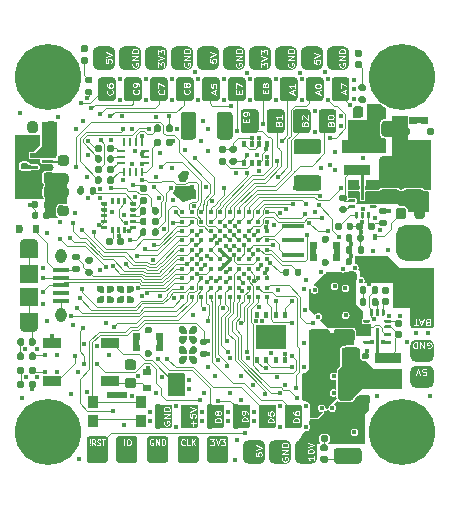
<source format=gbr>
G04 #@! TF.GenerationSoftware,KiCad,Pcbnew,(6.0.8)*
G04 #@! TF.CreationDate,2023-01-15T21:35:17+01:00*
G04 #@! TF.ProjectId,ultimateFC,756c7469-6d61-4746-9546-432e6b696361,rev?*
G04 #@! TF.SameCoordinates,Original*
G04 #@! TF.FileFunction,Copper,L1,Top*
G04 #@! TF.FilePolarity,Positive*
%FSLAX46Y46*%
G04 Gerber Fmt 4.6, Leading zero omitted, Abs format (unit mm)*
G04 Created by KiCad (PCBNEW (6.0.8)) date 2023-01-15 21:35:17*
%MOMM*%
%LPD*%
G01*
G04 APERTURE LIST*
G04 #@! TA.AperFunction,SMDPad,CuDef*
%ADD10R,2.300000X0.850000*%
G04 #@! TD*
G04 #@! TA.AperFunction,SMDPad,CuDef*
%ADD11R,1.900000X0.400000*%
G04 #@! TD*
G04 #@! TA.AperFunction,SMDPad,CuDef*
%ADD12R,1.350000X0.400000*%
G04 #@! TD*
G04 #@! TA.AperFunction,SMDPad,CuDef*
%ADD13R,1.550000X1.200000*%
G04 #@! TD*
G04 #@! TA.AperFunction,ComponentPad*
%ADD14O,1.550000X0.890000*%
G04 #@! TD*
G04 #@! TA.AperFunction,ComponentPad*
%ADD15O,0.950000X1.250000*%
G04 #@! TD*
G04 #@! TA.AperFunction,SMDPad,CuDef*
%ADD16R,1.550000X1.500000*%
G04 #@! TD*
G04 #@! TA.AperFunction,SMDPad,CuDef*
%ADD17R,0.300000X0.600000*%
G04 #@! TD*
G04 #@! TA.AperFunction,SMDPad,CuDef*
%ADD18R,2.600000X2.000000*%
G04 #@! TD*
G04 #@! TA.AperFunction,SMDPad,CuDef*
%ADD19R,0.350000X0.500000*%
G04 #@! TD*
G04 #@! TA.AperFunction,SMDPad,CuDef*
%ADD20R,0.450000X0.600000*%
G04 #@! TD*
G04 #@! TA.AperFunction,SMDPad,CuDef*
%ADD21C,0.400000*%
G04 #@! TD*
G04 #@! TA.AperFunction,ComponentPad*
%ADD22C,1.000000*%
G04 #@! TD*
G04 #@! TA.AperFunction,SMDPad,CuDef*
%ADD23R,1.500000X0.900000*%
G04 #@! TD*
G04 #@! TA.AperFunction,SMDPad,CuDef*
%ADD24R,0.250000X0.675000*%
G04 #@! TD*
G04 #@! TA.AperFunction,SMDPad,CuDef*
%ADD25R,0.675000X0.250000*%
G04 #@! TD*
G04 #@! TA.AperFunction,SMDPad,CuDef*
%ADD26R,0.700000X0.600000*%
G04 #@! TD*
G04 #@! TA.AperFunction,ComponentPad*
%ADD27C,5.600000*%
G04 #@! TD*
G04 #@! TA.AperFunction,ComponentPad*
%ADD28O,1.600000X3.000000*%
G04 #@! TD*
G04 #@! TA.AperFunction,SMDPad,CuDef*
%ADD29R,0.600000X0.700000*%
G04 #@! TD*
G04 #@! TA.AperFunction,SMDPad,CuDef*
%ADD30R,0.900000X1.000000*%
G04 #@! TD*
G04 #@! TA.AperFunction,SMDPad,CuDef*
%ADD31R,1.700000X0.550000*%
G04 #@! TD*
G04 #@! TA.AperFunction,ComponentPad*
%ADD32O,3.000000X1.600000*%
G04 #@! TD*
G04 #@! TA.AperFunction,ViaPad*
%ADD33C,0.400000*%
G04 #@! TD*
G04 #@! TA.AperFunction,Conductor*
%ADD34C,0.125000*%
G04 #@! TD*
G04 #@! TA.AperFunction,Conductor*
%ADD35C,0.250000*%
G04 #@! TD*
%ADD36C,0.100000*%
G04 APERTURE END LIST*
%LPD*%
G04 #@! TA.AperFunction,SMDPad,CuDef*
G36*
G01*
X100725000Y-105243750D02*
X100725000Y-105756250D01*
G75*
G02*
X100506250Y-105975000I-218750J0D01*
G01*
X100068750Y-105975000D01*
G75*
G02*
X99850000Y-105756250I0J218750D01*
G01*
X99850000Y-105243750D01*
G75*
G02*
X100068750Y-105025000I218750J0D01*
G01*
X100506250Y-105025000D01*
G75*
G02*
X100725000Y-105243750I0J-218750D01*
G01*
G37*
G04 #@! TD.AperFunction*
G04 #@! TA.AperFunction,SMDPad,CuDef*
G36*
G01*
X99150000Y-105243750D02*
X99150000Y-105756250D01*
G75*
G02*
X98931250Y-105975000I-218750J0D01*
G01*
X98493750Y-105975000D01*
G75*
G02*
X98275000Y-105756250I0J218750D01*
G01*
X98275000Y-105243750D01*
G75*
G02*
X98493750Y-105025000I218750J0D01*
G01*
X98931250Y-105025000D01*
G75*
G02*
X99150000Y-105243750I0J-218750D01*
G01*
G37*
G04 #@! TD.AperFunction*
G04 #@! TA.AperFunction,SMDPad,CuDef*
G36*
G01*
X100550000Y-109443750D02*
X100550000Y-109956250D01*
G75*
G02*
X100331250Y-110175000I-218750J0D01*
G01*
X99893750Y-110175000D01*
G75*
G02*
X99675000Y-109956250I0J218750D01*
G01*
X99675000Y-109443750D01*
G75*
G02*
X99893750Y-109225000I218750J0D01*
G01*
X100331250Y-109225000D01*
G75*
G02*
X100550000Y-109443750I0J-218750D01*
G01*
G37*
G04 #@! TD.AperFunction*
G04 #@! TA.AperFunction,SMDPad,CuDef*
G36*
G01*
X98975000Y-109443750D02*
X98975000Y-109956250D01*
G75*
G02*
X98756250Y-110175000I-218750J0D01*
G01*
X98318750Y-110175000D01*
G75*
G02*
X98100000Y-109956250I0J218750D01*
G01*
X98100000Y-109443750D01*
G75*
G02*
X98318750Y-109225000I218750J0D01*
G01*
X98756250Y-109225000D01*
G75*
G02*
X98975000Y-109443750I0J-218750D01*
G01*
G37*
G04 #@! TD.AperFunction*
G04 #@! TA.AperFunction,SMDPad,CuDef*
G36*
G01*
X100525000Y-108243750D02*
X100525000Y-108756250D01*
G75*
G02*
X100306250Y-108975000I-218750J0D01*
G01*
X99868750Y-108975000D01*
G75*
G02*
X99650000Y-108756250I0J218750D01*
G01*
X99650000Y-108243750D01*
G75*
G02*
X99868750Y-108025000I218750J0D01*
G01*
X100306250Y-108025000D01*
G75*
G02*
X100525000Y-108243750I0J-218750D01*
G01*
G37*
G04 #@! TD.AperFunction*
G04 #@! TA.AperFunction,SMDPad,CuDef*
G36*
G01*
X98950000Y-108243750D02*
X98950000Y-108756250D01*
G75*
G02*
X98731250Y-108975000I-218750J0D01*
G01*
X98293750Y-108975000D01*
G75*
G02*
X98075000Y-108756250I0J218750D01*
G01*
X98075000Y-108243750D01*
G75*
G02*
X98293750Y-108025000I218750J0D01*
G01*
X98731250Y-108025000D01*
G75*
G02*
X98950000Y-108243750I0J-218750D01*
G01*
G37*
G04 #@! TD.AperFunction*
G04 #@! TA.AperFunction,SMDPad,CuDef*
G36*
G01*
X101056250Y-106590000D02*
X101568750Y-106590000D01*
G75*
G02*
X101787500Y-106808750I0J-218750D01*
G01*
X101787500Y-107246250D01*
G75*
G02*
X101568750Y-107465000I-218750J0D01*
G01*
X101056250Y-107465000D01*
G75*
G02*
X100837500Y-107246250I0J218750D01*
G01*
X100837500Y-106808750D01*
G75*
G02*
X101056250Y-106590000I218750J0D01*
G01*
G37*
G04 #@! TD.AperFunction*
G04 #@! TA.AperFunction,SMDPad,CuDef*
G36*
G01*
X101056250Y-108165000D02*
X101568750Y-108165000D01*
G75*
G02*
X101787500Y-108383750I0J-218750D01*
G01*
X101787500Y-108821250D01*
G75*
G02*
X101568750Y-109040000I-218750J0D01*
G01*
X101056250Y-109040000D01*
G75*
G02*
X100837500Y-108821250I0J218750D01*
G01*
X100837500Y-108383750D01*
G75*
G02*
X101056250Y-108165000I218750J0D01*
G01*
G37*
G04 #@! TD.AperFunction*
G04 #@! TA.AperFunction,SMDPad,CuDef*
G36*
G01*
X129575000Y-110725000D02*
X128325000Y-110725000D01*
G75*
G02*
X128075000Y-110475000I0J250000D01*
G01*
X128075000Y-109725000D01*
G75*
G02*
X128325000Y-109475000I250000J0D01*
G01*
X129575000Y-109475000D01*
G75*
G02*
X129825000Y-109725000I0J-250000D01*
G01*
X129825000Y-110475000D01*
G75*
G02*
X129575000Y-110725000I-250000J0D01*
G01*
G37*
G04 #@! TD.AperFunction*
G04 #@! TA.AperFunction,SMDPad,CuDef*
G36*
G01*
X129575000Y-107925000D02*
X128325000Y-107925000D01*
G75*
G02*
X128075000Y-107675000I0J250000D01*
G01*
X128075000Y-106925000D01*
G75*
G02*
X128325000Y-106675000I250000J0D01*
G01*
X129575000Y-106675000D01*
G75*
G02*
X129825000Y-106925000I0J-250000D01*
G01*
X129825000Y-107675000D01*
G75*
G02*
X129575000Y-107925000I-250000J0D01*
G01*
G37*
G04 #@! TD.AperFunction*
G04 #@! TA.AperFunction,SMDPad,CuDef*
G36*
G01*
X131575000Y-110725000D02*
X130325000Y-110725000D01*
G75*
G02*
X130075000Y-110475000I0J250000D01*
G01*
X130075000Y-109725000D01*
G75*
G02*
X130325000Y-109475000I250000J0D01*
G01*
X131575000Y-109475000D01*
G75*
G02*
X131825000Y-109725000I0J-250000D01*
G01*
X131825000Y-110475000D01*
G75*
G02*
X131575000Y-110725000I-250000J0D01*
G01*
G37*
G04 #@! TD.AperFunction*
G04 #@! TA.AperFunction,SMDPad,CuDef*
G36*
G01*
X131575000Y-107925000D02*
X130325000Y-107925000D01*
G75*
G02*
X130075000Y-107675000I0J250000D01*
G01*
X130075000Y-106925000D01*
G75*
G02*
X130325000Y-106675000I250000J0D01*
G01*
X131575000Y-106675000D01*
G75*
G02*
X131825000Y-106925000I0J-250000D01*
G01*
X131825000Y-107675000D01*
G75*
G02*
X131575000Y-107925000I-250000J0D01*
G01*
G37*
G04 #@! TD.AperFunction*
G04 #@! TA.AperFunction,SMDPad,CuDef*
G36*
G01*
X124340000Y-112770000D02*
X124340000Y-112430000D01*
G75*
G02*
X124480000Y-112290000I140000J0D01*
G01*
X124760000Y-112290000D01*
G75*
G02*
X124900000Y-112430000I0J-140000D01*
G01*
X124900000Y-112770000D01*
G75*
G02*
X124760000Y-112910000I-140000J0D01*
G01*
X124480000Y-112910000D01*
G75*
G02*
X124340000Y-112770000I0J140000D01*
G01*
G37*
G04 #@! TD.AperFunction*
G04 #@! TA.AperFunction,SMDPad,CuDef*
G36*
G01*
X125300000Y-112770000D02*
X125300000Y-112430000D01*
G75*
G02*
X125440000Y-112290000I140000J0D01*
G01*
X125720000Y-112290000D01*
G75*
G02*
X125860000Y-112430000I0J-140000D01*
G01*
X125860000Y-112770000D01*
G75*
G02*
X125720000Y-112910000I-140000J0D01*
G01*
X125440000Y-112910000D01*
G75*
G02*
X125300000Y-112770000I0J140000D01*
G01*
G37*
G04 #@! TD.AperFunction*
G04 #@! TA.AperFunction,SMDPad,CuDef*
G36*
G01*
X124829999Y-109940001D02*
X125169999Y-109940001D01*
G75*
G02*
X125309999Y-110080001I0J-140000D01*
G01*
X125309999Y-110360001D01*
G75*
G02*
X125169999Y-110500001I-140000J0D01*
G01*
X124829999Y-110500001D01*
G75*
G02*
X124689999Y-110360001I0J140000D01*
G01*
X124689999Y-110080001D01*
G75*
G02*
X124829999Y-109940001I140000J0D01*
G01*
G37*
G04 #@! TD.AperFunction*
G04 #@! TA.AperFunction,SMDPad,CuDef*
G36*
G01*
X124829999Y-110900001D02*
X125169999Y-110900001D01*
G75*
G02*
X125309999Y-111040001I0J-140000D01*
G01*
X125309999Y-111320001D01*
G75*
G02*
X125169999Y-111460001I-140000J0D01*
G01*
X124829999Y-111460001D01*
G75*
G02*
X124689999Y-111320001I0J140000D01*
G01*
X124689999Y-111040001D01*
G75*
G02*
X124829999Y-110900001I140000J0D01*
G01*
G37*
G04 #@! TD.AperFunction*
G04 #@! TA.AperFunction,SMDPad,CuDef*
G36*
G01*
X127737501Y-106106250D02*
X127737501Y-105593750D01*
G75*
G02*
X127956251Y-105375000I218750J0D01*
G01*
X128393751Y-105375000D01*
G75*
G02*
X128612501Y-105593750I0J-218750D01*
G01*
X128612501Y-106106250D01*
G75*
G02*
X128393751Y-106325000I-218750J0D01*
G01*
X127956251Y-106325000D01*
G75*
G02*
X127737501Y-106106250I0J218750D01*
G01*
G37*
G04 #@! TD.AperFunction*
G04 #@! TA.AperFunction,SMDPad,CuDef*
G36*
G01*
X129312501Y-106106250D02*
X129312501Y-105593750D01*
G75*
G02*
X129531251Y-105375000I218750J0D01*
G01*
X129968751Y-105375000D01*
G75*
G02*
X130187501Y-105593750I0J-218750D01*
G01*
X130187501Y-106106250D01*
G75*
G02*
X129968751Y-106325000I-218750J0D01*
G01*
X129531251Y-106325000D01*
G75*
G02*
X129312501Y-106106250I0J218750D01*
G01*
G37*
G04 #@! TD.AperFunction*
G04 #@! TA.AperFunction,SMDPad,CuDef*
G36*
G01*
X125550000Y-104774999D02*
X125550000Y-103924999D01*
G75*
G02*
X125800000Y-103674999I250000J0D01*
G01*
X126700000Y-103674999D01*
G75*
G02*
X126950000Y-103924999I0J-250000D01*
G01*
X126950000Y-104774999D01*
G75*
G02*
X126700000Y-105024999I-250000J0D01*
G01*
X125800000Y-105024999D01*
G75*
G02*
X125550000Y-104774999I0J250000D01*
G01*
G37*
G04 #@! TD.AperFunction*
G04 #@! TA.AperFunction,SMDPad,CuDef*
G36*
G01*
X128250000Y-104774999D02*
X128250000Y-103924999D01*
G75*
G02*
X128500000Y-103674999I250000J0D01*
G01*
X129400000Y-103674999D01*
G75*
G02*
X129650000Y-103924999I0J-250000D01*
G01*
X129650000Y-104774999D01*
G75*
G02*
X129400000Y-105024999I-250000J0D01*
G01*
X128500000Y-105024999D01*
G75*
G02*
X128250000Y-104774999I0J250000D01*
G01*
G37*
G04 #@! TD.AperFunction*
G04 #@! TA.AperFunction,SMDPad,CuDef*
G36*
G01*
X129475000Y-111756250D02*
X129475000Y-111243750D01*
G75*
G02*
X129693750Y-111025000I218750J0D01*
G01*
X130131250Y-111025000D01*
G75*
G02*
X130350000Y-111243750I0J-218750D01*
G01*
X130350000Y-111756250D01*
G75*
G02*
X130131250Y-111975000I-218750J0D01*
G01*
X129693750Y-111975000D01*
G75*
G02*
X129475000Y-111756250I0J218750D01*
G01*
G37*
G04 #@! TD.AperFunction*
G04 #@! TA.AperFunction,SMDPad,CuDef*
G36*
G01*
X131050000Y-111756250D02*
X131050000Y-111243750D01*
G75*
G02*
X131268750Y-111025000I218750J0D01*
G01*
X131706250Y-111025000D01*
G75*
G02*
X131925000Y-111243750I0J-218750D01*
G01*
X131925000Y-111756250D01*
G75*
G02*
X131706250Y-111975000I-218750J0D01*
G01*
X131268750Y-111975000D01*
G75*
G02*
X131050000Y-111756250I0J218750D01*
G01*
G37*
G04 #@! TD.AperFunction*
G04 #@! TA.AperFunction,SMDPad,CuDef*
G36*
G01*
X125855000Y-103176250D02*
X125855000Y-102663750D01*
G75*
G02*
X126073750Y-102445000I218750J0D01*
G01*
X126511250Y-102445000D01*
G75*
G02*
X126730000Y-102663750I0J-218750D01*
G01*
X126730000Y-103176250D01*
G75*
G02*
X126511250Y-103395000I-218750J0D01*
G01*
X126073750Y-103395000D01*
G75*
G02*
X125855000Y-103176250I0J218750D01*
G01*
G37*
G04 #@! TD.AperFunction*
G04 #@! TA.AperFunction,SMDPad,CuDef*
G36*
G01*
X127430000Y-103176250D02*
X127430000Y-102663750D01*
G75*
G02*
X127648750Y-102445000I218750J0D01*
G01*
X128086250Y-102445000D01*
G75*
G02*
X128305000Y-102663750I0J-218750D01*
G01*
X128305000Y-103176250D01*
G75*
G02*
X128086250Y-103395000I-218750J0D01*
G01*
X127648750Y-103395000D01*
G75*
G02*
X127430000Y-103176250I0J218750D01*
G01*
G37*
G04 #@! TD.AperFunction*
D10*
X126199998Y-107825000D03*
X126199998Y-105875000D03*
G04 #@! TA.AperFunction,SMDPad,CuDef*
G36*
G01*
X125987499Y-109249999D02*
X125512499Y-109249999D01*
G75*
G02*
X125449999Y-109187499I0J62500D01*
G01*
X125449999Y-109062499D01*
G75*
G02*
X125512499Y-108999999I62500J0D01*
G01*
X125987499Y-108999999D01*
G75*
G02*
X126049999Y-109062499I0J-62500D01*
G01*
X126049999Y-109187499D01*
G75*
G02*
X125987499Y-109249999I-62500J0D01*
G01*
G37*
G04 #@! TD.AperFunction*
G04 #@! TA.AperFunction,SMDPad,CuDef*
G36*
G01*
X125987499Y-109899999D02*
X125512499Y-109899999D01*
G75*
G02*
X125449999Y-109837499I0J62500D01*
G01*
X125449999Y-109712499D01*
G75*
G02*
X125512499Y-109649999I62500J0D01*
G01*
X125987499Y-109649999D01*
G75*
G02*
X126049999Y-109712499I0J-62500D01*
G01*
X126049999Y-109837499D01*
G75*
G02*
X125987499Y-109899999I-62500J0D01*
G01*
G37*
G04 #@! TD.AperFunction*
G04 #@! TA.AperFunction,SMDPad,CuDef*
G36*
G01*
X125987499Y-110549999D02*
X125512499Y-110549999D01*
G75*
G02*
X125449999Y-110487499I0J62500D01*
G01*
X125449999Y-110362499D01*
G75*
G02*
X125512499Y-110299999I62500J0D01*
G01*
X125987499Y-110299999D01*
G75*
G02*
X126049999Y-110362499I0J-62500D01*
G01*
X126049999Y-110487499D01*
G75*
G02*
X125987499Y-110549999I-62500J0D01*
G01*
G37*
G04 #@! TD.AperFunction*
G04 #@! TA.AperFunction,SMDPad,CuDef*
G36*
G01*
X125987499Y-111049999D02*
X125512499Y-111049999D01*
G75*
G02*
X125449999Y-110987499I0J62500D01*
G01*
X125449999Y-110862499D01*
G75*
G02*
X125512499Y-110799999I62500J0D01*
G01*
X125987499Y-110799999D01*
G75*
G02*
X126049999Y-110862499I0J-62500D01*
G01*
X126049999Y-110987499D01*
G75*
G02*
X125987499Y-111049999I-62500J0D01*
G01*
G37*
G04 #@! TD.AperFunction*
G04 #@! TA.AperFunction,SMDPad,CuDef*
G36*
G01*
X126274999Y-111412499D02*
X126274999Y-111887499D01*
G75*
G02*
X126212499Y-111949999I-62500J0D01*
G01*
X126087499Y-111949999D01*
G75*
G02*
X126024999Y-111887499I0J62500D01*
G01*
X126024999Y-111412499D01*
G75*
G02*
X126087499Y-111349999I62500J0D01*
G01*
X126212499Y-111349999D01*
G75*
G02*
X126274999Y-111412499I0J-62500D01*
G01*
G37*
G04 #@! TD.AperFunction*
G04 #@! TA.AperFunction,SMDPad,CuDef*
G36*
G01*
X126774999Y-111412499D02*
X126774999Y-111887499D01*
G75*
G02*
X126712499Y-111949999I-62500J0D01*
G01*
X126587499Y-111949999D01*
G75*
G02*
X126524999Y-111887499I0J62500D01*
G01*
X126524999Y-111412499D01*
G75*
G02*
X126587499Y-111349999I62500J0D01*
G01*
X126712499Y-111349999D01*
G75*
G02*
X126774999Y-111412499I0J-62500D01*
G01*
G37*
G04 #@! TD.AperFunction*
G04 #@! TA.AperFunction,SMDPad,CuDef*
G36*
G01*
X127274999Y-111412499D02*
X127274999Y-111887499D01*
G75*
G02*
X127212499Y-111949999I-62500J0D01*
G01*
X127087499Y-111949999D01*
G75*
G02*
X127024999Y-111887499I0J62500D01*
G01*
X127024999Y-111412499D01*
G75*
G02*
X127087499Y-111349999I62500J0D01*
G01*
X127212499Y-111349999D01*
G75*
G02*
X127274999Y-111412499I0J-62500D01*
G01*
G37*
G04 #@! TD.AperFunction*
G04 #@! TA.AperFunction,SMDPad,CuDef*
G36*
G01*
X127787499Y-111049999D02*
X127312499Y-111049999D01*
G75*
G02*
X127249999Y-110987499I0J62500D01*
G01*
X127249999Y-110862499D01*
G75*
G02*
X127312499Y-110799999I62500J0D01*
G01*
X127787499Y-110799999D01*
G75*
G02*
X127849999Y-110862499I0J-62500D01*
G01*
X127849999Y-110987499D01*
G75*
G02*
X127787499Y-111049999I-62500J0D01*
G01*
G37*
G04 #@! TD.AperFunction*
G04 #@! TA.AperFunction,SMDPad,CuDef*
G36*
G01*
X127787499Y-110549999D02*
X127312499Y-110549999D01*
G75*
G02*
X127249999Y-110487499I0J62500D01*
G01*
X127249999Y-110362499D01*
G75*
G02*
X127312499Y-110299999I62500J0D01*
G01*
X127787499Y-110299999D01*
G75*
G02*
X127849999Y-110362499I0J-62500D01*
G01*
X127849999Y-110487499D01*
G75*
G02*
X127787499Y-110549999I-62500J0D01*
G01*
G37*
G04 #@! TD.AperFunction*
G04 #@! TA.AperFunction,SMDPad,CuDef*
G36*
G01*
X127787499Y-109899999D02*
X127312499Y-109899999D01*
G75*
G02*
X127249999Y-109837499I0J62500D01*
G01*
X127249999Y-109712499D01*
G75*
G02*
X127312499Y-109649999I62500J0D01*
G01*
X127787499Y-109649999D01*
G75*
G02*
X127849999Y-109712499I0J-62500D01*
G01*
X127849999Y-109837499D01*
G75*
G02*
X127787499Y-109899999I-62500J0D01*
G01*
G37*
G04 #@! TD.AperFunction*
G04 #@! TA.AperFunction,SMDPad,CuDef*
G36*
G01*
X127787499Y-109249999D02*
X127312499Y-109249999D01*
G75*
G02*
X127249999Y-109187499I0J62500D01*
G01*
X127249999Y-109062499D01*
G75*
G02*
X127312499Y-108999999I62500J0D01*
G01*
X127787499Y-108999999D01*
G75*
G02*
X127849999Y-109062499I0J-62500D01*
G01*
X127849999Y-109187499D01*
G75*
G02*
X127787499Y-109249999I-62500J0D01*
G01*
G37*
G04 #@! TD.AperFunction*
G04 #@! TA.AperFunction,SMDPad,CuDef*
G36*
G01*
X126524999Y-110311999D02*
X126524999Y-108611999D01*
G75*
G02*
X126587499Y-108549499I62500J0D01*
G01*
X126712499Y-108549499D01*
G75*
G02*
X126774999Y-108611999I0J-62500D01*
G01*
X126774999Y-110311999D01*
G75*
G02*
X126712499Y-110374499I-62500J0D01*
G01*
X126587499Y-110374499D01*
G75*
G02*
X126524999Y-110311999I0J62500D01*
G01*
G37*
G04 #@! TD.AperFunction*
G04 #@! TA.AperFunction,SMDPad,CuDef*
G36*
G01*
X98275000Y-104456250D02*
X98275000Y-103943750D01*
G75*
G02*
X98493750Y-103725000I218750J0D01*
G01*
X98931250Y-103725000D01*
G75*
G02*
X99150000Y-103943750I0J-218750D01*
G01*
X99150000Y-104456250D01*
G75*
G02*
X98931250Y-104675000I-218750J0D01*
G01*
X98493750Y-104675000D01*
G75*
G02*
X98275000Y-104456250I0J218750D01*
G01*
G37*
G04 #@! TD.AperFunction*
G04 #@! TA.AperFunction,SMDPad,CuDef*
G36*
G01*
X99850000Y-104456250D02*
X99850000Y-103943750D01*
G75*
G02*
X100068750Y-103725000I218750J0D01*
G01*
X100506250Y-103725000D01*
G75*
G02*
X100725000Y-103943750I0J-218750D01*
G01*
X100725000Y-104456250D01*
G75*
G02*
X100506250Y-104675000I-218750J0D01*
G01*
X100068750Y-104675000D01*
G75*
G02*
X99850000Y-104456250I0J218750D01*
G01*
G37*
G04 #@! TD.AperFunction*
G04 #@! TA.AperFunction,SMDPad,CuDef*
G36*
G01*
X101556250Y-111725000D02*
X101043750Y-111725000D01*
G75*
G02*
X100825000Y-111506250I0J218750D01*
G01*
X100825000Y-111068750D01*
G75*
G02*
X101043750Y-110850000I218750J0D01*
G01*
X101556250Y-110850000D01*
G75*
G02*
X101775000Y-111068750I0J-218750D01*
G01*
X101775000Y-111506250D01*
G75*
G02*
X101556250Y-111725000I-218750J0D01*
G01*
G37*
G04 #@! TD.AperFunction*
G04 #@! TA.AperFunction,SMDPad,CuDef*
G36*
G01*
X101556250Y-110150000D02*
X101043750Y-110150000D01*
G75*
G02*
X100825000Y-109931250I0J218750D01*
G01*
X100825000Y-109493750D01*
G75*
G02*
X101043750Y-109275000I218750J0D01*
G01*
X101556250Y-109275000D01*
G75*
G02*
X101775000Y-109493750I0J-218750D01*
G01*
X101775000Y-109931250D01*
G75*
G02*
X101556250Y-110150000I-218750J0D01*
G01*
G37*
G04 #@! TD.AperFunction*
D11*
X120800000Y-115000000D03*
X120800000Y-113800000D03*
X120800000Y-112600000D03*
D12*
X101100000Y-116300000D03*
X101100000Y-116950000D03*
X101100000Y-117600000D03*
X101100000Y-118250000D03*
X101100000Y-118900000D03*
D13*
X98400000Y-120500000D03*
D14*
X98400000Y-114100000D03*
D15*
X101100000Y-120100000D03*
D13*
X98400000Y-114700000D03*
D15*
X101100000Y-115100000D03*
D16*
X98400000Y-118600000D03*
X98400000Y-116600000D03*
D14*
X98400000Y-121100000D03*
G04 #@! TA.AperFunction,SMDPad,CuDef*
G36*
G01*
X107500000Y-112625000D02*
X107500000Y-112775000D01*
G75*
G02*
X107425000Y-112850000I-75000J0D01*
G01*
X107025000Y-112850000D01*
G75*
G02*
X106950000Y-112775000I0J75000D01*
G01*
X106950000Y-112625000D01*
G75*
G02*
X107025000Y-112550000I75000J0D01*
G01*
X107425000Y-112550000D01*
G75*
G02*
X107500000Y-112625000I0J-75000D01*
G01*
G37*
G04 #@! TD.AperFunction*
G04 #@! TA.AperFunction,SMDPad,CuDef*
G36*
G01*
X107500000Y-112125000D02*
X107500000Y-112275000D01*
G75*
G02*
X107425000Y-112350000I-75000J0D01*
G01*
X107025000Y-112350000D01*
G75*
G02*
X106950000Y-112275000I0J75000D01*
G01*
X106950000Y-112125000D01*
G75*
G02*
X107025000Y-112050000I75000J0D01*
G01*
X107425000Y-112050000D01*
G75*
G02*
X107500000Y-112125000I0J-75000D01*
G01*
G37*
G04 #@! TD.AperFunction*
G04 #@! TA.AperFunction,SMDPad,CuDef*
G36*
G01*
X107500000Y-111625000D02*
X107500000Y-111775000D01*
G75*
G02*
X107425000Y-111850000I-75000J0D01*
G01*
X107025000Y-111850000D01*
G75*
G02*
X106950000Y-111775000I0J75000D01*
G01*
X106950000Y-111625000D01*
G75*
G02*
X107025000Y-111550000I75000J0D01*
G01*
X107425000Y-111550000D01*
G75*
G02*
X107500000Y-111625000I0J-75000D01*
G01*
G37*
G04 #@! TD.AperFunction*
G04 #@! TA.AperFunction,SMDPad,CuDef*
G36*
G01*
X107500000Y-111125000D02*
X107500000Y-111275000D01*
G75*
G02*
X107425000Y-111350000I-75000J0D01*
G01*
X107025000Y-111350000D01*
G75*
G02*
X106950000Y-111275000I0J75000D01*
G01*
X106950000Y-111125000D01*
G75*
G02*
X107025000Y-111050000I75000J0D01*
G01*
X107425000Y-111050000D01*
G75*
G02*
X107500000Y-111125000I0J-75000D01*
G01*
G37*
G04 #@! TD.AperFunction*
G04 #@! TA.AperFunction,SMDPad,CuDef*
G36*
G01*
X107500000Y-110625000D02*
X107500000Y-110775000D01*
G75*
G02*
X107425000Y-110850000I-75000J0D01*
G01*
X107025000Y-110850000D01*
G75*
G02*
X106950000Y-110775000I0J75000D01*
G01*
X106950000Y-110625000D01*
G75*
G02*
X107025000Y-110550000I75000J0D01*
G01*
X107425000Y-110550000D01*
G75*
G02*
X107500000Y-110625000I0J-75000D01*
G01*
G37*
G04 #@! TD.AperFunction*
G04 #@! TA.AperFunction,SMDPad,CuDef*
G36*
G01*
X106650000Y-110275000D02*
X106650000Y-110675000D01*
G75*
G02*
X106575000Y-110750000I-75000J0D01*
G01*
X106425000Y-110750000D01*
G75*
G02*
X106350000Y-110675000I0J75000D01*
G01*
X106350000Y-110275000D01*
G75*
G02*
X106425000Y-110200000I75000J0D01*
G01*
X106575000Y-110200000D01*
G75*
G02*
X106650000Y-110275000I0J-75000D01*
G01*
G37*
G04 #@! TD.AperFunction*
G04 #@! TA.AperFunction,SMDPad,CuDef*
G36*
G01*
X106150000Y-110275000D02*
X106150000Y-110675000D01*
G75*
G02*
X106075000Y-110750000I-75000J0D01*
G01*
X105925000Y-110750000D01*
G75*
G02*
X105850000Y-110675000I0J75000D01*
G01*
X105850000Y-110275000D01*
G75*
G02*
X105925000Y-110200000I75000J0D01*
G01*
X106075000Y-110200000D01*
G75*
G02*
X106150000Y-110275000I0J-75000D01*
G01*
G37*
G04 #@! TD.AperFunction*
G04 #@! TA.AperFunction,SMDPad,CuDef*
G36*
G01*
X105650000Y-110275000D02*
X105650000Y-110675000D01*
G75*
G02*
X105575000Y-110750000I-75000J0D01*
G01*
X105425000Y-110750000D01*
G75*
G02*
X105350000Y-110675000I0J75000D01*
G01*
X105350000Y-110275000D01*
G75*
G02*
X105425000Y-110200000I75000J0D01*
G01*
X105575000Y-110200000D01*
G75*
G02*
X105650000Y-110275000I0J-75000D01*
G01*
G37*
G04 #@! TD.AperFunction*
G04 #@! TA.AperFunction,SMDPad,CuDef*
G36*
G01*
X105050000Y-110625000D02*
X105050000Y-110775000D01*
G75*
G02*
X104975000Y-110850000I-75000J0D01*
G01*
X104575000Y-110850000D01*
G75*
G02*
X104500000Y-110775000I0J75000D01*
G01*
X104500000Y-110625000D01*
G75*
G02*
X104575000Y-110550000I75000J0D01*
G01*
X104975000Y-110550000D01*
G75*
G02*
X105050000Y-110625000I0J-75000D01*
G01*
G37*
G04 #@! TD.AperFunction*
G04 #@! TA.AperFunction,SMDPad,CuDef*
G36*
G01*
X105050000Y-111125000D02*
X105050000Y-111275000D01*
G75*
G02*
X104975000Y-111350000I-75000J0D01*
G01*
X104575000Y-111350000D01*
G75*
G02*
X104500000Y-111275000I0J75000D01*
G01*
X104500000Y-111125000D01*
G75*
G02*
X104575000Y-111050000I75000J0D01*
G01*
X104975000Y-111050000D01*
G75*
G02*
X105050000Y-111125000I0J-75000D01*
G01*
G37*
G04 #@! TD.AperFunction*
G04 #@! TA.AperFunction,SMDPad,CuDef*
G36*
G01*
X105050000Y-111625000D02*
X105050000Y-111775000D01*
G75*
G02*
X104975000Y-111850000I-75000J0D01*
G01*
X104575000Y-111850000D01*
G75*
G02*
X104500000Y-111775000I0J75000D01*
G01*
X104500000Y-111625000D01*
G75*
G02*
X104575000Y-111550000I75000J0D01*
G01*
X104975000Y-111550000D01*
G75*
G02*
X105050000Y-111625000I0J-75000D01*
G01*
G37*
G04 #@! TD.AperFunction*
G04 #@! TA.AperFunction,SMDPad,CuDef*
G36*
G01*
X105050000Y-112125000D02*
X105050000Y-112275000D01*
G75*
G02*
X104975000Y-112350000I-75000J0D01*
G01*
X104575000Y-112350000D01*
G75*
G02*
X104500000Y-112275000I0J75000D01*
G01*
X104500000Y-112125000D01*
G75*
G02*
X104575000Y-112050000I75000J0D01*
G01*
X104975000Y-112050000D01*
G75*
G02*
X105050000Y-112125000I0J-75000D01*
G01*
G37*
G04 #@! TD.AperFunction*
G04 #@! TA.AperFunction,SMDPad,CuDef*
G36*
G01*
X105050000Y-112625000D02*
X105050000Y-112775000D01*
G75*
G02*
X104975000Y-112850000I-75000J0D01*
G01*
X104575000Y-112850000D01*
G75*
G02*
X104500000Y-112775000I0J75000D01*
G01*
X104500000Y-112625000D01*
G75*
G02*
X104575000Y-112550000I75000J0D01*
G01*
X104975000Y-112550000D01*
G75*
G02*
X105050000Y-112625000I0J-75000D01*
G01*
G37*
G04 #@! TD.AperFunction*
G04 #@! TA.AperFunction,SMDPad,CuDef*
G36*
G01*
X105650000Y-112725000D02*
X105650000Y-113125000D01*
G75*
G02*
X105575000Y-113200000I-75000J0D01*
G01*
X105425000Y-113200000D01*
G75*
G02*
X105350000Y-113125000I0J75000D01*
G01*
X105350000Y-112725000D01*
G75*
G02*
X105425000Y-112650000I75000J0D01*
G01*
X105575000Y-112650000D01*
G75*
G02*
X105650000Y-112725000I0J-75000D01*
G01*
G37*
G04 #@! TD.AperFunction*
G04 #@! TA.AperFunction,SMDPad,CuDef*
G36*
G01*
X106150000Y-112725000D02*
X106150000Y-113125000D01*
G75*
G02*
X106075000Y-113200000I-75000J0D01*
G01*
X105925000Y-113200000D01*
G75*
G02*
X105850000Y-113125000I0J75000D01*
G01*
X105850000Y-112725000D01*
G75*
G02*
X105925000Y-112650000I75000J0D01*
G01*
X106075000Y-112650000D01*
G75*
G02*
X106150000Y-112725000I0J-75000D01*
G01*
G37*
G04 #@! TD.AperFunction*
G04 #@! TA.AperFunction,SMDPad,CuDef*
G36*
G01*
X106650000Y-112725000D02*
X106650000Y-113125000D01*
G75*
G02*
X106575000Y-113200000I-75000J0D01*
G01*
X106425000Y-113200000D01*
G75*
G02*
X106350000Y-113125000I0J75000D01*
G01*
X106350000Y-112725000D01*
G75*
G02*
X106425000Y-112650000I75000J0D01*
G01*
X106575000Y-112650000D01*
G75*
G02*
X106650000Y-112725000I0J-75000D01*
G01*
G37*
G04 #@! TD.AperFunction*
D17*
X117700000Y-123900000D03*
X118500000Y-123900000D03*
X119300000Y-123900000D03*
X120100000Y-123900000D03*
X120100000Y-120100000D03*
X119300000Y-120100000D03*
X118500000Y-120100000D03*
X117700000Y-120100000D03*
D18*
X118900000Y-122000000D03*
G04 #@! TA.AperFunction,SMDPad,CuDef*
G36*
G01*
X104920000Y-114072500D02*
X104920000Y-113727500D01*
G75*
G02*
X105067500Y-113580000I147500J0D01*
G01*
X105362500Y-113580000D01*
G75*
G02*
X105510000Y-113727500I0J-147500D01*
G01*
X105510000Y-114072500D01*
G75*
G02*
X105362500Y-114220000I-147500J0D01*
G01*
X105067500Y-114220000D01*
G75*
G02*
X104920000Y-114072500I0J147500D01*
G01*
G37*
G04 #@! TD.AperFunction*
G04 #@! TA.AperFunction,SMDPad,CuDef*
G36*
G01*
X105890000Y-114072500D02*
X105890000Y-113727500D01*
G75*
G02*
X106037500Y-113580000I147500J0D01*
G01*
X106332500Y-113580000D01*
G75*
G02*
X106480000Y-113727500I0J-147500D01*
G01*
X106480000Y-114072500D01*
G75*
G02*
X106332500Y-114220000I-147500J0D01*
G01*
X106037500Y-114220000D01*
G75*
G02*
X105890000Y-114072500I0J147500D01*
G01*
G37*
G04 #@! TD.AperFunction*
D19*
X118575000Y-107200000D03*
X117925000Y-107200000D03*
X117275000Y-107200000D03*
X116625000Y-107200000D03*
X116625000Y-105600000D03*
X117275000Y-105600000D03*
X117925000Y-105600000D03*
X118575000Y-105600000D03*
G04 #@! TA.AperFunction,SMDPad,CuDef*
G36*
G01*
X128215000Y-111020000D02*
X128585000Y-111020000D01*
G75*
G02*
X128720000Y-111155000I0J-135000D01*
G01*
X128720000Y-111425000D01*
G75*
G02*
X128585000Y-111560000I-135000J0D01*
G01*
X128215000Y-111560000D01*
G75*
G02*
X128080000Y-111425000I0J135000D01*
G01*
X128080000Y-111155000D01*
G75*
G02*
X128215000Y-111020000I135000J0D01*
G01*
G37*
G04 #@! TD.AperFunction*
G04 #@! TA.AperFunction,SMDPad,CuDef*
G36*
G01*
X128215000Y-112040000D02*
X128585000Y-112040000D01*
G75*
G02*
X128720000Y-112175000I0J-135000D01*
G01*
X128720000Y-112445000D01*
G75*
G02*
X128585000Y-112580000I-135000J0D01*
G01*
X128215000Y-112580000D01*
G75*
G02*
X128080000Y-112445000I0J135000D01*
G01*
X128080000Y-112175000D01*
G75*
G02*
X128215000Y-112040000I135000J0D01*
G01*
G37*
G04 #@! TD.AperFunction*
G04 #@! TA.AperFunction,SMDPad,CuDef*
G36*
G01*
X127680000Y-112415000D02*
X127680000Y-112785000D01*
G75*
G02*
X127545000Y-112920000I-135000J0D01*
G01*
X127275000Y-112920000D01*
G75*
G02*
X127140000Y-112785000I0J135000D01*
G01*
X127140000Y-112415000D01*
G75*
G02*
X127275000Y-112280000I135000J0D01*
G01*
X127545000Y-112280000D01*
G75*
G02*
X127680000Y-112415000I0J-135000D01*
G01*
G37*
G04 #@! TD.AperFunction*
G04 #@! TA.AperFunction,SMDPad,CuDef*
G36*
G01*
X126660000Y-112415000D02*
X126660000Y-112785000D01*
G75*
G02*
X126525000Y-112920000I-135000J0D01*
G01*
X126255000Y-112920000D01*
G75*
G02*
X126120000Y-112785000I0J135000D01*
G01*
X126120000Y-112415000D01*
G75*
G02*
X126255000Y-112280000I135000J0D01*
G01*
X126525000Y-112280000D01*
G75*
G02*
X126660000Y-112415000I0J-135000D01*
G01*
G37*
G04 #@! TD.AperFunction*
G04 #@! TA.AperFunction,SMDPad,CuDef*
G36*
G01*
X100192500Y-110580000D02*
X100192500Y-110950000D01*
G75*
G02*
X100057500Y-111085000I-135000J0D01*
G01*
X99787500Y-111085000D01*
G75*
G02*
X99652500Y-110950000I0J135000D01*
G01*
X99652500Y-110580000D01*
G75*
G02*
X99787500Y-110445000I135000J0D01*
G01*
X100057500Y-110445000D01*
G75*
G02*
X100192500Y-110580000I0J-135000D01*
G01*
G37*
G04 #@! TD.AperFunction*
G04 #@! TA.AperFunction,SMDPad,CuDef*
G36*
G01*
X99172500Y-110580000D02*
X99172500Y-110950000D01*
G75*
G02*
X99037500Y-111085000I-135000J0D01*
G01*
X98767500Y-111085000D01*
G75*
G02*
X98632500Y-110950000I0J135000D01*
G01*
X98632500Y-110580000D01*
G75*
G02*
X98767500Y-110445000I135000J0D01*
G01*
X99037500Y-110445000D01*
G75*
G02*
X99172500Y-110580000I0J-135000D01*
G01*
G37*
G04 #@! TD.AperFunction*
G04 #@! TA.AperFunction,SMDPad,CuDef*
G36*
G01*
X98205000Y-107775000D02*
X97835000Y-107775000D01*
G75*
G02*
X97700000Y-107640000I0J135000D01*
G01*
X97700000Y-107370000D01*
G75*
G02*
X97835000Y-107235000I135000J0D01*
G01*
X98205000Y-107235000D01*
G75*
G02*
X98340000Y-107370000I0J-135000D01*
G01*
X98340000Y-107640000D01*
G75*
G02*
X98205000Y-107775000I-135000J0D01*
G01*
G37*
G04 #@! TD.AperFunction*
G04 #@! TA.AperFunction,SMDPad,CuDef*
G36*
G01*
X98205000Y-106755000D02*
X97835000Y-106755000D01*
G75*
G02*
X97700000Y-106620000I0J135000D01*
G01*
X97700000Y-106350000D01*
G75*
G02*
X97835000Y-106215000I135000J0D01*
G01*
X98205000Y-106215000D01*
G75*
G02*
X98340000Y-106350000I0J-135000D01*
G01*
X98340000Y-106620000D01*
G75*
G02*
X98205000Y-106755000I-135000J0D01*
G01*
G37*
G04 #@! TD.AperFunction*
G04 #@! TA.AperFunction,SMDPad,CuDef*
G36*
G01*
X114615000Y-105820000D02*
X114985000Y-105820000D01*
G75*
G02*
X115120000Y-105955000I0J-135000D01*
G01*
X115120000Y-106225000D01*
G75*
G02*
X114985000Y-106360000I-135000J0D01*
G01*
X114615000Y-106360000D01*
G75*
G02*
X114480000Y-106225000I0J135000D01*
G01*
X114480000Y-105955000D01*
G75*
G02*
X114615000Y-105820000I135000J0D01*
G01*
G37*
G04 #@! TD.AperFunction*
G04 #@! TA.AperFunction,SMDPad,CuDef*
G36*
G01*
X114615000Y-106840000D02*
X114985000Y-106840000D01*
G75*
G02*
X115120000Y-106975000I0J-135000D01*
G01*
X115120000Y-107245000D01*
G75*
G02*
X114985000Y-107380000I-135000J0D01*
G01*
X114615000Y-107380000D01*
G75*
G02*
X114480000Y-107245000I0J135000D01*
G01*
X114480000Y-106975000D01*
G75*
G02*
X114615000Y-106840000I135000J0D01*
G01*
G37*
G04 #@! TD.AperFunction*
G04 #@! TA.AperFunction,SMDPad,CuDef*
G36*
G01*
X115515000Y-105820000D02*
X115885000Y-105820000D01*
G75*
G02*
X116020000Y-105955000I0J-135000D01*
G01*
X116020000Y-106225000D01*
G75*
G02*
X115885000Y-106360000I-135000J0D01*
G01*
X115515000Y-106360000D01*
G75*
G02*
X115380000Y-106225000I0J135000D01*
G01*
X115380000Y-105955000D01*
G75*
G02*
X115515000Y-105820000I135000J0D01*
G01*
G37*
G04 #@! TD.AperFunction*
G04 #@! TA.AperFunction,SMDPad,CuDef*
G36*
G01*
X115515000Y-106840000D02*
X115885000Y-106840000D01*
G75*
G02*
X116020000Y-106975000I0J-135000D01*
G01*
X116020000Y-107245000D01*
G75*
G02*
X115885000Y-107380000I-135000J0D01*
G01*
X115515000Y-107380000D01*
G75*
G02*
X115380000Y-107245000I0J135000D01*
G01*
X115380000Y-106975000D01*
G75*
G02*
X115515000Y-106840000I135000J0D01*
G01*
G37*
G04 #@! TD.AperFunction*
G04 #@! TA.AperFunction,SMDPad,CuDef*
G36*
G01*
X100172500Y-111495000D02*
X100172500Y-111835000D01*
G75*
G02*
X100032500Y-111975000I-140000J0D01*
G01*
X99752500Y-111975000D01*
G75*
G02*
X99612500Y-111835000I0J140000D01*
G01*
X99612500Y-111495000D01*
G75*
G02*
X99752500Y-111355000I140000J0D01*
G01*
X100032500Y-111355000D01*
G75*
G02*
X100172500Y-111495000I0J-140000D01*
G01*
G37*
G04 #@! TD.AperFunction*
G04 #@! TA.AperFunction,SMDPad,CuDef*
G36*
G01*
X99212500Y-111495000D02*
X99212500Y-111835000D01*
G75*
G02*
X99072500Y-111975000I-140000J0D01*
G01*
X98792500Y-111975000D01*
G75*
G02*
X98652500Y-111835000I0J140000D01*
G01*
X98652500Y-111495000D01*
G75*
G02*
X98792500Y-111355000I140000J0D01*
G01*
X99072500Y-111355000D01*
G75*
G02*
X99212500Y-111495000I0J-140000D01*
G01*
G37*
G04 #@! TD.AperFunction*
G04 #@! TA.AperFunction,SMDPad,CuDef*
G36*
G01*
X98600000Y-106690000D02*
X98600000Y-106540000D01*
G75*
G02*
X98650000Y-106490000I50000J0D01*
G01*
X99150000Y-106490000D01*
G75*
G02*
X99200000Y-106540000I0J-50000D01*
G01*
X99200000Y-106690000D01*
G75*
G02*
X99150000Y-106740000I-50000J0D01*
G01*
X98650000Y-106740000D01*
G75*
G02*
X98600000Y-106690000I0J50000D01*
G01*
G37*
G04 #@! TD.AperFunction*
G04 #@! TA.AperFunction,SMDPad,CuDef*
G36*
G01*
X98600000Y-107190000D02*
X98600000Y-107040000D01*
G75*
G02*
X98650000Y-106990000I50000J0D01*
G01*
X99150000Y-106990000D01*
G75*
G02*
X99200000Y-107040000I0J-50000D01*
G01*
X99200000Y-107190000D01*
G75*
G02*
X99150000Y-107240000I-50000J0D01*
G01*
X98650000Y-107240000D01*
G75*
G02*
X98600000Y-107190000I0J50000D01*
G01*
G37*
G04 #@! TD.AperFunction*
G04 #@! TA.AperFunction,SMDPad,CuDef*
G36*
G01*
X98600000Y-107690000D02*
X98600000Y-107540000D01*
G75*
G02*
X98650000Y-107490000I50000J0D01*
G01*
X99150000Y-107490000D01*
G75*
G02*
X99200000Y-107540000I0J-50000D01*
G01*
X99200000Y-107690000D01*
G75*
G02*
X99150000Y-107740000I-50000J0D01*
G01*
X98650000Y-107740000D01*
G75*
G02*
X98600000Y-107690000I0J50000D01*
G01*
G37*
G04 #@! TD.AperFunction*
G04 #@! TA.AperFunction,SMDPad,CuDef*
G36*
G01*
X99500000Y-107675000D02*
X99500000Y-107555000D01*
G75*
G02*
X99540000Y-107515000I40000J0D01*
G01*
X100460000Y-107515000D01*
G75*
G02*
X100500000Y-107555000I0J-40000D01*
G01*
X100500000Y-107675000D01*
G75*
G02*
X100460000Y-107715000I-40000J0D01*
G01*
X99540000Y-107715000D01*
G75*
G02*
X99500000Y-107675000I0J40000D01*
G01*
G37*
G04 #@! TD.AperFunction*
G04 #@! TA.AperFunction,SMDPad,CuDef*
G36*
G01*
X99500000Y-107175000D02*
X99500000Y-107055000D01*
G75*
G02*
X99540000Y-107015000I40000J0D01*
G01*
X100460000Y-107015000D01*
G75*
G02*
X100500000Y-107055000I0J-40000D01*
G01*
X100500000Y-107175000D01*
G75*
G02*
X100460000Y-107215000I-40000J0D01*
G01*
X99540000Y-107215000D01*
G75*
G02*
X99500000Y-107175000I0J40000D01*
G01*
G37*
G04 #@! TD.AperFunction*
G04 #@! TA.AperFunction,SMDPad,CuDef*
G36*
G01*
X99500000Y-106675000D02*
X99500000Y-106555000D01*
G75*
G02*
X99540000Y-106515000I40000J0D01*
G01*
X100460000Y-106515000D01*
G75*
G02*
X100500000Y-106555000I0J-40000D01*
G01*
X100500000Y-106675000D01*
G75*
G02*
X100460000Y-106715000I-40000J0D01*
G01*
X99540000Y-106715000D01*
G75*
G02*
X99500000Y-106675000I0J40000D01*
G01*
G37*
G04 #@! TD.AperFunction*
D20*
X127730000Y-113540000D03*
X127730000Y-115640000D03*
D21*
X118600000Y-118600000D03*
X117800000Y-118600000D03*
X117000000Y-118600000D03*
X116200000Y-118600000D03*
X115400000Y-118600000D03*
X114600000Y-118600000D03*
X113800000Y-118600000D03*
X113000000Y-118600000D03*
X112200000Y-118600000D03*
X111400000Y-118600000D03*
X118600000Y-117800000D03*
X117800000Y-117800000D03*
X117000000Y-117800000D03*
X116200000Y-117800000D03*
X115400000Y-117800000D03*
X114600000Y-117800000D03*
X113800000Y-117800000D03*
X113000000Y-117800000D03*
X112200000Y-117800000D03*
X111400000Y-117800000D03*
X118600000Y-117000000D03*
X117800000Y-117000000D03*
X117000000Y-117000000D03*
X116200000Y-117000000D03*
X115400000Y-117000000D03*
X114600000Y-117000000D03*
X113800000Y-117000000D03*
X113000000Y-117000000D03*
X112200000Y-117000000D03*
X111400000Y-117000000D03*
X118600000Y-116200000D03*
X117800000Y-116200000D03*
X117000000Y-116200000D03*
X116200000Y-116200000D03*
X115400000Y-116200000D03*
X114600000Y-116200000D03*
X113800000Y-116200000D03*
X113000000Y-116200000D03*
X112200000Y-116200000D03*
X111400000Y-116200000D03*
X118600000Y-115400000D03*
X117800000Y-115400000D03*
X117000000Y-115400000D03*
X116200000Y-115400000D03*
X115400000Y-115400000D03*
X114600000Y-115400000D03*
X113800000Y-115400000D03*
X113000000Y-115400000D03*
X112200000Y-115400000D03*
X111400000Y-115400000D03*
X118600000Y-114600000D03*
X117800000Y-114600000D03*
X117000000Y-114600000D03*
X116200000Y-114600000D03*
X115400000Y-114600000D03*
X114600000Y-114600000D03*
X113800000Y-114600000D03*
X113000000Y-114600000D03*
X112200000Y-114600000D03*
X111400000Y-114600000D03*
X118600000Y-113800000D03*
X117800000Y-113800000D03*
X117000000Y-113800000D03*
X116200000Y-113800000D03*
X115400000Y-113800000D03*
X114600000Y-113800000D03*
X113800000Y-113800000D03*
X113000000Y-113800000D03*
X112200000Y-113800000D03*
X111400000Y-113800000D03*
X118600000Y-113000000D03*
X117800000Y-113000000D03*
X117000000Y-113000000D03*
X116200000Y-113000000D03*
X115400000Y-113000000D03*
X114600000Y-113000000D03*
X113800000Y-113000000D03*
X113000000Y-113000000D03*
X112200000Y-113000000D03*
X111400000Y-113000000D03*
X118600000Y-112200000D03*
X117800000Y-112200000D03*
X117000000Y-112200000D03*
X116200000Y-112200000D03*
X115400000Y-112200000D03*
X114600000Y-112200000D03*
X113800000Y-112200000D03*
X113000000Y-112200000D03*
X112200000Y-112200000D03*
X111400000Y-112200000D03*
X118600000Y-111400000D03*
X117800000Y-111400000D03*
X117000000Y-111400000D03*
X116200000Y-111400000D03*
X115400000Y-111400000D03*
X114600000Y-111400000D03*
X113800000Y-111400000D03*
X113000000Y-111400000D03*
X112200000Y-111400000D03*
X111400000Y-111400000D03*
G04 #@! TA.AperFunction,ComponentPad*
G36*
G01*
X103300000Y-132380000D02*
X103300000Y-130620000D01*
G75*
G02*
X103570000Y-130350000I270000J0D01*
G01*
X104830000Y-130350000D01*
G75*
G02*
X105100000Y-130620000I0J-270000D01*
G01*
X105100000Y-132380000D01*
G75*
G02*
X104830000Y-132650000I-270000J0D01*
G01*
X103570000Y-132650000D01*
G75*
G02*
X103300000Y-132380000I0J270000D01*
G01*
G37*
G04 #@! TD.AperFunction*
G04 #@! TA.AperFunction,SMDPad,CuDef*
G36*
G01*
X120750000Y-104475000D02*
X120750000Y-102925000D01*
G75*
G02*
X120975000Y-102700000I225000J0D01*
G01*
X122025000Y-102700000D01*
G75*
G02*
X122250000Y-102925000I0J-225000D01*
G01*
X122250000Y-104475000D01*
G75*
G02*
X122025000Y-104700000I-225000J0D01*
G01*
X120975000Y-104700000D01*
G75*
G02*
X120750000Y-104475000I0J225000D01*
G01*
G37*
G04 #@! TD.AperFunction*
G04 #@! TA.AperFunction,SMDPad,CuDef*
G36*
G01*
X120050000Y-129475000D02*
X120050000Y-127925000D01*
G75*
G02*
X120275000Y-127700000I225000J0D01*
G01*
X121325000Y-127700000D01*
G75*
G02*
X121550000Y-127925000I0J-225000D01*
G01*
X121550000Y-129475000D01*
G75*
G02*
X121325000Y-129700000I-225000J0D01*
G01*
X120275000Y-129700000D01*
G75*
G02*
X120050000Y-129475000I0J225000D01*
G01*
G37*
G04 #@! TD.AperFunction*
G04 #@! TA.AperFunction,SMDPad,CuDef*
G36*
G01*
X132542500Y-104880000D02*
X132267500Y-104880000D01*
G75*
G02*
X132130000Y-104742500I0J137500D01*
G01*
X132130000Y-104417500D01*
G75*
G02*
X132267500Y-104280000I137500J0D01*
G01*
X132542500Y-104280000D01*
G75*
G02*
X132680000Y-104417500I0J-137500D01*
G01*
X132680000Y-104742500D01*
G75*
G02*
X132542500Y-104880000I-137500J0D01*
G01*
G37*
G04 #@! TD.AperFunction*
G04 #@! TA.AperFunction,SMDPad,CuDef*
G36*
X131155000Y-105255000D02*
G01*
X131230000Y-105330000D01*
X131630000Y-105330000D01*
X131705000Y-105255000D01*
X132230000Y-105255000D01*
X132230000Y-105830000D01*
X130630000Y-105830000D01*
X130630000Y-105255000D01*
X131155000Y-105255000D01*
G37*
G04 #@! TD.AperFunction*
G04 #@! TA.AperFunction,SMDPad,CuDef*
G36*
X132230000Y-103330000D02*
G01*
X132230000Y-103905000D01*
X131705000Y-103905000D01*
X131630000Y-103830000D01*
X131230000Y-103830000D01*
X131155000Y-103905000D01*
X130630000Y-103905000D01*
X130630000Y-103330000D01*
X132230000Y-103330000D01*
G37*
G04 #@! TD.AperFunction*
G04 #@! TA.AperFunction,SMDPad,CuDef*
G36*
G01*
X130567500Y-104880000D02*
X130292500Y-104880000D01*
G75*
G02*
X130155000Y-104742500I0J137500D01*
G01*
X130155000Y-104417500D01*
G75*
G02*
X130292500Y-104280000I137500J0D01*
G01*
X130567500Y-104280000D01*
G75*
G02*
X130705000Y-104417500I0J-137500D01*
G01*
X130705000Y-104742500D01*
G75*
G02*
X130567500Y-104880000I-137500J0D01*
G01*
G37*
G04 #@! TD.AperFunction*
G04 #@! TA.AperFunction,SMDPad,CuDef*
G36*
G01*
X98980000Y-124615000D02*
X98980000Y-124985000D01*
G75*
G02*
X98845000Y-125120000I-135000J0D01*
G01*
X98575000Y-125120000D01*
G75*
G02*
X98440000Y-124985000I0J135000D01*
G01*
X98440000Y-124615000D01*
G75*
G02*
X98575000Y-124480000I135000J0D01*
G01*
X98845000Y-124480000D01*
G75*
G02*
X98980000Y-124615000I0J-135000D01*
G01*
G37*
G04 #@! TD.AperFunction*
G04 #@! TA.AperFunction,SMDPad,CuDef*
G36*
G01*
X97960000Y-124615000D02*
X97960000Y-124985000D01*
G75*
G02*
X97825000Y-125120000I-135000J0D01*
G01*
X97555000Y-125120000D01*
G75*
G02*
X97420000Y-124985000I0J135000D01*
G01*
X97420000Y-124615000D01*
G75*
G02*
X97555000Y-124480000I135000J0D01*
G01*
X97825000Y-124480000D01*
G75*
G02*
X97960000Y-124615000I0J-135000D01*
G01*
G37*
G04 #@! TD.AperFunction*
D22*
X121970000Y-98820000D03*
G04 #@! TA.AperFunction,ComponentPad*
G36*
G01*
X121420000Y-98895000D02*
X121420000Y-97845000D01*
G75*
G02*
X121895000Y-97370000I475000J0D01*
G01*
X122845000Y-97370000D01*
G75*
G02*
X123320000Y-97845000I0J-475000D01*
G01*
X123320000Y-98895000D01*
G75*
G02*
X122845000Y-99370000I-475000J0D01*
G01*
X121895000Y-99370000D01*
G75*
G02*
X121420000Y-98895000I0J475000D01*
G01*
G37*
G04 #@! TD.AperFunction*
G04 #@! TA.AperFunction,SMDPad,CuDef*
G36*
G01*
X119350000Y-127925000D02*
X119350000Y-129475000D01*
G75*
G02*
X119125000Y-129700000I-225000J0D01*
G01*
X118075000Y-129700000D01*
G75*
G02*
X117850000Y-129475000I0J225000D01*
G01*
X117850000Y-127925000D01*
G75*
G02*
X118075000Y-127700000I225000J0D01*
G01*
X119125000Y-127700000D01*
G75*
G02*
X119350000Y-127925000I0J-225000D01*
G01*
G37*
G04 #@! TD.AperFunction*
G04 #@! TA.AperFunction,SMDPad,CuDef*
G36*
G01*
X119650000Y-101775000D02*
X119650000Y-100225000D01*
G75*
G02*
X119875000Y-100000000I225000J0D01*
G01*
X120925000Y-100000000D01*
G75*
G02*
X121150000Y-100225000I0J-225000D01*
G01*
X121150000Y-101775000D01*
G75*
G02*
X120925000Y-102000000I-225000J0D01*
G01*
X119875000Y-102000000D01*
G75*
G02*
X119650000Y-101775000I0J225000D01*
G01*
G37*
G04 #@! TD.AperFunction*
G04 #@! TA.AperFunction,SMDPad,CuDef*
G36*
G01*
X109380000Y-112015000D02*
X109380000Y-112385000D01*
G75*
G02*
X109245000Y-112520000I-135000J0D01*
G01*
X108975000Y-112520000D01*
G75*
G02*
X108840000Y-112385000I0J135000D01*
G01*
X108840000Y-112015000D01*
G75*
G02*
X108975000Y-111880000I135000J0D01*
G01*
X109245000Y-111880000D01*
G75*
G02*
X109380000Y-112015000I0J-135000D01*
G01*
G37*
G04 #@! TD.AperFunction*
G04 #@! TA.AperFunction,SMDPad,CuDef*
G36*
G01*
X108360000Y-112015000D02*
X108360000Y-112385000D01*
G75*
G02*
X108225000Y-112520000I-135000J0D01*
G01*
X107955000Y-112520000D01*
G75*
G02*
X107820000Y-112385000I0J135000D01*
G01*
X107820000Y-112015000D01*
G75*
G02*
X107955000Y-111880000I135000J0D01*
G01*
X108225000Y-111880000D01*
G75*
G02*
X108360000Y-112015000I0J-135000D01*
G01*
G37*
G04 #@! TD.AperFunction*
D23*
X105250000Y-125740000D03*
X105250000Y-122440000D03*
X100350000Y-122440000D03*
X100350000Y-125740000D03*
G04 #@! TA.AperFunction,SMDPad,CuDef*
G36*
G01*
X122770000Y-129560000D02*
X122430000Y-129560000D01*
G75*
G02*
X122290000Y-129420000I0J140000D01*
G01*
X122290000Y-129140000D01*
G75*
G02*
X122430000Y-129000000I140000J0D01*
G01*
X122770000Y-129000000D01*
G75*
G02*
X122910000Y-129140000I0J-140000D01*
G01*
X122910000Y-129420000D01*
G75*
G02*
X122770000Y-129560000I-140000J0D01*
G01*
G37*
G04 #@! TD.AperFunction*
G04 #@! TA.AperFunction,SMDPad,CuDef*
G36*
G01*
X122770000Y-128600000D02*
X122430000Y-128600000D01*
G75*
G02*
X122290000Y-128460000I0J140000D01*
G01*
X122290000Y-128180000D01*
G75*
G02*
X122430000Y-128040000I140000J0D01*
G01*
X122770000Y-128040000D01*
G75*
G02*
X122910000Y-128180000I0J-140000D01*
G01*
X122910000Y-128460000D01*
G75*
G02*
X122770000Y-128600000I-140000J0D01*
G01*
G37*
G04 #@! TD.AperFunction*
G04 #@! TA.AperFunction,SMDPad,CuDef*
G36*
G01*
X126805000Y-102150000D02*
X126435000Y-102150000D01*
G75*
G02*
X126300000Y-102015000I0J135000D01*
G01*
X126300000Y-101745000D01*
G75*
G02*
X126435000Y-101610000I135000J0D01*
G01*
X126805000Y-101610000D01*
G75*
G02*
X126940000Y-101745000I0J-135000D01*
G01*
X126940000Y-102015000D01*
G75*
G02*
X126805000Y-102150000I-135000J0D01*
G01*
G37*
G04 #@! TD.AperFunction*
G04 #@! TA.AperFunction,SMDPad,CuDef*
G36*
G01*
X126805000Y-101130000D02*
X126435000Y-101130000D01*
G75*
G02*
X126300000Y-100995000I0J135000D01*
G01*
X126300000Y-100725000D01*
G75*
G02*
X126435000Y-100590000I135000J0D01*
G01*
X126805000Y-100590000D01*
G75*
G02*
X126940000Y-100725000I0J-135000D01*
G01*
X126940000Y-100995000D01*
G75*
G02*
X126805000Y-101130000I-135000J0D01*
G01*
G37*
G04 #@! TD.AperFunction*
G04 #@! TA.AperFunction,SMDPad,CuDef*
G36*
G01*
X102585000Y-116480000D02*
X102215000Y-116480000D01*
G75*
G02*
X102080000Y-116345000I0J135000D01*
G01*
X102080000Y-116075000D01*
G75*
G02*
X102215000Y-115940000I135000J0D01*
G01*
X102585000Y-115940000D01*
G75*
G02*
X102720000Y-116075000I0J-135000D01*
G01*
X102720000Y-116345000D01*
G75*
G02*
X102585000Y-116480000I-135000J0D01*
G01*
G37*
G04 #@! TD.AperFunction*
G04 #@! TA.AperFunction,SMDPad,CuDef*
G36*
G01*
X102585000Y-115460000D02*
X102215000Y-115460000D01*
G75*
G02*
X102080000Y-115325000I0J135000D01*
G01*
X102080000Y-115055000D01*
G75*
G02*
X102215000Y-114920000I135000J0D01*
G01*
X102585000Y-114920000D01*
G75*
G02*
X102720000Y-115055000I0J-135000D01*
G01*
X102720000Y-115325000D01*
G75*
G02*
X102585000Y-115460000I-135000J0D01*
G01*
G37*
G04 #@! TD.AperFunction*
G04 #@! TA.AperFunction,SMDPad,CuDef*
G36*
G01*
X106450000Y-101775000D02*
X106450000Y-100225000D01*
G75*
G02*
X106675000Y-100000000I225000J0D01*
G01*
X107725000Y-100000000D01*
G75*
G02*
X107950000Y-100225000I0J-225000D01*
G01*
X107950000Y-101775000D01*
G75*
G02*
X107725000Y-102000000I-225000J0D01*
G01*
X106675000Y-102000000D01*
G75*
G02*
X106450000Y-101775000I0J225000D01*
G01*
G37*
G04 #@! TD.AperFunction*
G04 #@! TA.AperFunction,SMDPad,CuDef*
G36*
G01*
X102520000Y-109785000D02*
X102520000Y-109415000D01*
G75*
G02*
X102655000Y-109280000I135000J0D01*
G01*
X102925000Y-109280000D01*
G75*
G02*
X103060000Y-109415000I0J-135000D01*
G01*
X103060000Y-109785000D01*
G75*
G02*
X102925000Y-109920000I-135000J0D01*
G01*
X102655000Y-109920000D01*
G75*
G02*
X102520000Y-109785000I0J135000D01*
G01*
G37*
G04 #@! TD.AperFunction*
G04 #@! TA.AperFunction,SMDPad,CuDef*
G36*
G01*
X103540000Y-109785000D02*
X103540000Y-109415000D01*
G75*
G02*
X103675000Y-109280000I135000J0D01*
G01*
X103945000Y-109280000D01*
G75*
G02*
X104080000Y-109415000I0J-135000D01*
G01*
X104080000Y-109785000D01*
G75*
G02*
X103945000Y-109920000I-135000J0D01*
G01*
X103675000Y-109920000D01*
G75*
G02*
X103540000Y-109785000I0J135000D01*
G01*
G37*
G04 #@! TD.AperFunction*
G04 #@! TA.AperFunction,SMDPad,CuDef*
G36*
G01*
X126137500Y-97637500D02*
X126482500Y-97637500D01*
G75*
G02*
X126630000Y-97785000I0J-147500D01*
G01*
X126630000Y-98080000D01*
G75*
G02*
X126482500Y-98227500I-147500J0D01*
G01*
X126137500Y-98227500D01*
G75*
G02*
X125990000Y-98080000I0J147500D01*
G01*
X125990000Y-97785000D01*
G75*
G02*
X126137500Y-97637500I147500J0D01*
G01*
G37*
G04 #@! TD.AperFunction*
G04 #@! TA.AperFunction,SMDPad,CuDef*
G36*
G01*
X126137500Y-98607500D02*
X126482500Y-98607500D01*
G75*
G02*
X126630000Y-98755000I0J-147500D01*
G01*
X126630000Y-99050000D01*
G75*
G02*
X126482500Y-99197500I-147500J0D01*
G01*
X126137500Y-99197500D01*
G75*
G02*
X125990000Y-99050000I0J147500D01*
G01*
X125990000Y-98755000D01*
G75*
G02*
X126137500Y-98607500I147500J0D01*
G01*
G37*
G04 #@! TD.AperFunction*
G04 #@! TA.AperFunction,SMDPad,CuDef*
G36*
G01*
X104020000Y-107085000D02*
X104020000Y-106715000D01*
G75*
G02*
X104155000Y-106580000I135000J0D01*
G01*
X104425000Y-106580000D01*
G75*
G02*
X104560000Y-106715000I0J-135000D01*
G01*
X104560000Y-107085000D01*
G75*
G02*
X104425000Y-107220000I-135000J0D01*
G01*
X104155000Y-107220000D01*
G75*
G02*
X104020000Y-107085000I0J135000D01*
G01*
G37*
G04 #@! TD.AperFunction*
G04 #@! TA.AperFunction,SMDPad,CuDef*
G36*
G01*
X105040000Y-107085000D02*
X105040000Y-106715000D01*
G75*
G02*
X105175000Y-106580000I135000J0D01*
G01*
X105445000Y-106580000D01*
G75*
G02*
X105580000Y-106715000I0J-135000D01*
G01*
X105580000Y-107085000D01*
G75*
G02*
X105445000Y-107220000I-135000J0D01*
G01*
X105175000Y-107220000D01*
G75*
G02*
X105040000Y-107085000I0J135000D01*
G01*
G37*
G04 #@! TD.AperFunction*
G04 #@! TA.AperFunction,SMDPad,CuDef*
G36*
G01*
X126250000Y-123050000D02*
X126250000Y-124350000D01*
G75*
G02*
X126000000Y-124600000I-250000J0D01*
G01*
X125350000Y-124600000D01*
G75*
G02*
X125100000Y-124350000I0J250000D01*
G01*
X125100000Y-123050000D01*
G75*
G02*
X125350000Y-122800000I250000J0D01*
G01*
X126000000Y-122800000D01*
G75*
G02*
X126250000Y-123050000I0J-250000D01*
G01*
G37*
G04 #@! TD.AperFunction*
G04 #@! TA.AperFunction,SMDPad,CuDef*
G36*
G01*
X123300000Y-123050000D02*
X123300000Y-124350000D01*
G75*
G02*
X123050000Y-124600000I-250000J0D01*
G01*
X122400000Y-124600000D01*
G75*
G02*
X122150000Y-124350000I0J250000D01*
G01*
X122150000Y-123050000D01*
G75*
G02*
X122400000Y-122800000I250000J0D01*
G01*
X123050000Y-122800000D01*
G75*
G02*
X123300000Y-123050000I0J-250000D01*
G01*
G37*
G04 #@! TD.AperFunction*
G04 #@! TA.AperFunction,ComponentPad*
G36*
G01*
X132225000Y-124090000D02*
X131175000Y-124090000D01*
G75*
G02*
X130700000Y-123615000I0J475000D01*
G01*
X130700000Y-122665000D01*
G75*
G02*
X131175000Y-122190000I475000J0D01*
G01*
X132225000Y-122190000D01*
G75*
G02*
X132700000Y-122665000I0J-475000D01*
G01*
X132700000Y-123615000D01*
G75*
G02*
X132225000Y-124090000I-475000J0D01*
G01*
G37*
G04 #@! TD.AperFunction*
D22*
X132150000Y-123540000D03*
X104370000Y-98820000D03*
G04 #@! TA.AperFunction,ComponentPad*
G36*
G01*
X103820000Y-98895000D02*
X103820000Y-97845000D01*
G75*
G02*
X104295000Y-97370000I475000J0D01*
G01*
X105245000Y-97370000D01*
G75*
G02*
X105720000Y-97845000I0J-475000D01*
G01*
X105720000Y-98895000D01*
G75*
G02*
X105245000Y-99370000I-475000J0D01*
G01*
X104295000Y-99370000D01*
G75*
G02*
X103820000Y-98895000I0J475000D01*
G01*
G37*
G04 #@! TD.AperFunction*
D10*
X128800000Y-123725000D03*
X128800000Y-125675000D03*
D22*
X117080000Y-132160000D03*
G04 #@! TA.AperFunction,ComponentPad*
G36*
G01*
X116530000Y-132235000D02*
X116530000Y-131185000D01*
G75*
G02*
X117005000Y-130710000I475000J0D01*
G01*
X117955000Y-130710000D01*
G75*
G02*
X118430000Y-131185000I0J-475000D01*
G01*
X118430000Y-132235000D01*
G75*
G02*
X117955000Y-132710000I-475000J0D01*
G01*
X117005000Y-132710000D01*
G75*
G02*
X116530000Y-132235000I0J475000D01*
G01*
G37*
G04 #@! TD.AperFunction*
G04 #@! TA.AperFunction,SMDPad,CuDef*
G36*
G01*
X121850000Y-101775000D02*
X121850000Y-100225000D01*
G75*
G02*
X122075000Y-100000000I225000J0D01*
G01*
X123125000Y-100000000D01*
G75*
G02*
X123350000Y-100225000I0J-225000D01*
G01*
X123350000Y-101775000D01*
G75*
G02*
X123125000Y-102000000I-225000J0D01*
G01*
X122075000Y-102000000D01*
G75*
G02*
X121850000Y-101775000I0J225000D01*
G01*
G37*
G04 #@! TD.AperFunction*
G04 #@! TA.AperFunction,SMDPad,CuDef*
G36*
G01*
X105980000Y-117615000D02*
X106320000Y-117615000D01*
G75*
G02*
X106460000Y-117755000I0J-140000D01*
G01*
X106460000Y-118035000D01*
G75*
G02*
X106320000Y-118175000I-140000J0D01*
G01*
X105980000Y-118175000D01*
G75*
G02*
X105840000Y-118035000I0J140000D01*
G01*
X105840000Y-117755000D01*
G75*
G02*
X105980000Y-117615000I140000J0D01*
G01*
G37*
G04 #@! TD.AperFunction*
G04 #@! TA.AperFunction,SMDPad,CuDef*
G36*
G01*
X105980000Y-118575000D02*
X106320000Y-118575000D01*
G75*
G02*
X106460000Y-118715000I0J-140000D01*
G01*
X106460000Y-118995000D01*
G75*
G02*
X106320000Y-119135000I-140000J0D01*
G01*
X105980000Y-119135000D01*
G75*
G02*
X105840000Y-118995000I0J140000D01*
G01*
X105840000Y-118715000D01*
G75*
G02*
X105980000Y-118575000I140000J0D01*
G01*
G37*
G04 #@! TD.AperFunction*
G04 #@! TA.AperFunction,SMDPad,CuDef*
G36*
G01*
X122350000Y-118350000D02*
X123650000Y-118350000D01*
G75*
G02*
X123900000Y-118600000I0J-250000D01*
G01*
X123900000Y-119250000D01*
G75*
G02*
X123650000Y-119500000I-250000J0D01*
G01*
X122350000Y-119500000D01*
G75*
G02*
X122100000Y-119250000I0J250000D01*
G01*
X122100000Y-118600000D01*
G75*
G02*
X122350000Y-118350000I250000J0D01*
G01*
G37*
G04 #@! TD.AperFunction*
G04 #@! TA.AperFunction,SMDPad,CuDef*
G36*
G01*
X122350000Y-121300000D02*
X123650000Y-121300000D01*
G75*
G02*
X123900000Y-121550000I0J-250000D01*
G01*
X123900000Y-122200000D01*
G75*
G02*
X123650000Y-122450000I-250000J0D01*
G01*
X122350000Y-122450000D01*
G75*
G02*
X122100000Y-122200000I0J250000D01*
G01*
X122100000Y-121550000D01*
G75*
G02*
X122350000Y-121300000I250000J0D01*
G01*
G37*
G04 #@! TD.AperFunction*
G04 #@! TA.AperFunction,SMDPad,CuDef*
G36*
G01*
X104020000Y-108885000D02*
X104020000Y-108515000D01*
G75*
G02*
X104155000Y-108380000I135000J0D01*
G01*
X104425000Y-108380000D01*
G75*
G02*
X104560000Y-108515000I0J-135000D01*
G01*
X104560000Y-108885000D01*
G75*
G02*
X104425000Y-109020000I-135000J0D01*
G01*
X104155000Y-109020000D01*
G75*
G02*
X104020000Y-108885000I0J135000D01*
G01*
G37*
G04 #@! TD.AperFunction*
G04 #@! TA.AperFunction,SMDPad,CuDef*
G36*
G01*
X105040000Y-108885000D02*
X105040000Y-108515000D01*
G75*
G02*
X105175000Y-108380000I135000J0D01*
G01*
X105445000Y-108380000D01*
G75*
G02*
X105580000Y-108515000I0J-135000D01*
G01*
X105580000Y-108885000D01*
G75*
G02*
X105445000Y-109020000I-135000J0D01*
G01*
X105175000Y-109020000D01*
G75*
G02*
X105040000Y-108885000I0J135000D01*
G01*
G37*
G04 #@! TD.AperFunction*
D24*
X106450000Y-107962500D03*
X106950000Y-107962500D03*
X107450000Y-107962500D03*
X107950000Y-107962500D03*
D25*
X108212500Y-107200000D03*
X108212500Y-106700000D03*
X108212500Y-106200000D03*
D24*
X107950000Y-105437500D03*
X107450000Y-105437500D03*
X106950000Y-105437500D03*
X106450000Y-105437500D03*
D25*
X106187500Y-106200000D03*
X106187500Y-106700000D03*
X106187500Y-107200000D03*
G04 #@! TA.AperFunction,SMDPad,CuDef*
G36*
G01*
X125900000Y-125275000D02*
X125900000Y-127125000D01*
G75*
G02*
X125650000Y-127375000I-250000J0D01*
G01*
X124825000Y-127375000D01*
G75*
G02*
X124575000Y-127125000I0J250000D01*
G01*
X124575000Y-125275000D01*
G75*
G02*
X124825000Y-125025000I250000J0D01*
G01*
X125650000Y-125025000D01*
G75*
G02*
X125900000Y-125275000I0J-250000D01*
G01*
G37*
G04 #@! TD.AperFunction*
G04 #@! TA.AperFunction,SMDPad,CuDef*
G36*
G01*
X122825000Y-125275000D02*
X122825000Y-127125000D01*
G75*
G02*
X122575000Y-127375000I-250000J0D01*
G01*
X121750000Y-127375000D01*
G75*
G02*
X121500000Y-127125000I0J250000D01*
G01*
X121500000Y-125275000D01*
G75*
G02*
X121750000Y-125025000I250000J0D01*
G01*
X122575000Y-125025000D01*
G75*
G02*
X122825000Y-125275000I0J-250000D01*
G01*
G37*
G04 #@! TD.AperFunction*
G04 #@! TA.AperFunction,SMDPad,CuDef*
G36*
G01*
X106830000Y-117615000D02*
X107170000Y-117615000D01*
G75*
G02*
X107310000Y-117755000I0J-140000D01*
G01*
X107310000Y-118035000D01*
G75*
G02*
X107170000Y-118175000I-140000J0D01*
G01*
X106830000Y-118175000D01*
G75*
G02*
X106690000Y-118035000I0J140000D01*
G01*
X106690000Y-117755000D01*
G75*
G02*
X106830000Y-117615000I140000J0D01*
G01*
G37*
G04 #@! TD.AperFunction*
G04 #@! TA.AperFunction,SMDPad,CuDef*
G36*
G01*
X106830000Y-118575000D02*
X107170000Y-118575000D01*
G75*
G02*
X107310000Y-118715000I0J-140000D01*
G01*
X107310000Y-118995000D01*
G75*
G02*
X107170000Y-119135000I-140000J0D01*
G01*
X106830000Y-119135000D01*
G75*
G02*
X106690000Y-118995000I0J140000D01*
G01*
X106690000Y-118715000D01*
G75*
G02*
X106830000Y-118575000I140000J0D01*
G01*
G37*
G04 #@! TD.AperFunction*
G04 #@! TA.AperFunction,SMDPad,CuDef*
G36*
G01*
X111250000Y-129475000D02*
X111250000Y-127925000D01*
G75*
G02*
X111475000Y-127700000I225000J0D01*
G01*
X112525000Y-127700000D01*
G75*
G02*
X112750000Y-127925000I0J-225000D01*
G01*
X112750000Y-129475000D01*
G75*
G02*
X112525000Y-129700000I-225000J0D01*
G01*
X111475000Y-129700000D01*
G75*
G02*
X111250000Y-129475000I0J225000D01*
G01*
G37*
G04 #@! TD.AperFunction*
G04 #@! TA.AperFunction,SMDPad,CuDef*
G36*
G01*
X104250000Y-101775000D02*
X104250000Y-100225000D01*
G75*
G02*
X104475000Y-100000000I225000J0D01*
G01*
X105525000Y-100000000D01*
G75*
G02*
X105750000Y-100225000I0J-225000D01*
G01*
X105750000Y-101775000D01*
G75*
G02*
X105525000Y-102000000I-225000J0D01*
G01*
X104475000Y-102000000D01*
G75*
G02*
X104250000Y-101775000I0J225000D01*
G01*
G37*
G04 #@! TD.AperFunction*
G04 #@! TA.AperFunction,SMDPad,CuDef*
G36*
G01*
X110850000Y-101775000D02*
X110850000Y-100225000D01*
G75*
G02*
X111075000Y-100000000I225000J0D01*
G01*
X112125000Y-100000000D01*
G75*
G02*
X112350000Y-100225000I0J-225000D01*
G01*
X112350000Y-101775000D01*
G75*
G02*
X112125000Y-102000000I-225000J0D01*
G01*
X111075000Y-102000000D01*
G75*
G02*
X110850000Y-101775000I0J225000D01*
G01*
G37*
G04 #@! TD.AperFunction*
G04 #@! TA.AperFunction,SMDPad,CuDef*
G36*
G01*
X104020000Y-106185000D02*
X104020000Y-105815000D01*
G75*
G02*
X104155000Y-105680000I135000J0D01*
G01*
X104425000Y-105680000D01*
G75*
G02*
X104560000Y-105815000I0J-135000D01*
G01*
X104560000Y-106185000D01*
G75*
G02*
X104425000Y-106320000I-135000J0D01*
G01*
X104155000Y-106320000D01*
G75*
G02*
X104020000Y-106185000I0J135000D01*
G01*
G37*
G04 #@! TD.AperFunction*
G04 #@! TA.AperFunction,SMDPad,CuDef*
G36*
G01*
X105040000Y-106185000D02*
X105040000Y-105815000D01*
G75*
G02*
X105175000Y-105680000I135000J0D01*
G01*
X105445000Y-105680000D01*
G75*
G02*
X105580000Y-105815000I0J-135000D01*
G01*
X105580000Y-106185000D01*
G75*
G02*
X105445000Y-106320000I-135000J0D01*
G01*
X105175000Y-106320000D01*
G75*
G02*
X105040000Y-106185000I0J135000D01*
G01*
G37*
G04 #@! TD.AperFunction*
G04 #@! TA.AperFunction,SMDPad,CuDef*
G36*
G01*
X113450000Y-129475000D02*
X113450000Y-127925000D01*
G75*
G02*
X113675000Y-127700000I225000J0D01*
G01*
X114725000Y-127700000D01*
G75*
G02*
X114950000Y-127925000I0J-225000D01*
G01*
X114950000Y-129475000D01*
G75*
G02*
X114725000Y-129700000I-225000J0D01*
G01*
X113675000Y-129700000D01*
G75*
G02*
X113450000Y-129475000I0J225000D01*
G01*
G37*
G04 #@! TD.AperFunction*
G04 #@! TA.AperFunction,SMDPad,CuDef*
G36*
G01*
X111115000Y-124095000D02*
X111115000Y-123755000D01*
G75*
G02*
X111255000Y-123615000I140000J0D01*
G01*
X111535000Y-123615000D01*
G75*
G02*
X111675000Y-123755000I0J-140000D01*
G01*
X111675000Y-124095000D01*
G75*
G02*
X111535000Y-124235000I-140000J0D01*
G01*
X111255000Y-124235000D01*
G75*
G02*
X111115000Y-124095000I0J140000D01*
G01*
G37*
G04 #@! TD.AperFunction*
G04 #@! TA.AperFunction,SMDPad,CuDef*
G36*
G01*
X112075000Y-124095000D02*
X112075000Y-123755000D01*
G75*
G02*
X112215000Y-123615000I140000J0D01*
G01*
X112495000Y-123615000D01*
G75*
G02*
X112635000Y-123755000I0J-140000D01*
G01*
X112635000Y-124095000D01*
G75*
G02*
X112495000Y-124235000I-140000J0D01*
G01*
X112215000Y-124235000D01*
G75*
G02*
X112075000Y-124095000I0J140000D01*
G01*
G37*
G04 #@! TD.AperFunction*
G04 #@! TA.AperFunction,SMDPad,CuDef*
G36*
G01*
X103655000Y-101510000D02*
X103285000Y-101510000D01*
G75*
G02*
X103150000Y-101375000I0J135000D01*
G01*
X103150000Y-101105000D01*
G75*
G02*
X103285000Y-100970000I135000J0D01*
G01*
X103655000Y-100970000D01*
G75*
G02*
X103790000Y-101105000I0J-135000D01*
G01*
X103790000Y-101375000D01*
G75*
G02*
X103655000Y-101510000I-135000J0D01*
G01*
G37*
G04 #@! TD.AperFunction*
G04 #@! TA.AperFunction,SMDPad,CuDef*
G36*
G01*
X103655000Y-100490000D02*
X103285000Y-100490000D01*
G75*
G02*
X103150000Y-100355000I0J135000D01*
G01*
X103150000Y-100085000D01*
G75*
G02*
X103285000Y-99950000I135000J0D01*
G01*
X103655000Y-99950000D01*
G75*
G02*
X103790000Y-100085000I0J-135000D01*
G01*
X103790000Y-100355000D01*
G75*
G02*
X103655000Y-100490000I-135000J0D01*
G01*
G37*
G04 #@! TD.AperFunction*
D26*
X108400000Y-126300000D03*
X108400000Y-124900000D03*
G04 #@! TA.AperFunction,SMDPad,CuDef*
G36*
G01*
X110150000Y-126775000D02*
X110150000Y-125225000D01*
G75*
G02*
X110375000Y-125000000I225000J0D01*
G01*
X111425000Y-125000000D01*
G75*
G02*
X111650000Y-125225000I0J-225000D01*
G01*
X111650000Y-126775000D01*
G75*
G02*
X111425000Y-127000000I-225000J0D01*
G01*
X110375000Y-127000000D01*
G75*
G02*
X110150000Y-126775000I0J225000D01*
G01*
G37*
G04 #@! TD.AperFunction*
G04 #@! TA.AperFunction,SMDPad,CuDef*
G36*
G01*
X98980000Y-122227500D02*
X98980000Y-122572500D01*
G75*
G02*
X98832500Y-122720000I-147500J0D01*
G01*
X98537500Y-122720000D01*
G75*
G02*
X98390000Y-122572500I0J147500D01*
G01*
X98390000Y-122227500D01*
G75*
G02*
X98537500Y-122080000I147500J0D01*
G01*
X98832500Y-122080000D01*
G75*
G02*
X98980000Y-122227500I0J-147500D01*
G01*
G37*
G04 #@! TD.AperFunction*
G04 #@! TA.AperFunction,SMDPad,CuDef*
G36*
G01*
X98010000Y-122227500D02*
X98010000Y-122572500D01*
G75*
G02*
X97862500Y-122720000I-147500J0D01*
G01*
X97567500Y-122720000D01*
G75*
G02*
X97420000Y-122572500I0J147500D01*
G01*
X97420000Y-122227500D01*
G75*
G02*
X97567500Y-122080000I147500J0D01*
G01*
X97862500Y-122080000D01*
G75*
G02*
X98010000Y-122227500I0J-147500D01*
G01*
G37*
G04 #@! TD.AperFunction*
G04 #@! TA.AperFunction,SMDPad,CuDef*
G36*
G01*
X128562500Y-122300000D02*
X129037500Y-122300000D01*
G75*
G02*
X129100000Y-122362500I0J-62500D01*
G01*
X129100000Y-122487500D01*
G75*
G02*
X129037500Y-122550000I-62500J0D01*
G01*
X128562500Y-122550000D01*
G75*
G02*
X128500000Y-122487500I0J62500D01*
G01*
X128500000Y-122362500D01*
G75*
G02*
X128562500Y-122300000I62500J0D01*
G01*
G37*
G04 #@! TD.AperFunction*
G04 #@! TA.AperFunction,SMDPad,CuDef*
G36*
G01*
X128562500Y-121650000D02*
X129037500Y-121650000D01*
G75*
G02*
X129100000Y-121712500I0J-62500D01*
G01*
X129100000Y-121837500D01*
G75*
G02*
X129037500Y-121900000I-62500J0D01*
G01*
X128562500Y-121900000D01*
G75*
G02*
X128500000Y-121837500I0J62500D01*
G01*
X128500000Y-121712500D01*
G75*
G02*
X128562500Y-121650000I62500J0D01*
G01*
G37*
G04 #@! TD.AperFunction*
G04 #@! TA.AperFunction,SMDPad,CuDef*
G36*
G01*
X128562500Y-121000000D02*
X129037500Y-121000000D01*
G75*
G02*
X129100000Y-121062500I0J-62500D01*
G01*
X129100000Y-121187500D01*
G75*
G02*
X129037500Y-121250000I-62500J0D01*
G01*
X128562500Y-121250000D01*
G75*
G02*
X128500000Y-121187500I0J62500D01*
G01*
X128500000Y-121062500D01*
G75*
G02*
X128562500Y-121000000I62500J0D01*
G01*
G37*
G04 #@! TD.AperFunction*
G04 #@! TA.AperFunction,SMDPad,CuDef*
G36*
G01*
X128562500Y-120500000D02*
X129037500Y-120500000D01*
G75*
G02*
X129100000Y-120562500I0J-62500D01*
G01*
X129100000Y-120687500D01*
G75*
G02*
X129037500Y-120750000I-62500J0D01*
G01*
X128562500Y-120750000D01*
G75*
G02*
X128500000Y-120687500I0J62500D01*
G01*
X128500000Y-120562500D01*
G75*
G02*
X128562500Y-120500000I62500J0D01*
G01*
G37*
G04 #@! TD.AperFunction*
G04 #@! TA.AperFunction,SMDPad,CuDef*
G36*
G01*
X128275000Y-120137500D02*
X128275000Y-119662500D01*
G75*
G02*
X128337500Y-119600000I62500J0D01*
G01*
X128462500Y-119600000D01*
G75*
G02*
X128525000Y-119662500I0J-62500D01*
G01*
X128525000Y-120137500D01*
G75*
G02*
X128462500Y-120200000I-62500J0D01*
G01*
X128337500Y-120200000D01*
G75*
G02*
X128275000Y-120137500I0J62500D01*
G01*
G37*
G04 #@! TD.AperFunction*
G04 #@! TA.AperFunction,SMDPad,CuDef*
G36*
G01*
X127775000Y-120137500D02*
X127775000Y-119662500D01*
G75*
G02*
X127837500Y-119600000I62500J0D01*
G01*
X127962500Y-119600000D01*
G75*
G02*
X128025000Y-119662500I0J-62500D01*
G01*
X128025000Y-120137500D01*
G75*
G02*
X127962500Y-120200000I-62500J0D01*
G01*
X127837500Y-120200000D01*
G75*
G02*
X127775000Y-120137500I0J62500D01*
G01*
G37*
G04 #@! TD.AperFunction*
G04 #@! TA.AperFunction,SMDPad,CuDef*
G36*
G01*
X127275000Y-120137500D02*
X127275000Y-119662500D01*
G75*
G02*
X127337500Y-119600000I62500J0D01*
G01*
X127462500Y-119600000D01*
G75*
G02*
X127525000Y-119662500I0J-62500D01*
G01*
X127525000Y-120137500D01*
G75*
G02*
X127462500Y-120200000I-62500J0D01*
G01*
X127337500Y-120200000D01*
G75*
G02*
X127275000Y-120137500I0J62500D01*
G01*
G37*
G04 #@! TD.AperFunction*
G04 #@! TA.AperFunction,SMDPad,CuDef*
G36*
G01*
X126762500Y-120500000D02*
X127237500Y-120500000D01*
G75*
G02*
X127300000Y-120562500I0J-62500D01*
G01*
X127300000Y-120687500D01*
G75*
G02*
X127237500Y-120750000I-62500J0D01*
G01*
X126762500Y-120750000D01*
G75*
G02*
X126700000Y-120687500I0J62500D01*
G01*
X126700000Y-120562500D01*
G75*
G02*
X126762500Y-120500000I62500J0D01*
G01*
G37*
G04 #@! TD.AperFunction*
G04 #@! TA.AperFunction,SMDPad,CuDef*
G36*
G01*
X126762500Y-121000000D02*
X127237500Y-121000000D01*
G75*
G02*
X127300000Y-121062500I0J-62500D01*
G01*
X127300000Y-121187500D01*
G75*
G02*
X127237500Y-121250000I-62500J0D01*
G01*
X126762500Y-121250000D01*
G75*
G02*
X126700000Y-121187500I0J62500D01*
G01*
X126700000Y-121062500D01*
G75*
G02*
X126762500Y-121000000I62500J0D01*
G01*
G37*
G04 #@! TD.AperFunction*
G04 #@! TA.AperFunction,SMDPad,CuDef*
G36*
G01*
X126762500Y-121650000D02*
X127237500Y-121650000D01*
G75*
G02*
X127300000Y-121712500I0J-62500D01*
G01*
X127300000Y-121837500D01*
G75*
G02*
X127237500Y-121900000I-62500J0D01*
G01*
X126762500Y-121900000D01*
G75*
G02*
X126700000Y-121837500I0J62500D01*
G01*
X126700000Y-121712500D01*
G75*
G02*
X126762500Y-121650000I62500J0D01*
G01*
G37*
G04 #@! TD.AperFunction*
G04 #@! TA.AperFunction,SMDPad,CuDef*
G36*
G01*
X126762500Y-122300000D02*
X127237500Y-122300000D01*
G75*
G02*
X127300000Y-122362500I0J-62500D01*
G01*
X127300000Y-122487500D01*
G75*
G02*
X127237500Y-122550000I-62500J0D01*
G01*
X126762500Y-122550000D01*
G75*
G02*
X126700000Y-122487500I0J62500D01*
G01*
X126700000Y-122362500D01*
G75*
G02*
X126762500Y-122300000I62500J0D01*
G01*
G37*
G04 #@! TD.AperFunction*
G04 #@! TA.AperFunction,SMDPad,CuDef*
G36*
G01*
X128025000Y-121238000D02*
X128025000Y-122938000D01*
G75*
G02*
X127962500Y-123000500I-62500J0D01*
G01*
X127837500Y-123000500D01*
G75*
G02*
X127775000Y-122938000I0J62500D01*
G01*
X127775000Y-121238000D01*
G75*
G02*
X127837500Y-121175500I62500J0D01*
G01*
X127962500Y-121175500D01*
G75*
G02*
X128025000Y-121238000I0J-62500D01*
G01*
G37*
G04 #@! TD.AperFunction*
G04 #@! TA.AperFunction,SMDPad,CuDef*
G36*
G01*
X112635000Y-122055000D02*
X112635000Y-122395000D01*
G75*
G02*
X112495000Y-122535000I-140000J0D01*
G01*
X112215000Y-122535000D01*
G75*
G02*
X112075000Y-122395000I0J140000D01*
G01*
X112075000Y-122055000D01*
G75*
G02*
X112215000Y-121915000I140000J0D01*
G01*
X112495000Y-121915000D01*
G75*
G02*
X112635000Y-122055000I0J-140000D01*
G01*
G37*
G04 #@! TD.AperFunction*
G04 #@! TA.AperFunction,SMDPad,CuDef*
G36*
G01*
X111675000Y-122055000D02*
X111675000Y-122395000D01*
G75*
G02*
X111535000Y-122535000I-140000J0D01*
G01*
X111255000Y-122535000D01*
G75*
G02*
X111115000Y-122395000I0J140000D01*
G01*
X111115000Y-122055000D01*
G75*
G02*
X111255000Y-121915000I140000J0D01*
G01*
X111535000Y-121915000D01*
G75*
G02*
X111675000Y-122055000I0J-140000D01*
G01*
G37*
G04 #@! TD.AperFunction*
D22*
X115370000Y-97920000D03*
G04 #@! TA.AperFunction,ComponentPad*
G36*
G01*
X116720000Y-97845000D02*
X116720000Y-98895000D01*
G75*
G02*
X116245000Y-99370000I-475000J0D01*
G01*
X115295000Y-99370000D01*
G75*
G02*
X114820000Y-98895000I0J475000D01*
G01*
X114820000Y-97845000D01*
G75*
G02*
X115295000Y-97370000I475000J0D01*
G01*
X116245000Y-97370000D01*
G75*
G02*
X116720000Y-97845000I0J-475000D01*
G01*
G37*
G04 #@! TD.AperFunction*
G04 #@! TA.AperFunction,ComponentPad*
G36*
G01*
X108400000Y-132380000D02*
X108400000Y-130620000D01*
G75*
G02*
X108670000Y-130350000I270000J0D01*
G01*
X109930000Y-130350000D01*
G75*
G02*
X110200000Y-130620000I0J-270000D01*
G01*
X110200000Y-132380000D01*
G75*
G02*
X109930000Y-132650000I-270000J0D01*
G01*
X108670000Y-132650000D01*
G75*
G02*
X108400000Y-132380000I0J270000D01*
G01*
G37*
G04 #@! TD.AperFunction*
G04 #@! TA.AperFunction,ComponentPad*
G36*
G01*
X108220000Y-98895000D02*
X108220000Y-97845000D01*
G75*
G02*
X108695000Y-97370000I475000J0D01*
G01*
X109645000Y-97370000D01*
G75*
G02*
X110120000Y-97845000I0J-475000D01*
G01*
X110120000Y-98895000D01*
G75*
G02*
X109645000Y-99370000I-475000J0D01*
G01*
X108695000Y-99370000D01*
G75*
G02*
X108220000Y-98895000I0J475000D01*
G01*
G37*
G04 #@! TD.AperFunction*
X108770000Y-98820000D03*
G04 #@! TA.AperFunction,SMDPad,CuDef*
G36*
G01*
X126420000Y-119185000D02*
X126420000Y-118815000D01*
G75*
G02*
X126555000Y-118680000I135000J0D01*
G01*
X126825000Y-118680000D01*
G75*
G02*
X126960000Y-118815000I0J-135000D01*
G01*
X126960000Y-119185000D01*
G75*
G02*
X126825000Y-119320000I-135000J0D01*
G01*
X126555000Y-119320000D01*
G75*
G02*
X126420000Y-119185000I0J135000D01*
G01*
G37*
G04 #@! TD.AperFunction*
G04 #@! TA.AperFunction,SMDPad,CuDef*
G36*
G01*
X127440000Y-119185000D02*
X127440000Y-118815000D01*
G75*
G02*
X127575000Y-118680000I135000J0D01*
G01*
X127845000Y-118680000D01*
G75*
G02*
X127980000Y-118815000I0J-135000D01*
G01*
X127980000Y-119185000D01*
G75*
G02*
X127845000Y-119320000I-135000J0D01*
G01*
X127575000Y-119320000D01*
G75*
G02*
X127440000Y-119185000I0J135000D01*
G01*
G37*
G04 #@! TD.AperFunction*
G04 #@! TA.AperFunction,SMDPad,CuDef*
G36*
G01*
X127056250Y-127725000D02*
X126543750Y-127725000D01*
G75*
G02*
X126325000Y-127506250I0J218750D01*
G01*
X126325000Y-127068750D01*
G75*
G02*
X126543750Y-126850000I218750J0D01*
G01*
X127056250Y-126850000D01*
G75*
G02*
X127275000Y-127068750I0J-218750D01*
G01*
X127275000Y-127506250D01*
G75*
G02*
X127056250Y-127725000I-218750J0D01*
G01*
G37*
G04 #@! TD.AperFunction*
G04 #@! TA.AperFunction,SMDPad,CuDef*
G36*
G01*
X127056250Y-126150000D02*
X126543750Y-126150000D01*
G75*
G02*
X126325000Y-125931250I0J218750D01*
G01*
X126325000Y-125493750D01*
G75*
G02*
X126543750Y-125275000I218750J0D01*
G01*
X127056250Y-125275000D01*
G75*
G02*
X127275000Y-125493750I0J-218750D01*
G01*
X127275000Y-125931250D01*
G75*
G02*
X127056250Y-126150000I-218750J0D01*
G01*
G37*
G04 #@! TD.AperFunction*
D27*
X100000000Y-130000000D03*
G04 #@! TA.AperFunction,SMDPad,CuDef*
G36*
G01*
X118550000Y-104475000D02*
X118550000Y-102925000D01*
G75*
G02*
X118775000Y-102700000I225000J0D01*
G01*
X119825000Y-102700000D01*
G75*
G02*
X120050000Y-102925000I0J-225000D01*
G01*
X120050000Y-104475000D01*
G75*
G02*
X119825000Y-104700000I-225000J0D01*
G01*
X118775000Y-104700000D01*
G75*
G02*
X118550000Y-104475000I0J225000D01*
G01*
G37*
G04 #@! TD.AperFunction*
G04 #@! TA.AperFunction,ComponentPad*
G36*
G01*
X118730000Y-132235000D02*
X118730000Y-131185000D01*
G75*
G02*
X119205000Y-130710000I475000J0D01*
G01*
X120155000Y-130710000D01*
G75*
G02*
X120630000Y-131185000I0J-475000D01*
G01*
X120630000Y-132235000D01*
G75*
G02*
X120155000Y-132710000I-475000J0D01*
G01*
X119205000Y-132710000D01*
G75*
G02*
X118730000Y-132235000I0J475000D01*
G01*
G37*
G04 #@! TD.AperFunction*
D22*
X119280000Y-132160000D03*
G04 #@! TA.AperFunction,SMDPad,CuDef*
G36*
G01*
X105470000Y-119135000D02*
X105130000Y-119135000D01*
G75*
G02*
X104990000Y-118995000I0J140000D01*
G01*
X104990000Y-118715000D01*
G75*
G02*
X105130000Y-118575000I140000J0D01*
G01*
X105470000Y-118575000D01*
G75*
G02*
X105610000Y-118715000I0J-140000D01*
G01*
X105610000Y-118995000D01*
G75*
G02*
X105470000Y-119135000I-140000J0D01*
G01*
G37*
G04 #@! TD.AperFunction*
G04 #@! TA.AperFunction,SMDPad,CuDef*
G36*
G01*
X105470000Y-118175000D02*
X105130000Y-118175000D01*
G75*
G02*
X104990000Y-118035000I0J140000D01*
G01*
X104990000Y-117755000D01*
G75*
G02*
X105130000Y-117615000I140000J0D01*
G01*
X105470000Y-117615000D01*
G75*
G02*
X105610000Y-117755000I0J-140000D01*
G01*
X105610000Y-118035000D01*
G75*
G02*
X105470000Y-118175000I-140000J0D01*
G01*
G37*
G04 #@! TD.AperFunction*
D27*
X130000000Y-130000000D03*
G04 #@! TA.AperFunction,SMDPad,CuDef*
G36*
G01*
X127725000Y-116643750D02*
X127725000Y-117156250D01*
G75*
G02*
X127506250Y-117375000I-218750J0D01*
G01*
X127068750Y-117375000D01*
G75*
G02*
X126850000Y-117156250I0J218750D01*
G01*
X126850000Y-116643750D01*
G75*
G02*
X127068750Y-116425000I218750J0D01*
G01*
X127506250Y-116425000D01*
G75*
G02*
X127725000Y-116643750I0J-218750D01*
G01*
G37*
G04 #@! TD.AperFunction*
G04 #@! TA.AperFunction,SMDPad,CuDef*
G36*
G01*
X126150000Y-116643750D02*
X126150000Y-117156250D01*
G75*
G02*
X125931250Y-117375000I-218750J0D01*
G01*
X125493750Y-117375000D01*
G75*
G02*
X125275000Y-117156250I0J218750D01*
G01*
X125275000Y-116643750D01*
G75*
G02*
X125493750Y-116425000I218750J0D01*
G01*
X125931250Y-116425000D01*
G75*
G02*
X126150000Y-116643750I0J-218750D01*
G01*
G37*
G04 #@! TD.AperFunction*
G04 #@! TA.AperFunction,SMDPad,CuDef*
G36*
G01*
X108650000Y-101775000D02*
X108650000Y-100225000D01*
G75*
G02*
X108875000Y-100000000I225000J0D01*
G01*
X109925000Y-100000000D01*
G75*
G02*
X110150000Y-100225000I0J-225000D01*
G01*
X110150000Y-101775000D01*
G75*
G02*
X109925000Y-102000000I-225000J0D01*
G01*
X108875000Y-102000000D01*
G75*
G02*
X108650000Y-101775000I0J225000D01*
G01*
G37*
G04 #@! TD.AperFunction*
G04 #@! TA.AperFunction,SMDPad,CuDef*
G36*
G01*
X102927500Y-97280000D02*
X103272500Y-97280000D01*
G75*
G02*
X103420000Y-97427500I0J-147500D01*
G01*
X103420000Y-97722500D01*
G75*
G02*
X103272500Y-97870000I-147500J0D01*
G01*
X102927500Y-97870000D01*
G75*
G02*
X102780000Y-97722500I0J147500D01*
G01*
X102780000Y-97427500D01*
G75*
G02*
X102927500Y-97280000I147500J0D01*
G01*
G37*
G04 #@! TD.AperFunction*
G04 #@! TA.AperFunction,SMDPad,CuDef*
G36*
G01*
X102927500Y-98250000D02*
X103272500Y-98250000D01*
G75*
G02*
X103420000Y-98397500I0J-147500D01*
G01*
X103420000Y-98692500D01*
G75*
G02*
X103272500Y-98840000I-147500J0D01*
G01*
X102927500Y-98840000D01*
G75*
G02*
X102780000Y-98692500I0J147500D01*
G01*
X102780000Y-98397500D01*
G75*
G02*
X102927500Y-98250000I147500J0D01*
G01*
G37*
G04 #@! TD.AperFunction*
G04 #@! TA.AperFunction,SMDPad,CuDef*
G36*
G01*
X126780000Y-115415000D02*
X126780000Y-115785000D01*
G75*
G02*
X126645000Y-115920000I-135000J0D01*
G01*
X126375000Y-115920000D01*
G75*
G02*
X126240000Y-115785000I0J135000D01*
G01*
X126240000Y-115415000D01*
G75*
G02*
X126375000Y-115280000I135000J0D01*
G01*
X126645000Y-115280000D01*
G75*
G02*
X126780000Y-115415000I0J-135000D01*
G01*
G37*
G04 #@! TD.AperFunction*
G04 #@! TA.AperFunction,SMDPad,CuDef*
G36*
G01*
X125760000Y-115415000D02*
X125760000Y-115785000D01*
G75*
G02*
X125625000Y-115920000I-135000J0D01*
G01*
X125355000Y-115920000D01*
G75*
G02*
X125220000Y-115785000I0J135000D01*
G01*
X125220000Y-115415000D01*
G75*
G02*
X125355000Y-115280000I135000J0D01*
G01*
X125625000Y-115280000D01*
G75*
G02*
X125760000Y-115415000I0J-135000D01*
G01*
G37*
G04 #@! TD.AperFunction*
G04 #@! TA.AperFunction,SMDPad,CuDef*
G36*
G01*
X104020000Y-107985000D02*
X104020000Y-107615000D01*
G75*
G02*
X104155000Y-107480000I135000J0D01*
G01*
X104425000Y-107480000D01*
G75*
G02*
X104560000Y-107615000I0J-135000D01*
G01*
X104560000Y-107985000D01*
G75*
G02*
X104425000Y-108120000I-135000J0D01*
G01*
X104155000Y-108120000D01*
G75*
G02*
X104020000Y-107985000I0J135000D01*
G01*
G37*
G04 #@! TD.AperFunction*
G04 #@! TA.AperFunction,SMDPad,CuDef*
G36*
G01*
X105040000Y-107985000D02*
X105040000Y-107615000D01*
G75*
G02*
X105175000Y-107480000I135000J0D01*
G01*
X105445000Y-107480000D01*
G75*
G02*
X105580000Y-107615000I0J-135000D01*
G01*
X105580000Y-107985000D01*
G75*
G02*
X105445000Y-108120000I-135000J0D01*
G01*
X105175000Y-108120000D01*
G75*
G02*
X105040000Y-107985000I0J135000D01*
G01*
G37*
G04 #@! TD.AperFunction*
G04 #@! TA.AperFunction,SMDPad,CuDef*
G36*
G01*
X129500000Y-114750000D02*
X129500000Y-113250000D01*
G75*
G02*
X130250000Y-112500000I750000J0D01*
G01*
X131750000Y-112500000D01*
G75*
G02*
X132500000Y-113250000I0J-750000D01*
G01*
X132500000Y-114750000D01*
G75*
G02*
X131750000Y-115500000I-750000J0D01*
G01*
X130250000Y-115500000D01*
G75*
G02*
X129500000Y-114750000I0J750000D01*
G01*
G37*
G04 #@! TD.AperFunction*
D28*
X131000000Y-114000000D03*
D22*
X121480000Y-132160000D03*
G04 #@! TA.AperFunction,ComponentPad*
G36*
G01*
X120930000Y-132235000D02*
X120930000Y-131185000D01*
G75*
G02*
X121405000Y-130710000I475000J0D01*
G01*
X122355000Y-130710000D01*
G75*
G02*
X122830000Y-131185000I0J-475000D01*
G01*
X122830000Y-132235000D01*
G75*
G02*
X122355000Y-132710000I-475000J0D01*
G01*
X121405000Y-132710000D01*
G75*
G02*
X120930000Y-132235000I0J475000D01*
G01*
G37*
G04 #@! TD.AperFunction*
G04 #@! TA.AperFunction,SMDPad,CuDef*
G36*
G01*
X116350000Y-104475000D02*
X116350000Y-102925000D01*
G75*
G02*
X116575000Y-102700000I225000J0D01*
G01*
X117625000Y-102700000D01*
G75*
G02*
X117850000Y-102925000I0J-225000D01*
G01*
X117850000Y-104475000D01*
G75*
G02*
X117625000Y-104700000I-225000J0D01*
G01*
X116575000Y-104700000D01*
G75*
G02*
X116350000Y-104475000I0J225000D01*
G01*
G37*
G04 #@! TD.AperFunction*
G04 #@! TA.AperFunction,ComponentPad*
G36*
G01*
X132225000Y-126290000D02*
X131175000Y-126290000D01*
G75*
G02*
X130700000Y-125815000I0J475000D01*
G01*
X130700000Y-124865000D01*
G75*
G02*
X131175000Y-124390000I475000J0D01*
G01*
X132225000Y-124390000D01*
G75*
G02*
X132700000Y-124865000I0J-475000D01*
G01*
X132700000Y-125815000D01*
G75*
G02*
X132225000Y-126290000I-475000J0D01*
G01*
G37*
G04 #@! TD.AperFunction*
X132150000Y-125740000D03*
G04 #@! TA.AperFunction,SMDPad,CuDef*
G36*
G01*
X110580000Y-104115000D02*
X110580000Y-104485000D01*
G75*
G02*
X110445000Y-104620000I-135000J0D01*
G01*
X110175000Y-104620000D01*
G75*
G02*
X110040000Y-104485000I0J135000D01*
G01*
X110040000Y-104115000D01*
G75*
G02*
X110175000Y-103980000I135000J0D01*
G01*
X110445000Y-103980000D01*
G75*
G02*
X110580000Y-104115000I0J-135000D01*
G01*
G37*
G04 #@! TD.AperFunction*
G04 #@! TA.AperFunction,SMDPad,CuDef*
G36*
G01*
X109560000Y-104115000D02*
X109560000Y-104485000D01*
G75*
G02*
X109425000Y-104620000I-135000J0D01*
G01*
X109155000Y-104620000D01*
G75*
G02*
X109020000Y-104485000I0J135000D01*
G01*
X109020000Y-104115000D01*
G75*
G02*
X109155000Y-103980000I135000J0D01*
G01*
X109425000Y-103980000D01*
G75*
G02*
X109560000Y-104115000I0J-135000D01*
G01*
G37*
G04 #@! TD.AperFunction*
G04 #@! TA.AperFunction,SMDPad,CuDef*
G36*
G01*
X104620000Y-119135000D02*
X104280000Y-119135000D01*
G75*
G02*
X104140000Y-118995000I0J140000D01*
G01*
X104140000Y-118715000D01*
G75*
G02*
X104280000Y-118575000I140000J0D01*
G01*
X104620000Y-118575000D01*
G75*
G02*
X104760000Y-118715000I0J-140000D01*
G01*
X104760000Y-118995000D01*
G75*
G02*
X104620000Y-119135000I-140000J0D01*
G01*
G37*
G04 #@! TD.AperFunction*
G04 #@! TA.AperFunction,SMDPad,CuDef*
G36*
G01*
X104620000Y-118175000D02*
X104280000Y-118175000D01*
G75*
G02*
X104140000Y-118035000I0J140000D01*
G01*
X104140000Y-117755000D01*
G75*
G02*
X104280000Y-117615000I140000J0D01*
G01*
X104620000Y-117615000D01*
G75*
G02*
X104760000Y-117755000I0J-140000D01*
G01*
X104760000Y-118035000D01*
G75*
G02*
X104620000Y-118175000I-140000J0D01*
G01*
G37*
G04 #@! TD.AperFunction*
G04 #@! TA.AperFunction,SMDPad,CuDef*
G36*
G01*
X123582500Y-132622500D02*
X123237500Y-132622500D01*
G75*
G02*
X123090000Y-132475000I0J147500D01*
G01*
X123090000Y-132180000D01*
G75*
G02*
X123237500Y-132032500I147500J0D01*
G01*
X123582500Y-132032500D01*
G75*
G02*
X123730000Y-132180000I0J-147500D01*
G01*
X123730000Y-132475000D01*
G75*
G02*
X123582500Y-132622500I-147500J0D01*
G01*
G37*
G04 #@! TD.AperFunction*
G04 #@! TA.AperFunction,SMDPad,CuDef*
G36*
G01*
X123582500Y-131652500D02*
X123237500Y-131652500D01*
G75*
G02*
X123090000Y-131505000I0J147500D01*
G01*
X123090000Y-131210000D01*
G75*
G02*
X123237500Y-131062500I147500J0D01*
G01*
X123582500Y-131062500D01*
G75*
G02*
X123730000Y-131210000I0J-147500D01*
G01*
X123730000Y-131505000D01*
G75*
G02*
X123582500Y-131652500I-147500J0D01*
G01*
G37*
G04 #@! TD.AperFunction*
G04 #@! TA.AperFunction,SMDPad,CuDef*
G36*
G01*
X111115000Y-123245000D02*
X111115000Y-122905000D01*
G75*
G02*
X111255000Y-122765000I140000J0D01*
G01*
X111535000Y-122765000D01*
G75*
G02*
X111675000Y-122905000I0J-140000D01*
G01*
X111675000Y-123245000D01*
G75*
G02*
X111535000Y-123385000I-140000J0D01*
G01*
X111255000Y-123385000D01*
G75*
G02*
X111115000Y-123245000I0J140000D01*
G01*
G37*
G04 #@! TD.AperFunction*
G04 #@! TA.AperFunction,SMDPad,CuDef*
G36*
G01*
X112075000Y-123245000D02*
X112075000Y-122905000D01*
G75*
G02*
X112215000Y-122765000I140000J0D01*
G01*
X112495000Y-122765000D01*
G75*
G02*
X112635000Y-122905000I0J-140000D01*
G01*
X112635000Y-123245000D01*
G75*
G02*
X112495000Y-123385000I-140000J0D01*
G01*
X112215000Y-123385000D01*
G75*
G02*
X112075000Y-123245000I0J140000D01*
G01*
G37*
G04 #@! TD.AperFunction*
G04 #@! TA.AperFunction,SMDPad,CuDef*
G36*
G01*
X115650000Y-129475000D02*
X115650000Y-127925000D01*
G75*
G02*
X115875000Y-127700000I225000J0D01*
G01*
X116925000Y-127700000D01*
G75*
G02*
X117150000Y-127925000I0J-225000D01*
G01*
X117150000Y-129475000D01*
G75*
G02*
X116925000Y-129700000I-225000J0D01*
G01*
X115875000Y-129700000D01*
G75*
G02*
X115650000Y-129475000I0J225000D01*
G01*
G37*
G04 #@! TD.AperFunction*
D29*
X97600000Y-112800000D03*
X99000000Y-112800000D03*
G04 #@! TA.AperFunction,SMDPad,CuDef*
G36*
G01*
X124050000Y-101775000D02*
X124050000Y-100225000D01*
G75*
G02*
X124275000Y-100000000I225000J0D01*
G01*
X125325000Y-100000000D01*
G75*
G02*
X125550000Y-100225000I0J-225000D01*
G01*
X125550000Y-101775000D01*
G75*
G02*
X125325000Y-102000000I-225000J0D01*
G01*
X124275000Y-102000000D01*
G75*
G02*
X124050000Y-101775000I0J225000D01*
G01*
G37*
G04 #@! TD.AperFunction*
G04 #@! TA.AperFunction,SMDPad,CuDef*
G36*
G01*
X125240000Y-113770000D02*
X125240000Y-113430000D01*
G75*
G02*
X125380000Y-113290000I140000J0D01*
G01*
X125660000Y-113290000D01*
G75*
G02*
X125800000Y-113430000I0J-140000D01*
G01*
X125800000Y-113770000D01*
G75*
G02*
X125660000Y-113910000I-140000J0D01*
G01*
X125380000Y-113910000D01*
G75*
G02*
X125240000Y-113770000I0J140000D01*
G01*
G37*
G04 #@! TD.AperFunction*
G04 #@! TA.AperFunction,SMDPad,CuDef*
G36*
G01*
X126200000Y-113770000D02*
X126200000Y-113430000D01*
G75*
G02*
X126340000Y-113290000I140000J0D01*
G01*
X126620000Y-113290000D01*
G75*
G02*
X126760000Y-113430000I0J-140000D01*
G01*
X126760000Y-113770000D01*
G75*
G02*
X126620000Y-113910000I-140000J0D01*
G01*
X126340000Y-113910000D01*
G75*
G02*
X126200000Y-113770000I0J140000D01*
G01*
G37*
G04 #@! TD.AperFunction*
G04 #@! TA.AperFunction,SMDPad,CuDef*
G36*
G01*
X109380000Y-111115000D02*
X109380000Y-111485000D01*
G75*
G02*
X109245000Y-111620000I-135000J0D01*
G01*
X108975000Y-111620000D01*
G75*
G02*
X108840000Y-111485000I0J135000D01*
G01*
X108840000Y-111115000D01*
G75*
G02*
X108975000Y-110980000I135000J0D01*
G01*
X109245000Y-110980000D01*
G75*
G02*
X109380000Y-111115000I0J-135000D01*
G01*
G37*
G04 #@! TD.AperFunction*
G04 #@! TA.AperFunction,SMDPad,CuDef*
G36*
G01*
X108360000Y-111115000D02*
X108360000Y-111485000D01*
G75*
G02*
X108225000Y-111620000I-135000J0D01*
G01*
X107955000Y-111620000D01*
G75*
G02*
X107820000Y-111485000I0J135000D01*
G01*
X107820000Y-111115000D01*
G75*
G02*
X107955000Y-110980000I135000J0D01*
G01*
X108225000Y-110980000D01*
G75*
G02*
X108360000Y-111115000I0J-135000D01*
G01*
G37*
G04 #@! TD.AperFunction*
G04 #@! TA.AperFunction,SMDPad,CuDef*
G36*
G01*
X123190000Y-115812500D02*
X123190000Y-115537500D01*
G75*
G02*
X123327500Y-115400000I137500J0D01*
G01*
X123652500Y-115400000D01*
G75*
G02*
X123790000Y-115537500I0J-137500D01*
G01*
X123790000Y-115812500D01*
G75*
G02*
X123652500Y-115950000I-137500J0D01*
G01*
X123327500Y-115950000D01*
G75*
G02*
X123190000Y-115812500I0J137500D01*
G01*
G37*
G04 #@! TD.AperFunction*
G04 #@! TA.AperFunction,SMDPad,CuDef*
G36*
X122815000Y-114425000D02*
G01*
X122740000Y-114500000D01*
X122740000Y-114900000D01*
X122815000Y-114975000D01*
X122815000Y-115500000D01*
X122240000Y-115500000D01*
X122240000Y-113900000D01*
X122815000Y-113900000D01*
X122815000Y-114425000D01*
G37*
G04 #@! TD.AperFunction*
G04 #@! TA.AperFunction,SMDPad,CuDef*
G36*
X124740000Y-115500000D02*
G01*
X124165000Y-115500000D01*
X124165000Y-114975000D01*
X124240000Y-114900000D01*
X124240000Y-114500000D01*
X124165000Y-114425000D01*
X124165000Y-113900000D01*
X124740000Y-113900000D01*
X124740000Y-115500000D01*
G37*
G04 #@! TD.AperFunction*
G04 #@! TA.AperFunction,SMDPad,CuDef*
G36*
G01*
X123190000Y-113837500D02*
X123190000Y-113562500D01*
G75*
G02*
X123327500Y-113425000I137500J0D01*
G01*
X123652500Y-113425000D01*
G75*
G02*
X123790000Y-113562500I0J-137500D01*
G01*
X123790000Y-113837500D01*
G75*
G02*
X123652500Y-113975000I-137500J0D01*
G01*
X123327500Y-113975000D01*
G75*
G02*
X123190000Y-113837500I0J137500D01*
G01*
G37*
G04 #@! TD.AperFunction*
G04 #@! TA.AperFunction,SMDPad,CuDef*
G36*
G01*
X124450000Y-118350000D02*
X125750000Y-118350000D01*
G75*
G02*
X126000000Y-118600000I0J-250000D01*
G01*
X126000000Y-119250000D01*
G75*
G02*
X125750000Y-119500000I-250000J0D01*
G01*
X124450000Y-119500000D01*
G75*
G02*
X124200000Y-119250000I0J250000D01*
G01*
X124200000Y-118600000D01*
G75*
G02*
X124450000Y-118350000I250000J0D01*
G01*
G37*
G04 #@! TD.AperFunction*
G04 #@! TA.AperFunction,SMDPad,CuDef*
G36*
G01*
X124450000Y-121300000D02*
X125750000Y-121300000D01*
G75*
G02*
X126000000Y-121550000I0J-250000D01*
G01*
X126000000Y-122200000D01*
G75*
G02*
X125750000Y-122450000I-250000J0D01*
G01*
X124450000Y-122450000D01*
G75*
G02*
X124200000Y-122200000I0J250000D01*
G01*
X124200000Y-121550000D01*
G75*
G02*
X124450000Y-121300000I250000J0D01*
G01*
G37*
G04 #@! TD.AperFunction*
D22*
X117570000Y-98820000D03*
G04 #@! TA.AperFunction,ComponentPad*
G36*
G01*
X117020000Y-98895000D02*
X117020000Y-97845000D01*
G75*
G02*
X117495000Y-97370000I475000J0D01*
G01*
X118445000Y-97370000D01*
G75*
G02*
X118920000Y-97845000I0J-475000D01*
G01*
X118920000Y-98895000D01*
G75*
G02*
X118445000Y-99370000I-475000J0D01*
G01*
X117495000Y-99370000D01*
G75*
G02*
X117020000Y-98895000I0J475000D01*
G01*
G37*
G04 #@! TD.AperFunction*
G04 #@! TA.AperFunction,SMDPad,CuDef*
G36*
G01*
X98980000Y-123415000D02*
X98980000Y-123785000D01*
G75*
G02*
X98845000Y-123920000I-135000J0D01*
G01*
X98575000Y-123920000D01*
G75*
G02*
X98440000Y-123785000I0J135000D01*
G01*
X98440000Y-123415000D01*
G75*
G02*
X98575000Y-123280000I135000J0D01*
G01*
X98845000Y-123280000D01*
G75*
G02*
X98980000Y-123415000I0J-135000D01*
G01*
G37*
G04 #@! TD.AperFunction*
G04 #@! TA.AperFunction,SMDPad,CuDef*
G36*
G01*
X97960000Y-123415000D02*
X97960000Y-123785000D01*
G75*
G02*
X97825000Y-123920000I-135000J0D01*
G01*
X97555000Y-123920000D01*
G75*
G02*
X97420000Y-123785000I0J135000D01*
G01*
X97420000Y-123415000D01*
G75*
G02*
X97555000Y-123280000I135000J0D01*
G01*
X97825000Y-123280000D01*
G75*
G02*
X97960000Y-123415000I0J-135000D01*
G01*
G37*
G04 #@! TD.AperFunction*
G04 #@! TA.AperFunction,SMDPad,CuDef*
G36*
G01*
X127980000Y-117815000D02*
X127980000Y-118185000D01*
G75*
G02*
X127845000Y-118320000I-135000J0D01*
G01*
X127575000Y-118320000D01*
G75*
G02*
X127440000Y-118185000I0J135000D01*
G01*
X127440000Y-117815000D01*
G75*
G02*
X127575000Y-117680000I135000J0D01*
G01*
X127845000Y-117680000D01*
G75*
G02*
X127980000Y-117815000I0J-135000D01*
G01*
G37*
G04 #@! TD.AperFunction*
G04 #@! TA.AperFunction,SMDPad,CuDef*
G36*
G01*
X126960000Y-117815000D02*
X126960000Y-118185000D01*
G75*
G02*
X126825000Y-118320000I-135000J0D01*
G01*
X126555000Y-118320000D01*
G75*
G02*
X126420000Y-118185000I0J135000D01*
G01*
X126420000Y-117815000D01*
G75*
G02*
X126555000Y-117680000I135000J0D01*
G01*
X126825000Y-117680000D01*
G75*
G02*
X126960000Y-117815000I0J-135000D01*
G01*
G37*
G04 #@! TD.AperFunction*
G04 #@! TA.AperFunction,SMDPad,CuDef*
G36*
G01*
X112635000Y-121205000D02*
X112635000Y-121545000D01*
G75*
G02*
X112495000Y-121685000I-140000J0D01*
G01*
X112215000Y-121685000D01*
G75*
G02*
X112075000Y-121545000I0J140000D01*
G01*
X112075000Y-121205000D01*
G75*
G02*
X112215000Y-121065000I140000J0D01*
G01*
X112495000Y-121065000D01*
G75*
G02*
X112635000Y-121205000I0J-140000D01*
G01*
G37*
G04 #@! TD.AperFunction*
G04 #@! TA.AperFunction,SMDPad,CuDef*
G36*
G01*
X111675000Y-121205000D02*
X111675000Y-121545000D01*
G75*
G02*
X111535000Y-121685000I-140000J0D01*
G01*
X111255000Y-121685000D01*
G75*
G02*
X111115000Y-121545000I0J140000D01*
G01*
X111115000Y-121205000D01*
G75*
G02*
X111255000Y-121065000I140000J0D01*
G01*
X111535000Y-121065000D01*
G75*
G02*
X111675000Y-121205000I0J-140000D01*
G01*
G37*
G04 #@! TD.AperFunction*
G04 #@! TA.AperFunction,SMDPad,CuDef*
G36*
G01*
X98980000Y-125827500D02*
X98980000Y-126172500D01*
G75*
G02*
X98832500Y-126320000I-147500J0D01*
G01*
X98537500Y-126320000D01*
G75*
G02*
X98390000Y-126172500I0J147500D01*
G01*
X98390000Y-125827500D01*
G75*
G02*
X98537500Y-125680000I147500J0D01*
G01*
X98832500Y-125680000D01*
G75*
G02*
X98980000Y-125827500I0J-147500D01*
G01*
G37*
G04 #@! TD.AperFunction*
G04 #@! TA.AperFunction,SMDPad,CuDef*
G36*
G01*
X98010000Y-125827500D02*
X98010000Y-126172500D01*
G75*
G02*
X97862500Y-126320000I-147500J0D01*
G01*
X97567500Y-126320000D01*
G75*
G02*
X97420000Y-126172500I0J147500D01*
G01*
X97420000Y-125827500D01*
G75*
G02*
X97567500Y-125680000I147500J0D01*
G01*
X97862500Y-125680000D01*
G75*
G02*
X98010000Y-125827500I0J-147500D01*
G01*
G37*
G04 #@! TD.AperFunction*
G04 #@! TA.AperFunction,SMDPad,CuDef*
G36*
G01*
X103685000Y-116780000D02*
X103315000Y-116780000D01*
G75*
G02*
X103180000Y-116645000I0J135000D01*
G01*
X103180000Y-116375000D01*
G75*
G02*
X103315000Y-116240000I135000J0D01*
G01*
X103685000Y-116240000D01*
G75*
G02*
X103820000Y-116375000I0J-135000D01*
G01*
X103820000Y-116645000D01*
G75*
G02*
X103685000Y-116780000I-135000J0D01*
G01*
G37*
G04 #@! TD.AperFunction*
G04 #@! TA.AperFunction,SMDPad,CuDef*
G36*
G01*
X103685000Y-115760000D02*
X103315000Y-115760000D01*
G75*
G02*
X103180000Y-115625000I0J135000D01*
G01*
X103180000Y-115355000D01*
G75*
G02*
X103315000Y-115220000I135000J0D01*
G01*
X103685000Y-115220000D01*
G75*
G02*
X103820000Y-115355000I0J-135000D01*
G01*
X103820000Y-115625000D01*
G75*
G02*
X103685000Y-115760000I-135000J0D01*
G01*
G37*
G04 #@! TD.AperFunction*
G04 #@! TA.AperFunction,SMDPad,CuDef*
G36*
G01*
X113015000Y-122120000D02*
X113385000Y-122120000D01*
G75*
G02*
X113520000Y-122255000I0J-135000D01*
G01*
X113520000Y-122525000D01*
G75*
G02*
X113385000Y-122660000I-135000J0D01*
G01*
X113015000Y-122660000D01*
G75*
G02*
X112880000Y-122525000I0J135000D01*
G01*
X112880000Y-122255000D01*
G75*
G02*
X113015000Y-122120000I135000J0D01*
G01*
G37*
G04 #@! TD.AperFunction*
G04 #@! TA.AperFunction,SMDPad,CuDef*
G36*
G01*
X113015000Y-123140000D02*
X113385000Y-123140000D01*
G75*
G02*
X113520000Y-123275000I0J-135000D01*
G01*
X113520000Y-123545000D01*
G75*
G02*
X113385000Y-123680000I-135000J0D01*
G01*
X113015000Y-123680000D01*
G75*
G02*
X112880000Y-123545000I0J135000D01*
G01*
X112880000Y-123275000D01*
G75*
G02*
X113015000Y-123140000I135000J0D01*
G01*
G37*
G04 #@! TD.AperFunction*
G04 #@! TA.AperFunction,ComponentPad*
G36*
G01*
X106020000Y-98895000D02*
X106020000Y-97845000D01*
G75*
G02*
X106495000Y-97370000I475000J0D01*
G01*
X107445000Y-97370000D01*
G75*
G02*
X107920000Y-97845000I0J-475000D01*
G01*
X107920000Y-98895000D01*
G75*
G02*
X107445000Y-99370000I-475000J0D01*
G01*
X106495000Y-99370000D01*
G75*
G02*
X106020000Y-98895000I0J475000D01*
G01*
G37*
G04 #@! TD.AperFunction*
X106570000Y-98820000D03*
G04 #@! TA.AperFunction,ComponentPad*
G36*
G01*
X112620000Y-98895000D02*
X112620000Y-97845000D01*
G75*
G02*
X113095000Y-97370000I475000J0D01*
G01*
X114045000Y-97370000D01*
G75*
G02*
X114520000Y-97845000I0J-475000D01*
G01*
X114520000Y-98895000D01*
G75*
G02*
X114045000Y-99370000I-475000J0D01*
G01*
X113095000Y-99370000D01*
G75*
G02*
X112620000Y-98895000I0J475000D01*
G01*
G37*
G04 #@! TD.AperFunction*
X113170000Y-98820000D03*
G04 #@! TA.AperFunction,ComponentPad*
G36*
G01*
X113500000Y-132380000D02*
X113500000Y-130620000D01*
G75*
G02*
X113770000Y-130350000I270000J0D01*
G01*
X115030000Y-130350000D01*
G75*
G02*
X115300000Y-130620000I0J-270000D01*
G01*
X115300000Y-132380000D01*
G75*
G02*
X115030000Y-132650000I-270000J0D01*
G01*
X113770000Y-132650000D01*
G75*
G02*
X113500000Y-132380000I0J270000D01*
G01*
G37*
G04 #@! TD.AperFunction*
D27*
X100000000Y-100000000D03*
G04 #@! TA.AperFunction,SMDPad,CuDef*
G36*
G01*
X111250000Y-105005000D02*
X111250000Y-103155000D01*
G75*
G02*
X111500000Y-102905000I250000J0D01*
G01*
X112325000Y-102905000D01*
G75*
G02*
X112575000Y-103155000I0J-250000D01*
G01*
X112575000Y-105005000D01*
G75*
G02*
X112325000Y-105255000I-250000J0D01*
G01*
X111500000Y-105255000D01*
G75*
G02*
X111250000Y-105005000I0J250000D01*
G01*
G37*
G04 #@! TD.AperFunction*
G04 #@! TA.AperFunction,SMDPad,CuDef*
G36*
G01*
X114325000Y-105005000D02*
X114325000Y-103155000D01*
G75*
G02*
X114575000Y-102905000I250000J0D01*
G01*
X115400000Y-102905000D01*
G75*
G02*
X115650000Y-103155000I0J-250000D01*
G01*
X115650000Y-105005000D01*
G75*
G02*
X115400000Y-105255000I-250000J0D01*
G01*
X114575000Y-105255000D01*
G75*
G02*
X114325000Y-105005000I0J250000D01*
G01*
G37*
G04 #@! TD.AperFunction*
X130000000Y-100000000D03*
G04 #@! TA.AperFunction,SMDPad,CuDef*
G36*
G01*
X122950000Y-104475000D02*
X122950000Y-102925000D01*
G75*
G02*
X123175000Y-102700000I225000J0D01*
G01*
X124225000Y-102700000D01*
G75*
G02*
X124450000Y-102925000I0J-225000D01*
G01*
X124450000Y-104475000D01*
G75*
G02*
X124225000Y-104700000I-225000J0D01*
G01*
X123175000Y-104700000D01*
G75*
G02*
X122950000Y-104475000I0J225000D01*
G01*
G37*
G04 #@! TD.AperFunction*
G04 #@! TA.AperFunction,SMDPad,CuDef*
G36*
G01*
X107915000Y-109120000D02*
X108285000Y-109120000D01*
G75*
G02*
X108420000Y-109255000I0J-135000D01*
G01*
X108420000Y-109525000D01*
G75*
G02*
X108285000Y-109660000I-135000J0D01*
G01*
X107915000Y-109660000D01*
G75*
G02*
X107780000Y-109525000I0J135000D01*
G01*
X107780000Y-109255000D01*
G75*
G02*
X107915000Y-109120000I135000J0D01*
G01*
G37*
G04 #@! TD.AperFunction*
G04 #@! TA.AperFunction,SMDPad,CuDef*
G36*
G01*
X107915000Y-110140000D02*
X108285000Y-110140000D01*
G75*
G02*
X108420000Y-110275000I0J-135000D01*
G01*
X108420000Y-110545000D01*
G75*
G02*
X108285000Y-110680000I-135000J0D01*
G01*
X107915000Y-110680000D01*
G75*
G02*
X107780000Y-110545000I0J135000D01*
G01*
X107780000Y-110275000D01*
G75*
G02*
X107915000Y-110140000I135000J0D01*
G01*
G37*
G04 #@! TD.AperFunction*
G04 #@! TA.AperFunction,SMDPad,CuDef*
G36*
G01*
X123245000Y-129280000D02*
X123615000Y-129280000D01*
G75*
G02*
X123750000Y-129415000I0J-135000D01*
G01*
X123750000Y-129685000D01*
G75*
G02*
X123615000Y-129820000I-135000J0D01*
G01*
X123245000Y-129820000D01*
G75*
G02*
X123110000Y-129685000I0J135000D01*
G01*
X123110000Y-129415000D01*
G75*
G02*
X123245000Y-129280000I135000J0D01*
G01*
G37*
G04 #@! TD.AperFunction*
G04 #@! TA.AperFunction,SMDPad,CuDef*
G36*
G01*
X123245000Y-130300000D02*
X123615000Y-130300000D01*
G75*
G02*
X123750000Y-130435000I0J-135000D01*
G01*
X123750000Y-130705000D01*
G75*
G02*
X123615000Y-130840000I-135000J0D01*
G01*
X123245000Y-130840000D01*
G75*
G02*
X123110000Y-130705000I0J135000D01*
G01*
X123110000Y-130435000D01*
G75*
G02*
X123245000Y-130300000I135000J0D01*
G01*
G37*
G04 #@! TD.AperFunction*
G04 #@! TA.AperFunction,ComponentPad*
G36*
G01*
X111000000Y-132380000D02*
X111000000Y-130620000D01*
G75*
G02*
X111270000Y-130350000I270000J0D01*
G01*
X112530000Y-130350000D01*
G75*
G02*
X112800000Y-130620000I0J-270000D01*
G01*
X112800000Y-132380000D01*
G75*
G02*
X112530000Y-132650000I-270000J0D01*
G01*
X111270000Y-132650000D01*
G75*
G02*
X111000000Y-132380000I0J270000D01*
G01*
G37*
G04 #@! TD.AperFunction*
D30*
X103820000Y-127500000D03*
X107920000Y-127500000D03*
X107920000Y-129100000D03*
X103820000Y-129100000D03*
D31*
X105870000Y-126875000D03*
G04 #@! TA.AperFunction,SMDPad,CuDef*
G36*
G01*
X127085000Y-124880000D02*
X126715000Y-124880000D01*
G75*
G02*
X126580000Y-124745000I0J135000D01*
G01*
X126580000Y-124475000D01*
G75*
G02*
X126715000Y-124340000I135000J0D01*
G01*
X127085000Y-124340000D01*
G75*
G02*
X127220000Y-124475000I0J-135000D01*
G01*
X127220000Y-124745000D01*
G75*
G02*
X127085000Y-124880000I-135000J0D01*
G01*
G37*
G04 #@! TD.AperFunction*
G04 #@! TA.AperFunction,SMDPad,CuDef*
G36*
G01*
X127085000Y-123860000D02*
X126715000Y-123860000D01*
G75*
G02*
X126580000Y-123725000I0J135000D01*
G01*
X126580000Y-123455000D01*
G75*
G02*
X126715000Y-123320000I135000J0D01*
G01*
X127085000Y-123320000D01*
G75*
G02*
X127220000Y-123455000I0J-135000D01*
G01*
X127220000Y-123725000D01*
G75*
G02*
X127085000Y-123860000I-135000J0D01*
G01*
G37*
G04 #@! TD.AperFunction*
G04 #@! TA.AperFunction,SMDPad,CuDef*
G36*
G01*
X117450000Y-101775000D02*
X117450000Y-100225000D01*
G75*
G02*
X117675000Y-100000000I225000J0D01*
G01*
X118725000Y-100000000D01*
G75*
G02*
X118950000Y-100225000I0J-225000D01*
G01*
X118950000Y-101775000D01*
G75*
G02*
X118725000Y-102000000I-225000J0D01*
G01*
X117675000Y-102000000D01*
G75*
G02*
X117450000Y-101775000I0J225000D01*
G01*
G37*
G04 #@! TD.AperFunction*
G04 #@! TA.AperFunction,SMDPad,CuDef*
G36*
G01*
X122915000Y-109592500D02*
X121065000Y-109592500D01*
G75*
G02*
X120815000Y-109342500I0J250000D01*
G01*
X120815000Y-108517500D01*
G75*
G02*
X121065000Y-108267500I250000J0D01*
G01*
X122915000Y-108267500D01*
G75*
G02*
X123165000Y-108517500I0J-250000D01*
G01*
X123165000Y-109342500D01*
G75*
G02*
X122915000Y-109592500I-250000J0D01*
G01*
G37*
G04 #@! TD.AperFunction*
G04 #@! TA.AperFunction,SMDPad,CuDef*
G36*
G01*
X122915000Y-106517500D02*
X121065000Y-106517500D01*
G75*
G02*
X120815000Y-106267500I0J250000D01*
G01*
X120815000Y-105442500D01*
G75*
G02*
X121065000Y-105192500I250000J0D01*
G01*
X122915000Y-105192500D01*
G75*
G02*
X123165000Y-105442500I0J-250000D01*
G01*
X123165000Y-106267500D01*
G75*
G02*
X122915000Y-106517500I-250000J0D01*
G01*
G37*
G04 #@! TD.AperFunction*
G04 #@! TA.AperFunction,SMDPad,CuDef*
G36*
G01*
X106750000Y-123875000D02*
X107250000Y-123875000D01*
G75*
G02*
X107475000Y-124100000I0J-225000D01*
G01*
X107475000Y-124550000D01*
G75*
G02*
X107250000Y-124775000I-225000J0D01*
G01*
X106750000Y-124775000D01*
G75*
G02*
X106525000Y-124550000I0J225000D01*
G01*
X106525000Y-124100000D01*
G75*
G02*
X106750000Y-123875000I225000J0D01*
G01*
G37*
G04 #@! TD.AperFunction*
G04 #@! TA.AperFunction,SMDPad,CuDef*
G36*
G01*
X106750000Y-125425000D02*
X107250000Y-125425000D01*
G75*
G02*
X107475000Y-125650000I0J-225000D01*
G01*
X107475000Y-126100000D01*
G75*
G02*
X107250000Y-126325000I-225000J0D01*
G01*
X106750000Y-126325000D01*
G75*
G02*
X106525000Y-126100000I0J225000D01*
G01*
X106525000Y-125650000D01*
G75*
G02*
X106750000Y-125425000I225000J0D01*
G01*
G37*
G04 #@! TD.AperFunction*
G04 #@! TA.AperFunction,ComponentPad*
G36*
G01*
X119220000Y-98895000D02*
X119220000Y-97845000D01*
G75*
G02*
X119695000Y-97370000I475000J0D01*
G01*
X120645000Y-97370000D01*
G75*
G02*
X121120000Y-97845000I0J-475000D01*
G01*
X121120000Y-98895000D01*
G75*
G02*
X120645000Y-99370000I-475000J0D01*
G01*
X119695000Y-99370000D01*
G75*
G02*
X119220000Y-98895000I0J475000D01*
G01*
G37*
G04 #@! TD.AperFunction*
D22*
X119770000Y-98820000D03*
G04 #@! TA.AperFunction,SMDPad,CuDef*
G36*
G01*
X128770000Y-119260000D02*
X128430000Y-119260000D01*
G75*
G02*
X128290000Y-119120000I0J140000D01*
G01*
X128290000Y-118840000D01*
G75*
G02*
X128430000Y-118700000I140000J0D01*
G01*
X128770000Y-118700000D01*
G75*
G02*
X128910000Y-118840000I0J-140000D01*
G01*
X128910000Y-119120000D01*
G75*
G02*
X128770000Y-119260000I-140000J0D01*
G01*
G37*
G04 #@! TD.AperFunction*
G04 #@! TA.AperFunction,SMDPad,CuDef*
G36*
G01*
X128770000Y-118300000D02*
X128430000Y-118300000D01*
G75*
G02*
X128290000Y-118160000I0J140000D01*
G01*
X128290000Y-117880000D01*
G75*
G02*
X128430000Y-117740000I140000J0D01*
G01*
X128770000Y-117740000D01*
G75*
G02*
X128910000Y-117880000I0J-140000D01*
G01*
X128910000Y-118160000D01*
G75*
G02*
X128770000Y-118300000I-140000J0D01*
G01*
G37*
G04 #@! TD.AperFunction*
G04 #@! TA.AperFunction,SMDPad,CuDef*
G36*
G01*
X108200000Y-123512500D02*
X108200000Y-123237500D01*
G75*
G02*
X108337500Y-123100000I137500J0D01*
G01*
X108662500Y-123100000D01*
G75*
G02*
X108800000Y-123237500I0J-137500D01*
G01*
X108800000Y-123512500D01*
G75*
G02*
X108662500Y-123650000I-137500J0D01*
G01*
X108337500Y-123650000D01*
G75*
G02*
X108200000Y-123512500I0J137500D01*
G01*
G37*
G04 #@! TD.AperFunction*
G04 #@! TA.AperFunction,SMDPad,CuDef*
G36*
X107825000Y-122125000D02*
G01*
X107750000Y-122200000D01*
X107750000Y-122600000D01*
X107825000Y-122675000D01*
X107825000Y-123200000D01*
X107250000Y-123200000D01*
X107250000Y-121600000D01*
X107825000Y-121600000D01*
X107825000Y-122125000D01*
G37*
G04 #@! TD.AperFunction*
G04 #@! TA.AperFunction,SMDPad,CuDef*
G36*
G01*
X108200000Y-121537500D02*
X108200000Y-121262500D01*
G75*
G02*
X108337500Y-121125000I137500J0D01*
G01*
X108662500Y-121125000D01*
G75*
G02*
X108800000Y-121262500I0J-137500D01*
G01*
X108800000Y-121537500D01*
G75*
G02*
X108662500Y-121675000I-137500J0D01*
G01*
X108337500Y-121675000D01*
G75*
G02*
X108200000Y-121537500I0J137500D01*
G01*
G37*
G04 #@! TD.AperFunction*
G04 #@! TA.AperFunction,SMDPad,CuDef*
G36*
X109750000Y-123200000D02*
G01*
X109175000Y-123200000D01*
X109175000Y-122675000D01*
X109250000Y-122600000D01*
X109250000Y-122200000D01*
X109175000Y-122125000D01*
X109175000Y-121600000D01*
X109750000Y-121600000D01*
X109750000Y-123200000D01*
G37*
G04 #@! TD.AperFunction*
G04 #@! TA.AperFunction,SMDPad,CuDef*
G36*
G01*
X119920000Y-116685000D02*
X119920000Y-116315000D01*
G75*
G02*
X120055000Y-116180000I135000J0D01*
G01*
X120325000Y-116180000D01*
G75*
G02*
X120460000Y-116315000I0J-135000D01*
G01*
X120460000Y-116685000D01*
G75*
G02*
X120325000Y-116820000I-135000J0D01*
G01*
X120055000Y-116820000D01*
G75*
G02*
X119920000Y-116685000I0J135000D01*
G01*
G37*
G04 #@! TD.AperFunction*
G04 #@! TA.AperFunction,SMDPad,CuDef*
G36*
G01*
X120940000Y-116685000D02*
X120940000Y-116315000D01*
G75*
G02*
X121075000Y-116180000I135000J0D01*
G01*
X121345000Y-116180000D01*
G75*
G02*
X121480000Y-116315000I0J-135000D01*
G01*
X121480000Y-116685000D01*
G75*
G02*
X121345000Y-116820000I-135000J0D01*
G01*
X121075000Y-116820000D01*
G75*
G02*
X120940000Y-116685000I0J135000D01*
G01*
G37*
G04 #@! TD.AperFunction*
G04 #@! TA.AperFunction,SMDPad,CuDef*
G36*
G01*
X124475000Y-128300000D02*
X126325000Y-128300000D01*
G75*
G02*
X126575000Y-128550000I0J-250000D01*
G01*
X126575000Y-129375000D01*
G75*
G02*
X126325000Y-129625000I-250000J0D01*
G01*
X124475000Y-129625000D01*
G75*
G02*
X124225000Y-129375000I0J250000D01*
G01*
X124225000Y-128550000D01*
G75*
G02*
X124475000Y-128300000I250000J0D01*
G01*
G37*
G04 #@! TD.AperFunction*
G04 #@! TA.AperFunction,SMDPad,CuDef*
G36*
G01*
X124475000Y-131375000D02*
X126325000Y-131375000D01*
G75*
G02*
X126575000Y-131625000I0J-250000D01*
G01*
X126575000Y-132450000D01*
G75*
G02*
X126325000Y-132700000I-250000J0D01*
G01*
X124475000Y-132700000D01*
G75*
G02*
X124225000Y-132450000I0J250000D01*
G01*
X124225000Y-131625000D01*
G75*
G02*
X124475000Y-131375000I250000J0D01*
G01*
G37*
G04 #@! TD.AperFunction*
G04 #@! TA.AperFunction,SMDPad,CuDef*
G36*
G01*
X129870000Y-122060000D02*
X129530000Y-122060000D01*
G75*
G02*
X129390000Y-121920000I0J140000D01*
G01*
X129390000Y-121640000D01*
G75*
G02*
X129530000Y-121500000I140000J0D01*
G01*
X129870000Y-121500000D01*
G75*
G02*
X130010000Y-121640000I0J-140000D01*
G01*
X130010000Y-121920000D01*
G75*
G02*
X129870000Y-122060000I-140000J0D01*
G01*
G37*
G04 #@! TD.AperFunction*
G04 #@! TA.AperFunction,SMDPad,CuDef*
G36*
G01*
X129870000Y-121100000D02*
X129530000Y-121100000D01*
G75*
G02*
X129390000Y-120960000I0J140000D01*
G01*
X129390000Y-120680000D01*
G75*
G02*
X129530000Y-120540000I140000J0D01*
G01*
X129870000Y-120540000D01*
G75*
G02*
X130010000Y-120680000I0J-140000D01*
G01*
X130010000Y-120960000D01*
G75*
G02*
X129870000Y-121100000I-140000J0D01*
G01*
G37*
G04 #@! TD.AperFunction*
G04 #@! TA.AperFunction,ComponentPad*
G36*
G01*
X105800000Y-132380000D02*
X105800000Y-130620000D01*
G75*
G02*
X106070000Y-130350000I270000J0D01*
G01*
X107330000Y-130350000D01*
G75*
G02*
X107600000Y-130620000I0J-270000D01*
G01*
X107600000Y-132380000D01*
G75*
G02*
X107330000Y-132650000I-270000J0D01*
G01*
X106070000Y-132650000D01*
G75*
G02*
X105800000Y-132380000I0J270000D01*
G01*
G37*
G04 #@! TD.AperFunction*
G04 #@! TA.AperFunction,SMDPad,CuDef*
G36*
G01*
X115250000Y-101775000D02*
X115250000Y-100225000D01*
G75*
G02*
X115475000Y-100000000I225000J0D01*
G01*
X116525000Y-100000000D01*
G75*
G02*
X116750000Y-100225000I0J-225000D01*
G01*
X116750000Y-101775000D01*
G75*
G02*
X116525000Y-102000000I-225000J0D01*
G01*
X115475000Y-102000000D01*
G75*
G02*
X115250000Y-101775000I0J225000D01*
G01*
G37*
G04 #@! TD.AperFunction*
G04 #@! TA.AperFunction,SMDPad,CuDef*
G36*
G01*
X132475000Y-121250000D02*
X130925000Y-121250000D01*
G75*
G02*
X130700000Y-121025000I0J225000D01*
G01*
X130700000Y-119975000D01*
G75*
G02*
X130925000Y-119750000I225000J0D01*
G01*
X132475000Y-119750000D01*
G75*
G02*
X132700000Y-119975000I0J-225000D01*
G01*
X132700000Y-121025000D01*
G75*
G02*
X132475000Y-121250000I-225000J0D01*
G01*
G37*
G04 #@! TD.AperFunction*
G04 #@! TA.AperFunction,ComponentPad*
G36*
G01*
X123620000Y-98895000D02*
X123620000Y-97845000D01*
G75*
G02*
X124095000Y-97370000I475000J0D01*
G01*
X125045000Y-97370000D01*
G75*
G02*
X125520000Y-97845000I0J-475000D01*
G01*
X125520000Y-98895000D01*
G75*
G02*
X125045000Y-99370000I-475000J0D01*
G01*
X124095000Y-99370000D01*
G75*
G02*
X123620000Y-98895000I0J475000D01*
G01*
G37*
G04 #@! TD.AperFunction*
X124170000Y-98820000D03*
D32*
X131000000Y-117750000D03*
D28*
X131000000Y-117750000D03*
G04 #@! TA.AperFunction,SMDPad,CuDef*
G36*
G01*
X129500000Y-118500000D02*
X129500000Y-117000000D01*
G75*
G02*
X130250000Y-116250000I750000J0D01*
G01*
X131750000Y-116250000D01*
G75*
G02*
X132500000Y-117000000I0J-750000D01*
G01*
X132500000Y-118500000D01*
G75*
G02*
X131750000Y-119250000I-750000J0D01*
G01*
X130250000Y-119250000D01*
G75*
G02*
X129500000Y-118500000I0J750000D01*
G01*
G37*
G04 #@! TD.AperFunction*
G04 #@! TA.AperFunction,SMDPad,CuDef*
G36*
G01*
X113050000Y-101775000D02*
X113050000Y-100225000D01*
G75*
G02*
X113275000Y-100000000I225000J0D01*
G01*
X114325000Y-100000000D01*
G75*
G02*
X114550000Y-100225000I0J-225000D01*
G01*
X114550000Y-101775000D01*
G75*
G02*
X114325000Y-102000000I-225000J0D01*
G01*
X113275000Y-102000000D01*
G75*
G02*
X113050000Y-101775000I0J225000D01*
G01*
G37*
G04 #@! TD.AperFunction*
G04 #@! TA.AperFunction,ComponentPad*
G36*
G01*
X110420000Y-98895000D02*
X110420000Y-97845000D01*
G75*
G02*
X110895000Y-97370000I475000J0D01*
G01*
X111845000Y-97370000D01*
G75*
G02*
X112320000Y-97845000I0J-475000D01*
G01*
X112320000Y-98895000D01*
G75*
G02*
X111845000Y-99370000I-475000J0D01*
G01*
X110895000Y-99370000D01*
G75*
G02*
X110420000Y-98895000I0J475000D01*
G01*
G37*
G04 #@! TD.AperFunction*
D22*
X110970000Y-98820000D03*
G04 #@! TA.AperFunction,SMDPad,CuDef*
G36*
G01*
X107820000Y-113285000D02*
X107820000Y-112915000D01*
G75*
G02*
X107955000Y-112780000I135000J0D01*
G01*
X108225000Y-112780000D01*
G75*
G02*
X108360000Y-112915000I0J-135000D01*
G01*
X108360000Y-113285000D01*
G75*
G02*
X108225000Y-113420000I-135000J0D01*
G01*
X107955000Y-113420000D01*
G75*
G02*
X107820000Y-113285000I0J135000D01*
G01*
G37*
G04 #@! TD.AperFunction*
G04 #@! TA.AperFunction,SMDPad,CuDef*
G36*
G01*
X108840000Y-113285000D02*
X108840000Y-112915000D01*
G75*
G02*
X108975000Y-112780000I135000J0D01*
G01*
X109245000Y-112780000D01*
G75*
G02*
X109380000Y-112915000I0J-135000D01*
G01*
X109380000Y-113285000D01*
G75*
G02*
X109245000Y-113420000I-135000J0D01*
G01*
X108975000Y-113420000D01*
G75*
G02*
X108840000Y-113285000I0J135000D01*
G01*
G37*
G04 #@! TD.AperFunction*
G04 #@! TA.AperFunction,SMDPad,CuDef*
G36*
G01*
X125220000Y-114785000D02*
X125220000Y-114415000D01*
G75*
G02*
X125355000Y-114280000I135000J0D01*
G01*
X125625000Y-114280000D01*
G75*
G02*
X125760000Y-114415000I0J-135000D01*
G01*
X125760000Y-114785000D01*
G75*
G02*
X125625000Y-114920000I-135000J0D01*
G01*
X125355000Y-114920000D01*
G75*
G02*
X125220000Y-114785000I0J135000D01*
G01*
G37*
G04 #@! TD.AperFunction*
G04 #@! TA.AperFunction,SMDPad,CuDef*
G36*
G01*
X126240000Y-114785000D02*
X126240000Y-114415000D01*
G75*
G02*
X126375000Y-114280000I135000J0D01*
G01*
X126645000Y-114280000D01*
G75*
G02*
X126780000Y-114415000I0J-135000D01*
G01*
X126780000Y-114785000D01*
G75*
G02*
X126645000Y-114920000I-135000J0D01*
G01*
X126375000Y-114920000D01*
G75*
G02*
X126240000Y-114785000I0J135000D01*
G01*
G37*
G04 #@! TD.AperFunction*
G04 #@! TA.AperFunction,SMDPad,CuDef*
G36*
G01*
X110580000Y-105315000D02*
X110580000Y-105685000D01*
G75*
G02*
X110445000Y-105820000I-135000J0D01*
G01*
X110175000Y-105820000D01*
G75*
G02*
X110040000Y-105685000I0J135000D01*
G01*
X110040000Y-105315000D01*
G75*
G02*
X110175000Y-105180000I135000J0D01*
G01*
X110445000Y-105180000D01*
G75*
G02*
X110580000Y-105315000I0J-135000D01*
G01*
G37*
G04 #@! TD.AperFunction*
G04 #@! TA.AperFunction,SMDPad,CuDef*
G36*
G01*
X109560000Y-105315000D02*
X109560000Y-105685000D01*
G75*
G02*
X109425000Y-105820000I-135000J0D01*
G01*
X109155000Y-105820000D01*
G75*
G02*
X109020000Y-105685000I0J135000D01*
G01*
X109020000Y-105315000D01*
G75*
G02*
X109155000Y-105180000I135000J0D01*
G01*
X109425000Y-105180000D01*
G75*
G02*
X109560000Y-105315000I0J-135000D01*
G01*
G37*
G04 #@! TD.AperFunction*
G04 #@! TA.AperFunction,SMDPad,CuDef*
G36*
G01*
X110550000Y-127925000D02*
X110550000Y-129475000D01*
G75*
G02*
X110325000Y-129700000I-225000J0D01*
G01*
X109275000Y-129700000D01*
G75*
G02*
X109050000Y-129475000I0J225000D01*
G01*
X109050000Y-127925000D01*
G75*
G02*
X109275000Y-127700000I225000J0D01*
G01*
X110325000Y-127700000D01*
G75*
G02*
X110550000Y-127925000I0J-225000D01*
G01*
G37*
G04 #@! TD.AperFunction*
D33*
X115885000Y-132400000D03*
X122910000Y-120270000D03*
X130385000Y-122360000D03*
X100900000Y-103350000D03*
X130400000Y-104600000D03*
X130700000Y-107700000D03*
X98950000Y-108940000D03*
X122700000Y-124200000D03*
X97830000Y-127145000D03*
X122500000Y-125400000D03*
X107500000Y-122425000D03*
X105155000Y-118119999D03*
X127900000Y-119100000D03*
X101035000Y-112260000D03*
X113550000Y-124490000D03*
X97862500Y-106690000D03*
X125225000Y-120140000D03*
X115990000Y-130710000D03*
X98000000Y-115000000D03*
X126000000Y-116100000D03*
X116895000Y-99610000D03*
X122500000Y-121900000D03*
X124500000Y-132000000D03*
X115100000Y-116490000D03*
X104465000Y-116280000D03*
X125600000Y-121900000D03*
X115120000Y-114310000D03*
X122500000Y-128400000D03*
X127110000Y-109120000D03*
X106255000Y-103300000D03*
X131200000Y-107700000D03*
X106855000Y-118119999D03*
X104625000Y-118639999D03*
X112130000Y-122080000D03*
X126500000Y-117200000D03*
X112445000Y-99525000D03*
X129200000Y-107700000D03*
X122500000Y-126200000D03*
X108500000Y-121425000D03*
X109505000Y-118499509D03*
X107100000Y-124400000D03*
X112353651Y-110893651D03*
X117405000Y-126080000D03*
X123170000Y-116480000D03*
X113951225Y-110496225D03*
X123500000Y-113700000D03*
X120115000Y-126045000D03*
X121045000Y-106220000D03*
X125965000Y-130055000D03*
X103005000Y-103665000D03*
X120800000Y-113800000D03*
X126300000Y-132000000D03*
X124600000Y-121900000D03*
X123500000Y-121900000D03*
X104920000Y-120815000D03*
X109300000Y-127800000D03*
X102565000Y-124935000D03*
X122590000Y-111350000D03*
X102000000Y-126800000D03*
X117450000Y-113330000D03*
X124285000Y-117685000D03*
X103300000Y-126600000D03*
X111610000Y-121550000D03*
X128600000Y-118000000D03*
X129000000Y-104100000D03*
X103500000Y-115500000D03*
X117850000Y-105150000D03*
X112130000Y-123780000D03*
X122700000Y-123200000D03*
X131400000Y-103600000D03*
X122340000Y-105472398D03*
X124290000Y-106350000D03*
X98700000Y-126400000D03*
X111610000Y-123250000D03*
X97900000Y-120200000D03*
X118550000Y-106750000D03*
X126730000Y-106860000D03*
X123105000Y-107635000D03*
X126649999Y-112200000D03*
X97675000Y-103045000D03*
X126240000Y-98000000D03*
X114835000Y-119560000D03*
X128360000Y-122420000D03*
X124500000Y-114700000D03*
X103190000Y-97620000D03*
X117920000Y-119405000D03*
X106000000Y-113400000D03*
X128700000Y-107700000D03*
X112175661Y-109305309D03*
X132350000Y-126950000D03*
X126660000Y-111160000D03*
X97962500Y-105990000D03*
X113380000Y-109310000D03*
X122590000Y-117985000D03*
X109500000Y-122425000D03*
X110705000Y-118660000D03*
X102165000Y-120995000D03*
X118430000Y-116590000D03*
X123475000Y-99570000D03*
X107980000Y-118470000D03*
X97900000Y-116100000D03*
X98937500Y-109740000D03*
X109300000Y-129600000D03*
X98025500Y-118600000D03*
X121865000Y-117115000D03*
X114790000Y-104880000D03*
X112340000Y-120135000D03*
X100400000Y-121900000D03*
X129500000Y-106100000D03*
X116965000Y-123790000D03*
X113120000Y-103705000D03*
X126190000Y-109110000D03*
X116660733Y-116599999D03*
X119705000Y-111440000D03*
X104340000Y-112450000D03*
X108010000Y-106440000D03*
X102615000Y-132300000D03*
X127905000Y-126950000D03*
X97900000Y-117100000D03*
X121325000Y-99590000D03*
X116365000Y-127335000D03*
X125000000Y-116200000D03*
X99935000Y-120585000D03*
X125210000Y-117845000D03*
X122500000Y-114700000D03*
X108880000Y-115420000D03*
X113536501Y-123400000D03*
X126500000Y-113100000D03*
X125400000Y-132000000D03*
X120100000Y-123400000D03*
X106325000Y-118639999D03*
X119200000Y-112500000D03*
X127450000Y-122430000D03*
X129000000Y-104700000D03*
X109825000Y-112815000D03*
X109160000Y-103310000D03*
X129500000Y-105600000D03*
X115415000Y-123750000D03*
X98916887Y-108354682D03*
X99945000Y-113180000D03*
X114800000Y-103700000D03*
X113510000Y-115090000D03*
X122500000Y-127000000D03*
X131400000Y-105600000D03*
X111480000Y-103493000D03*
X104625000Y-118099999D03*
X106854719Y-118644502D03*
X105154719Y-118644502D03*
X126550000Y-102660000D03*
X111500000Y-129100000D03*
X108500000Y-123400000D03*
X126820000Y-101900000D03*
X112400000Y-103287000D03*
X108500000Y-124600000D03*
X106325000Y-118099999D03*
X126030000Y-103260000D03*
X111500000Y-128300000D03*
X98600000Y-103900000D03*
X98600000Y-104500000D03*
X97700000Y-112800000D03*
X124300000Y-107800000D03*
X123900000Y-107400000D03*
X101100000Y-111000000D03*
X118500000Y-106050000D03*
X131200000Y-121600000D03*
X117500000Y-117200000D03*
X112150000Y-123250000D03*
X117610000Y-120590000D03*
X118475000Y-112620000D03*
X112150000Y-121550000D03*
X103850000Y-129100000D03*
X120980000Y-108550000D03*
X101100000Y-111500000D03*
X123500000Y-115700000D03*
X111605498Y-122079719D03*
X103310000Y-101720000D03*
X118860000Y-115720000D03*
X114951144Y-115904500D03*
X112670000Y-115790000D03*
X114950000Y-115000000D03*
X108010000Y-107300000D03*
X132200000Y-121600000D03*
X117300000Y-105150000D03*
X120940000Y-109340000D03*
X122760000Y-109100000D03*
X106880000Y-113030000D03*
X107990000Y-104920000D03*
X111605498Y-123779719D03*
X127200000Y-117500000D03*
X131200000Y-120000000D03*
X127800000Y-116900000D03*
X128600000Y-116900000D03*
X132200000Y-120000000D03*
X98500000Y-110770000D03*
X98445000Y-107595000D03*
X128920000Y-111290000D03*
X128200000Y-105900000D03*
X125700000Y-115100000D03*
X125700000Y-114100000D03*
X125300000Y-123100000D03*
X126100000Y-123100000D03*
X118035000Y-115890000D03*
X113285000Y-115915000D03*
X115790000Y-115040000D03*
X114310000Y-114040000D03*
X116700000Y-130100000D03*
X121210000Y-116500000D03*
X132400000Y-104600000D03*
X101500000Y-116300000D03*
X100600000Y-116300000D03*
X114900000Y-107150000D03*
X117750000Y-106600000D03*
X116900000Y-106600000D03*
X127000000Y-123200000D03*
X127620000Y-120460000D03*
X126700000Y-119100000D03*
X107131275Y-104331275D03*
X106400000Y-104400000D03*
X105400000Y-105300000D03*
X104500000Y-105300000D03*
X108600000Y-104400000D03*
X103408651Y-105391349D03*
X102400000Y-104400000D03*
X110600000Y-105400000D03*
X110910000Y-104350000D03*
X110300000Y-103300000D03*
X113600000Y-104400000D03*
X113000000Y-105400000D03*
X107200000Y-109100000D03*
X106400000Y-108700000D03*
X105400000Y-109400000D03*
X104410000Y-109420000D03*
X109000000Y-109300000D03*
X109200000Y-108400000D03*
X102800000Y-109400000D03*
X103300000Y-108400000D03*
X111600000Y-108400000D03*
X110430000Y-109395000D03*
X99800000Y-123500000D03*
X100800000Y-123500000D03*
X100800000Y-124900000D03*
X99800000Y-124900000D03*
X119500000Y-118000000D03*
X119300000Y-118900000D03*
X118476349Y-124623651D03*
X119400000Y-125400000D03*
X120700000Y-118900000D03*
X121700000Y-117900000D03*
X121700000Y-124500000D03*
X120650000Y-124500000D03*
X98200000Y-125400000D03*
X106600000Y-115800000D03*
X99100000Y-125400000D03*
X106600000Y-112300000D03*
X106950000Y-113750000D03*
X105538999Y-115988999D03*
X99100000Y-123000000D03*
X98100000Y-122990000D03*
X107655297Y-117859835D03*
X108443612Y-118224711D03*
X102000000Y-120200000D03*
X103400000Y-110200000D03*
X102345000Y-111505000D03*
X116460000Y-118040000D03*
X129800000Y-120200000D03*
X116570000Y-117420000D03*
X128900000Y-120170000D03*
X118137715Y-120654107D03*
X116400000Y-120800000D03*
X102300000Y-123600000D03*
X103100000Y-122600000D03*
X124100000Y-128000000D03*
X123200000Y-128000000D03*
X121100000Y-127100000D03*
X118920000Y-123330000D03*
X116895455Y-123270129D03*
X121700000Y-122500000D03*
X120700000Y-123550000D03*
X99600000Y-116100000D03*
X99600000Y-117000000D03*
X99600000Y-118200000D03*
X99600000Y-119200000D03*
X121750000Y-119700000D03*
X120700000Y-120800000D03*
X115000000Y-112540000D03*
X116000000Y-104500000D03*
X115500000Y-101400000D03*
X115500000Y-100600000D03*
X117700000Y-100600000D03*
X117700000Y-101400000D03*
X118200000Y-103900000D03*
X119393499Y-107048940D03*
X117550000Y-103300000D03*
X116700000Y-104400000D03*
X113600000Y-106200000D03*
X112490000Y-106860000D03*
X122600000Y-102800000D03*
X119053651Y-114203651D03*
X122600000Y-104600000D03*
X125900000Y-100200000D03*
X125900000Y-101800000D03*
X125900000Y-101000000D03*
X121942654Y-113323501D03*
X117100000Y-100100000D03*
X117100000Y-101900000D03*
X115790000Y-114240000D03*
X114900000Y-100100000D03*
X114900000Y-101900000D03*
X115810000Y-113370000D03*
X112700000Y-100100000D03*
X112700000Y-101900000D03*
X115850000Y-112600000D03*
X128800000Y-114600000D03*
X124700000Y-113500000D03*
X122929342Y-110784000D03*
X127550000Y-114690000D03*
X123040000Y-110010000D03*
X104500000Y-101700000D03*
X104936158Y-116044538D03*
X104500000Y-101000000D03*
X112610000Y-115000000D03*
X101000000Y-113700000D03*
X102800000Y-102200000D03*
X104500000Y-100300000D03*
X104400000Y-103100000D03*
X108900000Y-100600000D03*
X108900000Y-101400000D03*
X102100000Y-112300000D03*
X105300000Y-103300000D03*
X111100000Y-100600000D03*
X102900000Y-112900000D03*
X111100000Y-101400000D03*
X113536505Y-122300000D03*
X115200000Y-122300000D03*
X123200000Y-104100000D03*
X123200000Y-103300000D03*
X118850000Y-104350000D03*
X119800000Y-102900000D03*
X121000000Y-104200000D03*
X121000000Y-103200000D03*
X114400000Y-123900000D03*
X115300000Y-128300000D03*
X115300000Y-129100000D03*
X112000000Y-125600000D03*
X112000000Y-126400000D03*
X115090000Y-117290000D03*
X115400000Y-126700000D03*
X116400000Y-125300000D03*
X115200000Y-124400000D03*
X118400000Y-126800000D03*
X119700000Y-129600000D03*
X119700000Y-127800000D03*
X117500000Y-129100000D03*
X117500000Y-128300000D03*
X115285796Y-123235953D03*
X121900000Y-129600000D03*
X119688225Y-126712644D03*
X121900000Y-127800000D03*
X124800000Y-104100000D03*
X124800000Y-103300000D03*
X117396017Y-114943909D03*
X114900000Y-109400000D03*
X115900000Y-108100000D03*
X116900000Y-108100000D03*
X117900000Y-107900000D03*
X102400000Y-107600000D03*
X103440000Y-106580000D03*
X109500000Y-106400000D03*
X109600000Y-107600000D03*
X107150000Y-107290000D03*
X107400000Y-106200000D03*
X108000000Y-108700000D03*
X103900000Y-113100000D03*
X109700000Y-125400000D03*
X113470000Y-117280000D03*
X109200000Y-126700000D03*
X105550000Y-128200000D03*
X106500000Y-129450000D03*
X105150000Y-123540000D03*
X104160000Y-122720000D03*
X105600000Y-121100000D03*
X113262497Y-119600000D03*
X113100000Y-129100000D03*
X113100000Y-128300000D03*
X114200000Y-125300000D03*
X113536501Y-120600000D03*
X113200000Y-126700000D03*
X112600000Y-116600000D03*
X110100000Y-123800000D03*
X120300000Y-129100000D03*
X120300000Y-128300000D03*
X110900000Y-129600000D03*
X110900000Y-127800000D03*
X114270000Y-117270000D03*
X109000000Y-114200000D03*
X113700000Y-129600000D03*
X113700000Y-127800000D03*
X109300000Y-123800000D03*
X112617973Y-113318927D03*
X115900000Y-129600000D03*
X103000000Y-121200000D03*
X115900000Y-127800000D03*
X114420000Y-127360000D03*
X104200000Y-124300000D03*
X112910000Y-127320000D03*
X103100000Y-124300000D03*
X110600000Y-112300000D03*
X110530000Y-107680000D03*
X111600000Y-106130000D03*
X110826002Y-111373303D03*
X110600000Y-110400000D03*
X107600000Y-115100000D03*
X107140000Y-126940000D03*
X107653905Y-125271467D03*
X108700000Y-129100000D03*
X108700000Y-128300000D03*
X108200000Y-114500000D03*
X114130000Y-113410000D03*
X108300000Y-101900000D03*
X108300000Y-100100000D03*
X106100000Y-100100000D03*
X112590000Y-114160000D03*
X106100000Y-101900000D03*
X106700000Y-101400000D03*
X106700000Y-100600000D03*
X101900000Y-113600000D03*
X103700000Y-102600000D03*
X102900000Y-117900000D03*
X109388946Y-110209004D03*
X107400000Y-110100000D03*
X102700000Y-118700000D03*
X106497678Y-111652322D03*
X104400000Y-110200000D03*
X105440000Y-111410000D03*
X102500000Y-119500000D03*
X127670000Y-111860000D03*
X116610000Y-114220000D03*
X123700000Y-113040000D03*
X128100000Y-112900000D03*
X122130000Y-112300000D03*
X122500000Y-120800000D03*
X116720000Y-113446000D03*
X119460000Y-108450000D03*
X122100000Y-100600000D03*
X122100000Y-101400000D03*
X123700000Y-101900000D03*
X123900000Y-105100000D03*
X123700000Y-100100000D03*
X123200000Y-111900000D03*
X110500000Y-100100000D03*
X114990000Y-113420000D03*
X110500000Y-101900000D03*
X121500000Y-101900000D03*
X121500000Y-100100000D03*
X121787214Y-111563000D03*
X113300000Y-101400000D03*
X115500000Y-102400000D03*
X113300000Y-100600000D03*
X120800000Y-110726002D03*
X119300000Y-101900000D03*
X119300000Y-100100000D03*
X121900000Y-110700000D03*
X124800000Y-109400000D03*
X125578186Y-102330884D03*
X124300000Y-100600000D03*
X124300000Y-101400000D03*
X111800000Y-115800000D03*
X124200000Y-125300000D03*
X121000000Y-126300000D03*
X124200000Y-126700000D03*
X119900000Y-100600000D03*
X119900000Y-101400000D03*
X120181499Y-111133547D03*
X119800000Y-105350000D03*
D34*
X126242500Y-98000000D02*
X126240000Y-98000000D01*
X116625000Y-105600000D02*
X116625000Y-105675000D01*
X107100000Y-124400000D02*
X107025000Y-124325000D01*
X120100000Y-123900000D02*
X120100000Y-123400000D01*
X128800000Y-122425000D02*
X128365000Y-122425000D01*
X101100000Y-120100000D02*
X101100000Y-118900000D01*
X104775000Y-110700000D02*
X104775000Y-111200000D01*
X126500000Y-113100000D02*
X126480000Y-113120000D01*
X104775000Y-112700000D02*
X104590000Y-112700000D01*
X108212500Y-106700000D02*
X108010000Y-106497500D01*
X117780000Y-113000000D02*
X117450000Y-113330000D01*
X118600000Y-116200001D02*
X118600000Y-116420000D01*
D35*
X98300000Y-114700000D02*
X98000000Y-115000000D01*
D34*
X98400000Y-118600000D02*
X98400000Y-120500000D01*
X106000000Y-113715000D02*
X106185000Y-113900000D01*
X123410000Y-132327500D02*
X125110000Y-132327500D01*
X115400000Y-114600000D02*
X115120000Y-114320000D01*
X118575000Y-107200000D02*
X118575000Y-106775000D01*
X115110000Y-116490000D02*
X115100000Y-116490000D01*
X117000000Y-106050000D02*
X117550000Y-106050000D01*
X106000000Y-113400000D02*
X106000000Y-113715000D01*
X103070000Y-97475000D02*
X103190000Y-97595000D01*
X98685000Y-122400000D02*
X98685000Y-121385000D01*
X104775000Y-111200000D02*
X104775000Y-111700000D01*
X108010000Y-106402500D02*
X108010000Y-106440000D01*
X98400000Y-116600000D02*
X98400000Y-114700000D01*
X118575000Y-106775000D02*
X118550000Y-106750000D01*
X117925000Y-105600000D02*
X117925000Y-105225000D01*
X126480000Y-113120000D02*
X126480000Y-113600000D01*
X117550000Y-106050000D02*
X117925000Y-105675000D01*
X106000000Y-112925000D02*
X106000000Y-113400000D01*
X108010000Y-106497500D02*
X108010000Y-106440000D01*
X107025000Y-124325000D02*
X107000000Y-124325000D01*
X100350000Y-122550000D02*
X100350000Y-121950000D01*
X125580000Y-112600000D02*
X126390000Y-112600000D01*
X98685000Y-126385000D02*
X98700000Y-126400000D01*
X126480000Y-114570000D02*
X126480000Y-113600000D01*
X127900000Y-119900000D02*
X127900000Y-119100000D01*
X104775000Y-111700000D02*
X104775000Y-112200000D01*
X118600000Y-117000000D02*
X118600000Y-116760000D01*
X115400000Y-116200000D02*
X115110000Y-116490000D01*
D35*
X98400000Y-114700000D02*
X98300000Y-114700000D01*
D34*
X104590000Y-112700000D02*
X104340000Y-112450000D01*
X117800000Y-113000000D02*
X117780000Y-113000000D01*
X103190000Y-97595000D02*
X103190000Y-97620000D01*
X118600000Y-116420000D02*
X118430000Y-116590000D01*
X115120000Y-114320000D02*
X115120000Y-114310000D01*
X103500000Y-115490000D02*
X103500000Y-115500000D01*
X98685000Y-121385000D02*
X98400000Y-121100000D01*
X98685000Y-126000000D02*
X98685000Y-126385000D01*
D35*
X98400000Y-118600000D02*
X98025500Y-118600000D01*
D34*
X116625000Y-105675000D02*
X117000000Y-106050000D01*
D35*
X98200000Y-120500000D02*
X97900000Y-120200000D01*
D34*
X117925000Y-105225000D02*
X117850000Y-105150000D01*
X126510000Y-114600000D02*
X126480000Y-114570000D01*
D35*
X98400000Y-116600000D02*
X97900000Y-116100000D01*
D34*
X104775000Y-112200000D02*
X104525000Y-112450000D01*
X113800000Y-115400000D02*
X113510000Y-115110000D01*
X128365000Y-122425000D02*
X128360000Y-122420000D01*
X113510000Y-115110000D02*
X113510000Y-115090000D01*
X117925000Y-105675000D02*
X117925000Y-105600000D01*
D35*
X98400000Y-120500000D02*
X98200000Y-120500000D01*
D34*
X100350000Y-121950000D02*
X100400000Y-121900000D01*
X125110000Y-132327500D02*
X125400000Y-132037500D01*
X118600000Y-116760000D02*
X118430000Y-116590000D01*
X126310000Y-97932500D02*
X126242500Y-98000000D01*
X108212500Y-106200000D02*
X108010000Y-106402500D01*
X104525000Y-112450000D02*
X104340000Y-112450000D01*
X108400000Y-124900000D02*
X108400000Y-124700000D01*
X108400000Y-124700000D02*
X108500000Y-124600000D01*
X114950000Y-115903356D02*
X114951144Y-115904500D01*
X117600000Y-117200000D02*
X117500000Y-117200000D01*
X107950000Y-104960000D02*
X107990000Y-104920000D01*
X118150000Y-106975000D02*
X117925000Y-107200000D01*
X118600000Y-113000000D02*
X118600000Y-112745000D01*
X118500000Y-106050000D02*
X118500000Y-106100000D01*
X117000000Y-116200000D02*
X117500000Y-116700000D01*
X117800000Y-117000000D02*
X117600000Y-117200000D01*
X118600000Y-112745000D02*
X118475000Y-112620000D01*
X115024142Y-114970000D02*
X115024142Y-115024142D01*
X118599999Y-112200000D02*
X118599999Y-112495001D01*
X118575000Y-105600000D02*
X118575000Y-105975000D01*
X106500000Y-112925000D02*
X106775000Y-112925000D01*
X117275000Y-105175000D02*
X117275000Y-105600000D01*
X118500000Y-106100000D02*
X118150000Y-106450000D01*
X114600000Y-116200000D02*
X114950000Y-115850000D01*
X107225000Y-112700000D02*
X107210000Y-112700000D01*
X117300000Y-105150000D02*
X116100000Y-105150000D01*
X114600000Y-114775000D02*
X114600000Y-114600000D01*
X115024142Y-114970000D02*
X114942500Y-115084658D01*
X118600000Y-115400000D02*
X118860000Y-115660000D01*
X117500000Y-116700000D02*
X117500000Y-117200000D01*
D35*
X115400000Y-115400000D02*
X114600000Y-116200000D01*
D34*
X112670000Y-115730000D02*
X112670000Y-115790000D01*
X114980000Y-114970000D02*
X114950000Y-115000000D01*
X114942500Y-115117500D02*
X114600000Y-114775000D01*
X108212500Y-107200000D02*
X108110000Y-107200000D01*
X118860000Y-115660000D02*
X118860000Y-115720000D01*
X117300000Y-105150000D02*
X117300000Y-105700000D01*
X107800000Y-128950000D02*
X107950000Y-129100000D01*
X114950000Y-115850000D02*
X115400000Y-115400000D01*
X108110000Y-107200000D02*
X108010000Y-107300000D01*
X115024142Y-115024142D02*
X115400000Y-115400000D01*
X115024142Y-114970000D02*
X114980000Y-114970000D01*
X117300000Y-105150000D02*
X117275000Y-105175000D01*
D35*
X114600000Y-114600000D02*
X115400000Y-115400000D01*
D34*
X104000000Y-128950000D02*
X107800000Y-128950000D01*
X115700000Y-105550000D02*
X115700000Y-106090000D01*
X113000000Y-115400000D02*
X112670000Y-115730000D01*
X114942500Y-115084658D02*
X114942500Y-115117500D01*
X114800000Y-106090000D02*
X115700000Y-106090000D01*
X106775000Y-112925000D02*
X106880000Y-113030000D01*
X107210000Y-112700000D02*
X106880000Y-113030000D01*
X103470000Y-101240000D02*
X103470000Y-101560000D01*
X118575000Y-105975000D02*
X118500000Y-106050000D01*
X118599999Y-112495001D02*
X118475000Y-112620000D01*
X107950000Y-105437500D02*
X107950000Y-104960000D01*
X103470000Y-101560000D02*
X103310000Y-101720000D01*
X119640000Y-116500000D02*
X118860000Y-115720000D01*
X116100000Y-105150000D02*
X115700000Y-105550000D01*
X120190000Y-116500000D02*
X119640000Y-116500000D01*
X114950000Y-115850000D02*
X114950000Y-115903356D01*
X103850000Y-129100000D02*
X104000000Y-128950000D01*
X118150000Y-106450000D02*
X118150000Y-106975000D01*
X131000000Y-120000000D02*
X131700000Y-120500000D01*
X131000000Y-117750000D02*
X131000000Y-119800000D01*
X131000000Y-119800000D02*
X131000000Y-120000000D01*
X130150000Y-116900000D02*
X131000000Y-117750000D01*
X127800000Y-116900000D02*
X130150000Y-116900000D01*
X127800000Y-116900000D02*
X127287500Y-116900000D01*
X124620000Y-112600000D02*
X125570001Y-111649999D01*
X125570001Y-111649999D02*
X126149999Y-111649999D01*
X125775000Y-107825000D02*
X126200000Y-107825000D01*
X125045000Y-110425000D02*
X125200000Y-110270000D01*
X126649998Y-108249999D02*
X126649999Y-109462003D01*
X125200000Y-108400000D02*
X125775000Y-107825000D01*
X126224998Y-107824998D02*
X126649998Y-108249999D01*
X126200000Y-107825000D02*
X126224998Y-107824998D01*
X125750000Y-110425000D02*
X125045000Y-110425000D01*
X125200000Y-110270000D02*
X125200000Y-108400000D01*
X125379999Y-111020000D02*
X125475001Y-110925001D01*
X125475001Y-110925001D02*
X125750000Y-110925000D01*
X124999999Y-111020002D02*
X125379999Y-111020000D01*
X98932500Y-111202500D02*
X98500000Y-110770000D01*
X98002500Y-107615000D02*
X97912500Y-107525000D01*
X98932500Y-111665000D02*
X98932500Y-111202500D01*
X98880000Y-107595000D02*
X98445000Y-107595000D01*
X98897500Y-110770000D02*
X98500000Y-110770000D01*
X98812500Y-107615000D02*
X98002500Y-107615000D01*
X98137500Y-107590000D02*
X98440000Y-107590000D01*
X98900000Y-107615000D02*
X98880000Y-107595000D01*
X98440000Y-107590000D02*
X98445000Y-107595000D01*
X98902500Y-110765000D02*
X98897500Y-110770000D01*
X128625000Y-121775000D02*
X128800000Y-121775000D01*
X127000000Y-121125000D02*
X127525000Y-121125000D01*
X127675000Y-120975000D02*
X128075000Y-120975000D01*
X127525000Y-121125000D02*
X127675000Y-120975000D01*
X128300000Y-121200000D02*
X128300000Y-121450000D01*
X128300000Y-121450000D02*
X128625000Y-121775000D01*
X128075000Y-120975000D02*
X128300000Y-121200000D01*
X128400000Y-111290000D02*
X128920000Y-111290000D01*
X99912500Y-106615000D02*
X99927500Y-106600000D01*
X99927500Y-106600000D02*
X99927500Y-105860000D01*
X99927500Y-105860000D02*
X100287500Y-105500000D01*
X98777409Y-106615000D02*
X99812500Y-106615000D01*
X98762409Y-106600000D02*
X98777409Y-106615000D01*
X128400000Y-119900000D02*
X128400000Y-119180000D01*
X128400000Y-119180000D02*
X128600000Y-118980000D01*
X125700000Y-114100000D02*
X125700000Y-113780000D01*
X125700000Y-114390000D02*
X125490000Y-114600000D01*
X125700000Y-115390000D02*
X125490000Y-115600000D01*
X125700000Y-114100000D02*
X125700000Y-114390000D01*
X125700000Y-114810000D02*
X125490000Y-114600000D01*
X125700000Y-115100000D02*
X125700000Y-114810000D01*
X125700000Y-115100000D02*
X125700000Y-115390000D01*
X125700000Y-113780000D02*
X125520000Y-113600000D01*
X128800000Y-120625000D02*
X129505000Y-120625000D01*
X129505000Y-120625000D02*
X129700000Y-120820000D01*
X107000000Y-125875000D02*
X107975000Y-125875000D01*
X107000000Y-125875000D02*
X105275000Y-125875000D01*
X107975000Y-125875000D02*
X108400000Y-126300000D01*
X105275000Y-125875000D02*
X105250000Y-125850000D01*
X117800000Y-116200000D02*
X118035000Y-115965000D01*
X118035000Y-115965000D02*
X118035000Y-115890000D01*
X105215000Y-113900000D02*
X105500000Y-113615000D01*
X105500000Y-113615000D02*
X105500000Y-112925000D01*
X117400000Y-115800000D02*
X117800000Y-115400000D01*
X117400000Y-115800000D02*
X116051992Y-115800000D01*
X116051992Y-115800000D02*
X115790000Y-115538008D01*
X114600000Y-115400000D02*
X114590000Y-115400000D01*
X113000000Y-116200000D02*
X112900000Y-116300000D01*
X113800000Y-114550000D02*
X114310000Y-114040000D01*
X114600000Y-115400000D02*
X113800000Y-114600000D01*
X113800000Y-114600000D02*
X113800000Y-114610000D01*
X115790000Y-115538008D02*
X115790000Y-115040000D01*
X114590000Y-115400000D02*
X114310000Y-115120000D01*
X114310000Y-114040000D02*
X114550000Y-113800000D01*
X113800000Y-114600000D02*
X113800000Y-114550000D01*
X114550000Y-113800000D02*
X114600000Y-113800000D01*
X113000000Y-116200001D02*
X113285000Y-115915000D01*
X123430000Y-130570000D02*
X123430000Y-131337500D01*
X123430000Y-131337500D02*
X123410000Y-131357500D01*
X126620000Y-100860000D02*
X126620000Y-99212500D01*
X126620000Y-99212500D02*
X126310000Y-98902500D01*
X97715000Y-122400000D02*
X97670000Y-122445000D01*
X97670000Y-123580000D02*
X97690000Y-123600000D01*
X97670000Y-122445000D02*
X97670000Y-123580000D01*
X107400000Y-111200000D02*
X107700000Y-110900000D01*
X107700000Y-110900000D02*
X107700000Y-110810000D01*
X107700000Y-110810000D02*
X108100000Y-110410000D01*
X107225000Y-111200000D02*
X107400000Y-111200000D01*
X128800000Y-121125000D02*
X129045000Y-121125000D01*
X129400000Y-123125000D02*
X129400000Y-122100000D01*
X128800000Y-123725000D02*
X129400000Y-123125000D01*
X129045000Y-121125000D02*
X129700000Y-121780000D01*
X129400000Y-122100000D02*
X129700000Y-121800000D01*
X129700000Y-121800000D02*
X129700000Y-121780000D01*
X104200000Y-131300000D02*
X104200000Y-131500000D01*
X120610000Y-115900000D02*
X121210000Y-116500000D01*
X118887223Y-114987223D02*
X119800000Y-115900000D01*
X119800000Y-115900000D02*
X120610000Y-115900000D01*
X118000000Y-114600000D02*
X118387223Y-114987223D01*
X116700000Y-130100000D02*
X105400000Y-130100000D01*
X117800000Y-114600000D02*
X118000000Y-114600000D01*
X105400000Y-130100000D02*
X104200000Y-131300000D01*
X118387223Y-114987223D02*
X118887223Y-114987223D01*
X100000000Y-107115000D02*
X101225000Y-107115000D01*
X101312500Y-107027500D02*
X101270000Y-107070000D01*
X101225000Y-107115000D02*
X101312500Y-107027500D01*
X99977500Y-107180000D02*
X101160000Y-107180000D01*
X99912500Y-107115000D02*
X99977500Y-107180000D01*
X101160000Y-107180000D02*
X101225000Y-107115000D01*
X100045000Y-107070000D02*
X100000000Y-107115000D01*
X101270000Y-107070000D02*
X100045000Y-107070000D01*
X97715000Y-124825000D02*
X97690000Y-124800000D01*
X97715000Y-126000000D02*
X97715000Y-124825000D01*
X103070000Y-99820000D02*
X103470000Y-100220000D01*
X103070000Y-98445000D02*
X103070000Y-99820000D01*
X127100000Y-111649998D02*
X127099998Y-112289998D01*
X127099998Y-112289998D02*
X127410000Y-112600000D01*
X128400000Y-112310000D02*
X127700000Y-112310000D01*
X127700000Y-112310000D02*
X127410000Y-112600000D01*
X99900000Y-114000000D02*
X99000000Y-113100000D01*
X102310000Y-116300000D02*
X102400000Y-116210000D01*
X99900000Y-115600000D02*
X99900000Y-114000000D01*
X99000000Y-113100000D02*
X99000000Y-112800000D01*
X100600000Y-116300000D02*
X102310000Y-116300000D01*
X100600000Y-116300000D02*
X99900000Y-115600000D01*
X117275000Y-107275000D02*
X116900000Y-107650000D01*
X115400000Y-107650000D02*
X114900000Y-107150000D01*
X117275000Y-107200000D02*
X117275000Y-107275000D01*
X116900000Y-107650000D02*
X115400000Y-107650000D01*
X116625000Y-106875000D02*
X116900000Y-106600000D01*
X116625000Y-107200000D02*
X116625000Y-106875000D01*
X116535000Y-107110000D02*
X116625000Y-107200000D01*
X115700000Y-107110000D02*
X116535000Y-107110000D01*
X120000000Y-112600000D02*
X120800000Y-112600000D01*
X119200000Y-113400000D02*
X120000000Y-112600000D01*
X118200000Y-113400000D02*
X119200000Y-113400000D01*
X117800000Y-113800000D02*
X118200000Y-113400000D01*
X128950000Y-110100001D02*
X130950002Y-110100001D01*
X126300000Y-110437482D02*
X126432518Y-110570000D01*
X128625000Y-109775000D02*
X128950000Y-110100001D01*
X131680001Y-110964999D02*
X131645710Y-110930710D01*
X127550001Y-109774999D02*
X128625000Y-109775000D01*
X128480001Y-110570000D02*
X128950000Y-110100001D01*
X126300000Y-110137501D02*
X126300000Y-110437482D01*
X125750000Y-109775000D02*
X125937499Y-109775000D01*
X131645710Y-110795711D02*
X130950002Y-110100001D01*
X130950000Y-110590001D02*
X130950002Y-110100001D01*
X131645710Y-110930710D02*
X131645710Y-110795711D01*
X126432518Y-110570000D02*
X128480001Y-110570000D01*
X125937499Y-109775000D02*
X126300000Y-110137501D01*
X129100000Y-112312500D02*
X129912500Y-111500000D01*
X127900000Y-113450000D02*
X128450000Y-113450000D01*
X128450000Y-113450000D02*
X129100000Y-112800000D01*
X129100000Y-112800000D02*
X129100000Y-112312500D01*
X123430000Y-129550000D02*
X124812500Y-129550000D01*
X122600000Y-129280000D02*
X122600000Y-130460000D01*
X122270000Y-130470000D02*
X121480000Y-131260000D01*
X124812500Y-129550000D02*
X125400000Y-128962500D01*
X123160000Y-129280000D02*
X123430000Y-129550000D01*
X122600000Y-129280000D02*
X123160000Y-129280000D01*
X106187500Y-107200000D02*
X105910000Y-107200000D01*
X105910000Y-107200000D02*
X105310000Y-107800000D01*
X105510000Y-106700000D02*
X105310000Y-106900000D01*
X106187500Y-106700000D02*
X105510000Y-106700000D01*
X127000000Y-123490000D02*
X126900000Y-123590000D01*
X127000000Y-123200000D02*
X127000000Y-123490000D01*
X127200000Y-118510000D02*
X127710000Y-118000000D01*
X127400000Y-119900000D02*
X127400000Y-119600000D01*
X127400000Y-120240000D02*
X127620000Y-120460000D01*
X127400000Y-119900000D02*
X127400000Y-120240000D01*
X127200000Y-119400000D02*
X127200000Y-118510000D01*
X127400000Y-119600000D02*
X127200000Y-119400000D01*
X126690000Y-119090000D02*
X126690000Y-118000000D01*
X126690000Y-119090000D02*
X126690000Y-119000000D01*
X126700000Y-119100000D02*
X126690000Y-119090000D01*
X106000000Y-106200000D02*
X105800000Y-106000000D01*
X105800000Y-106000000D02*
X105310000Y-106000000D01*
X106187500Y-106200000D02*
X106000000Y-106200000D01*
X102700000Y-107110000D02*
X104290000Y-108700000D01*
X103200000Y-104600000D02*
X102700000Y-105100000D01*
X106200000Y-104600000D02*
X103200000Y-104600000D01*
X102700000Y-105100000D02*
X102700000Y-107110000D01*
X106400000Y-104400000D02*
X106200000Y-104600000D01*
X104800000Y-107290000D02*
X104800000Y-105600000D01*
X104290000Y-107800000D02*
X104800000Y-107290000D01*
X104800000Y-105600000D02*
X104500000Y-105300000D01*
X102950000Y-105480000D02*
X104290000Y-106820000D01*
X102950000Y-105250000D02*
X102950000Y-105480000D01*
X108483499Y-104283499D02*
X107726352Y-104283499D01*
X107726352Y-104283499D02*
X107109851Y-104900000D01*
X104290000Y-106820000D02*
X104290000Y-106900000D01*
X103300000Y-104900000D02*
X102950000Y-105250000D01*
X108600000Y-104400000D02*
X108483499Y-104283499D01*
X107109851Y-104900000D02*
X103300000Y-104900000D01*
X104017302Y-106000000D02*
X103408651Y-105391349D01*
X104290000Y-106000000D02*
X104017302Y-106000000D01*
X110310000Y-103310000D02*
X110300000Y-103300000D01*
X110310000Y-104300000D02*
X110310000Y-103310000D01*
X107810000Y-109100000D02*
X107200000Y-109100000D01*
X108100000Y-109390000D02*
X107810000Y-109100000D01*
X107690000Y-111700000D02*
X108090000Y-111300000D01*
X107225000Y-111700000D02*
X107690000Y-111700000D01*
X107500000Y-109600000D02*
X106800000Y-109600000D01*
X106800000Y-109600000D02*
X106600000Y-109400000D01*
X108730000Y-110920000D02*
X108730000Y-110230000D01*
X106600000Y-109400000D02*
X105400000Y-109400000D01*
X108400000Y-109900000D02*
X107800000Y-109900000D01*
X109110000Y-111300000D02*
X108730000Y-110920000D01*
X107800000Y-109900000D02*
X107500000Y-109600000D01*
X108730000Y-110230000D02*
X108400000Y-109900000D01*
X107225000Y-112200000D02*
X108090000Y-112200000D01*
X109570499Y-111739501D02*
X109110000Y-112200000D01*
X109000000Y-109300000D02*
X109027301Y-109300000D01*
X109027301Y-109300000D02*
X109782000Y-110054699D01*
X109570499Y-110574753D02*
X109570499Y-111739501D01*
X109782000Y-110054699D02*
X109782000Y-110363252D01*
X109782000Y-110363252D02*
X109570499Y-110574753D01*
X107225000Y-110525000D02*
X107225000Y-110700000D01*
X104017000Y-109807000D02*
X106507000Y-109807000D01*
X106507000Y-109807000D02*
X107225000Y-110525000D01*
X103810000Y-109600000D02*
X104017000Y-109807000D01*
X102790000Y-109410000D02*
X102800000Y-109400000D01*
X102790000Y-109600000D02*
X102790000Y-109410000D01*
X106450000Y-107962500D02*
X106047500Y-107962500D01*
X106047500Y-107962500D02*
X105310000Y-108700000D01*
X109110000Y-112982699D02*
X109941501Y-112151198D01*
X109941501Y-110556599D02*
X110031501Y-110466599D01*
X109941501Y-112151198D02*
X109941501Y-110556599D01*
X110031501Y-110466599D02*
X110031501Y-109793499D01*
X109110000Y-113100000D02*
X109110000Y-112982699D01*
X110031501Y-109793499D02*
X110430000Y-109395000D01*
X98810000Y-123500000D02*
X98710000Y-123600000D01*
X99800000Y-123500000D02*
X98810000Y-123500000D01*
X99800000Y-124900000D02*
X98810000Y-124900000D01*
X98810000Y-124900000D02*
X98710000Y-124800000D01*
X119300000Y-120100000D02*
X119300000Y-118900000D01*
X118273651Y-124623651D02*
X118476349Y-124623651D01*
X117700000Y-124050000D02*
X118273651Y-124623651D01*
X117700000Y-123900000D02*
X117700000Y-124050000D01*
X120100000Y-119500000D02*
X120700000Y-118900000D01*
X120100000Y-120100000D02*
X120100000Y-119500000D01*
X118900000Y-124500000D02*
X118500000Y-124100000D01*
X118500000Y-124100000D02*
X118500000Y-123900000D01*
X120650000Y-124500000D02*
X118900000Y-124500000D01*
X108800000Y-107500000D02*
X108800000Y-105990000D01*
X108800000Y-105990000D02*
X109290000Y-105500000D01*
X108337500Y-107962500D02*
X108800000Y-107500000D01*
X107950000Y-107962500D02*
X108337500Y-107962500D01*
X107829699Y-104533000D02*
X107450000Y-104912699D01*
X108150301Y-104533000D02*
X107829699Y-104533000D01*
X108407000Y-104789699D02*
X108150301Y-104533000D01*
X109290000Y-104300000D02*
X108800301Y-104789699D01*
X108800301Y-104789699D02*
X108407000Y-104789699D01*
X107450000Y-104912699D02*
X107450000Y-105437500D01*
X108438005Y-116331002D02*
X109281065Y-116331002D01*
X111022997Y-114600000D02*
X111400000Y-114600000D01*
X106600000Y-115800000D02*
X106900000Y-116100000D01*
X106900000Y-116100000D02*
X108207003Y-116100000D01*
X109281065Y-116331002D02*
X109614576Y-115997491D01*
X108207003Y-116100000D02*
X108438005Y-116331002D01*
X109668506Y-115954491D02*
X111022997Y-114600000D01*
X109614576Y-115997491D02*
X109619576Y-115997491D01*
X109662576Y-115954491D02*
X109668506Y-115954491D01*
X109619576Y-115997491D02*
X109662576Y-115954491D01*
X106040000Y-111110000D02*
X106500000Y-110650000D01*
X106600000Y-112300000D02*
X106490000Y-112300000D01*
X106500000Y-110650000D02*
X106500000Y-110475000D01*
X106600000Y-112300000D02*
X106700000Y-112200000D01*
X106040000Y-111850000D02*
X106040000Y-111110000D01*
X107440000Y-113750000D02*
X108090000Y-113100000D01*
X106490000Y-112300000D02*
X106040000Y-111850000D01*
X106950000Y-113750000D02*
X107440000Y-113750000D01*
X108001307Y-116600000D02*
X106150000Y-116600000D01*
X111400000Y-115400000D02*
X110928693Y-115400000D01*
X109821270Y-116496493D02*
X109487759Y-116830004D01*
X109487759Y-116830004D02*
X108231311Y-116830004D01*
X109826270Y-116496493D02*
X109821270Y-116496493D01*
X109869270Y-116453493D02*
X109826270Y-116496493D01*
X110928693Y-115400000D02*
X109875200Y-116453493D01*
X108231311Y-116830004D02*
X108001307Y-116600000D01*
X109875200Y-116453493D02*
X109869270Y-116453493D01*
X106150000Y-116600000D02*
X105538999Y-115988999D01*
X110239658Y-117494497D02*
X110234658Y-117494497D01*
X110288588Y-117451497D02*
X110282658Y-117451497D01*
X111400000Y-117000000D02*
X110740085Y-117000000D01*
X110234658Y-117494497D02*
X109901147Y-117828008D01*
X110740085Y-117000000D02*
X110288588Y-117451497D01*
X107687124Y-117828008D02*
X107655297Y-117859835D01*
X110282658Y-117451497D02*
X110239658Y-117494497D01*
X109901147Y-117828008D02*
X107687124Y-117828008D01*
X110692933Y-117400000D02*
X110391935Y-117700998D01*
X111800000Y-117400000D02*
X110692933Y-117400000D01*
X112200000Y-117000000D02*
X111800000Y-117400000D01*
X110381005Y-117700998D02*
X109969494Y-118112509D01*
X109969494Y-118112509D02*
X108555814Y-118112509D01*
X108555814Y-118112509D02*
X108443612Y-118224711D01*
X110391935Y-117700998D02*
X110381005Y-117700998D01*
X108141456Y-119800000D02*
X110900000Y-119800000D01*
X112600000Y-118000000D02*
X112600000Y-117400000D01*
X112000000Y-118200000D02*
X112400000Y-118200000D01*
X102000000Y-120200000D02*
X107741456Y-120200000D01*
X111800000Y-118400000D02*
X112000000Y-118200000D01*
X112600000Y-117400000D02*
X113000000Y-117000000D01*
X107741456Y-120200000D02*
X108141456Y-119800000D01*
X110900000Y-119800000D02*
X111800000Y-118900000D01*
X111800000Y-118900000D02*
X111800000Y-118400000D01*
X112400000Y-118200000D02*
X112600000Y-118000000D01*
X119600000Y-114550000D02*
X119600000Y-114100000D01*
X120800000Y-115000000D02*
X120050000Y-115000000D01*
X119600000Y-114100000D02*
X119200000Y-113700000D01*
X120050000Y-115000000D02*
X119600000Y-114550000D01*
X118700000Y-113700000D02*
X118600000Y-113800000D01*
X119200000Y-113700000D02*
X118700000Y-113700000D01*
X116200000Y-117800000D02*
X116300000Y-117900000D01*
X116200000Y-117800000D02*
X116440000Y-118040000D01*
X116440000Y-118040000D02*
X116460000Y-118040000D01*
X116200000Y-117800000D02*
X116200000Y-117900000D01*
X116570000Y-117370000D02*
X116570000Y-117420000D01*
X116200000Y-117000000D02*
X116570000Y-117370000D01*
X117000000Y-119000000D02*
X117000000Y-118600000D01*
X116400000Y-120800000D02*
X116600000Y-120600000D01*
X116600000Y-119400000D02*
X117000000Y-119000000D01*
X116600000Y-120600000D02*
X116600000Y-119400000D01*
X106390499Y-123390499D02*
X107690499Y-123390499D01*
X105250000Y-122550000D02*
X105550000Y-122550000D01*
X107690499Y-123390499D02*
X108200000Y-123900000D01*
X105550000Y-122550000D02*
X106390499Y-123390499D01*
X108200000Y-123900000D02*
X108800000Y-123900000D01*
X108800000Y-123900000D02*
X110900000Y-126000000D01*
X100650000Y-125850000D02*
X100350000Y-125850000D01*
X102300000Y-124200000D02*
X100650000Y-125850000D01*
X102300000Y-123600000D02*
X102300000Y-124200000D01*
X120432000Y-126432000D02*
X119954699Y-126432000D01*
X116300000Y-120300000D02*
X116300000Y-119200000D01*
X116600000Y-118900000D02*
X116600000Y-118450000D01*
X116400000Y-121800000D02*
X115900000Y-121300000D01*
X119722699Y-126200000D02*
X118800000Y-126200000D01*
X116600000Y-118450000D02*
X117000000Y-118050000D01*
X118800000Y-126200000D02*
X116400000Y-123800000D01*
X115900000Y-120700000D02*
X116300000Y-120300000D01*
X119954699Y-126432000D02*
X119722699Y-126200000D01*
X121100000Y-127100000D02*
X120432000Y-126432000D01*
X117000000Y-118050000D02*
X117000000Y-117800000D01*
X115900000Y-121300000D02*
X115900000Y-120700000D01*
X116400000Y-123800000D02*
X116400000Y-121800000D01*
X116300000Y-119200000D02*
X116600000Y-118900000D01*
X117400000Y-119000000D02*
X116895455Y-119504545D01*
X117000000Y-117000000D02*
X117000000Y-117247301D01*
X116895455Y-119504545D02*
X116895455Y-123270129D01*
X117400000Y-117647301D02*
X117400000Y-119000000D01*
X117000000Y-117247301D02*
X117400000Y-117647301D01*
X121050000Y-124750000D02*
X120789349Y-125010651D01*
X117203000Y-119574699D02*
X117800000Y-118977699D01*
X117362000Y-124362000D02*
X117362000Y-120889301D01*
X120789349Y-125010651D02*
X118010651Y-125010651D01*
X117203000Y-120730301D02*
X117203000Y-119574699D01*
X118010651Y-125010651D02*
X117362000Y-124362000D01*
X117362000Y-120889301D02*
X117203000Y-120730301D01*
X120700000Y-123550000D02*
X121050000Y-123900000D01*
X121050000Y-123900000D02*
X121050000Y-124750000D01*
X117800000Y-118977699D02*
X117800000Y-118600000D01*
X110027964Y-116995495D02*
X110032964Y-116995495D01*
X110834389Y-116200000D02*
X111400000Y-116200000D01*
X101250000Y-117100000D02*
X107795611Y-117100000D01*
X99650000Y-116950000D02*
X101100000Y-116950000D01*
X107795611Y-117100000D02*
X108024617Y-117329006D01*
X109694453Y-117329006D02*
X110027964Y-116995495D01*
X108024617Y-117329006D02*
X109694453Y-117329006D01*
X110075964Y-116952495D02*
X110081894Y-116952495D01*
X101100000Y-116950000D02*
X101250000Y-117100000D01*
X99600000Y-117000000D02*
X99650000Y-116950000D01*
X110081894Y-116952495D02*
X110834389Y-116200000D01*
X110032964Y-116995495D02*
X110075964Y-116952495D01*
X110787237Y-116600000D02*
X111800000Y-116600000D01*
X107921270Y-117578507D02*
X109797800Y-117578507D01*
X101100000Y-117600000D02*
X101350000Y-117350000D01*
X99600000Y-118100000D02*
X100100000Y-117600000D01*
X99600000Y-118200000D02*
X99600000Y-118100000D01*
X101350000Y-117350000D02*
X107692763Y-117350000D01*
X111800000Y-116600000D02*
X112200000Y-116200000D01*
X109797800Y-117578507D02*
X110131311Y-117244996D01*
X110179311Y-117201996D02*
X110185241Y-117201996D01*
X110131311Y-117244996D02*
X110136311Y-117244996D01*
X110136311Y-117244996D02*
X110179311Y-117201996D01*
X100100000Y-117600000D02*
X101100000Y-117600000D01*
X110185241Y-117201996D02*
X110787237Y-116600000D01*
X107692763Y-117350000D02*
X107921270Y-117578507D01*
X118900000Y-120490000D02*
X118900000Y-119400000D01*
X120700000Y-120800000D02*
X120590000Y-120690000D01*
X120590000Y-120690000D02*
X119100000Y-120690000D01*
X118600000Y-119100000D02*
X118600000Y-118600000D01*
X119100000Y-120690000D02*
X118900000Y-120490000D01*
X118900000Y-119400000D02*
X118600000Y-119100000D01*
X116000000Y-104500000D02*
X116000000Y-101000000D01*
X115400000Y-113000000D02*
X115000000Y-112600000D01*
X115000000Y-112600000D02*
X115000000Y-112540000D01*
X119400000Y-107055441D02*
X119393499Y-107048940D01*
X114600000Y-112200000D02*
X115000000Y-111800000D01*
X115086728Y-110966567D02*
X115086728Y-110913272D01*
X118314304Y-108600000D02*
X119400000Y-107514304D01*
X115086728Y-110913272D02*
X117400000Y-108600000D01*
X118200000Y-103900000D02*
X118200000Y-101000000D01*
X115000000Y-111053295D02*
X115086728Y-110966567D01*
X117400000Y-108600000D02*
X118314304Y-108600000D01*
X119400000Y-107514304D02*
X119400000Y-107055441D01*
X115000000Y-111800000D02*
X115000000Y-111053295D01*
X118650000Y-105000000D02*
X118800000Y-105000000D01*
X117300000Y-108300000D02*
X114837227Y-110762773D01*
X117650000Y-104500000D02*
X118150000Y-104500000D01*
X117100000Y-103950000D02*
X117650000Y-104500000D01*
X118241456Y-108300000D02*
X117300000Y-108300000D01*
X118800000Y-105000000D02*
X119006499Y-105206499D01*
X119006499Y-105206499D02*
X119006499Y-107534957D01*
X114600000Y-111100447D02*
X114600000Y-111400000D01*
X118150000Y-104500000D02*
X118650000Y-105000000D01*
X114837227Y-110762773D02*
X114837227Y-110863220D01*
X119006499Y-107534957D02*
X118241456Y-108300000D01*
X114837227Y-110863220D02*
X114600000Y-111100447D01*
X117100000Y-103700000D02*
X117100000Y-103950000D01*
X113600000Y-112600000D02*
X114200000Y-112600000D01*
X114200000Y-112600000D02*
X114600000Y-113000000D01*
X113463503Y-110436646D02*
X113463503Y-110780041D01*
X113410000Y-110833544D02*
X113410000Y-112410000D01*
X113410000Y-112410000D02*
X113600000Y-112600000D01*
X114070000Y-109830149D02*
X113463503Y-110436646D01*
X112490000Y-106860000D02*
X114070000Y-108440000D01*
X113463503Y-110780041D02*
X113410000Y-110833544D01*
X114070000Y-108440000D02*
X114070000Y-109830149D01*
X117396349Y-114203651D02*
X119053651Y-114203651D01*
X117000000Y-114600000D02*
X117396349Y-114203651D01*
X118600000Y-114600000D02*
X118900000Y-114600000D01*
X119800000Y-115500000D02*
X121800000Y-115500000D01*
X121800000Y-115500000D02*
X121942654Y-115357346D01*
X121942654Y-115357346D02*
X121942654Y-113323501D01*
X118900000Y-114600000D02*
X119800000Y-115500000D01*
X115840000Y-114240000D02*
X115790000Y-114240000D01*
X116150000Y-114600000D02*
X116200000Y-114600000D01*
X116200000Y-114600000D02*
X115840000Y-114240000D01*
X115810000Y-113410000D02*
X115810000Y-113370000D01*
X116200000Y-113800000D02*
X115810000Y-113410000D01*
X115850000Y-112650000D02*
X115850000Y-112600000D01*
X116200000Y-113000000D02*
X115850000Y-112650000D01*
X116600000Y-111000000D02*
X117760000Y-109840000D01*
X116600000Y-111800000D02*
X116600000Y-111000000D01*
X116200000Y-112200000D02*
X116600000Y-111800000D01*
X124700000Y-113500000D02*
X124087000Y-112887000D01*
X117760000Y-109840000D02*
X122870000Y-109840000D01*
X122870000Y-109840000D02*
X123040000Y-110010000D01*
X124087000Y-111941658D02*
X122929342Y-110784000D01*
X124087000Y-112887000D02*
X124087000Y-111941658D01*
X103570000Y-102200000D02*
X104500000Y-101270000D01*
X112610000Y-114990000D02*
X112610000Y-115000000D01*
X104500000Y-101270000D02*
X104500000Y-101000000D01*
X101600000Y-114300000D02*
X103191620Y-114300000D01*
X102800000Y-102200000D02*
X103570000Y-102200000D01*
X104500000Y-101000000D02*
X105000000Y-101000000D01*
X113000000Y-114600000D02*
X112610000Y-114990000D01*
X103191620Y-114300000D02*
X104936158Y-116044538D01*
X101000000Y-113700000D02*
X101600000Y-114300000D01*
X109511229Y-115747990D02*
X109177718Y-116081501D01*
X102100000Y-113000000D02*
X102100000Y-112300000D01*
X112200000Y-113800000D02*
X111800000Y-114200000D01*
X109565159Y-115704990D02*
X109559229Y-115704990D01*
X109516229Y-115747990D02*
X109511229Y-115747990D01*
X104400000Y-103100000D02*
X104900000Y-102600000D01*
X102100000Y-113000000D02*
X102700000Y-113600000D01*
X109559229Y-115704990D02*
X109516229Y-115747990D01*
X111070149Y-114200000D02*
X109565159Y-115704990D01*
X104900000Y-102600000D02*
X109050000Y-102600000D01*
X104700000Y-115100000D02*
X104350000Y-114750000D01*
X103200000Y-113600000D02*
X104350000Y-114750000D01*
X102700000Y-113600000D02*
X103200000Y-113600000D01*
X107250000Y-115850000D02*
X106500000Y-115100000D01*
X106500000Y-115100000D02*
X104700000Y-115100000D01*
X109177718Y-116081501D02*
X108541352Y-116081501D01*
X109400000Y-102250000D02*
X109400000Y-101000000D01*
X109050000Y-102600000D02*
X109400000Y-102250000D01*
X111800000Y-114200000D02*
X111070149Y-114200000D01*
X108541352Y-116081501D02*
X108309851Y-115850000D01*
X108309851Y-115850000D02*
X107250000Y-115850000D01*
X104350000Y-114750000D02*
X104300000Y-114700000D01*
X111500000Y-101100000D02*
X111600000Y-101000000D01*
X106600000Y-114800000D02*
X107400000Y-115600000D01*
X108412699Y-115600000D02*
X108644699Y-115832000D01*
X104800000Y-114800000D02*
X106600000Y-114800000D01*
X105300000Y-103300000D02*
X105700000Y-102900000D01*
X111500000Y-102300000D02*
X111500000Y-101100000D01*
X107400000Y-115600000D02*
X108412699Y-115600000D01*
X102900000Y-112900000D02*
X104800000Y-114800000D01*
X105700000Y-102900000D02*
X110900000Y-102900000D01*
X109074371Y-115832000D02*
X111106371Y-113800000D01*
X110900000Y-102900000D02*
X111500000Y-102300000D01*
X108644699Y-115832000D02*
X109074371Y-115832000D01*
X111106371Y-113800000D02*
X111400000Y-113800000D01*
X115400000Y-119224851D02*
X115400000Y-118600000D01*
X107150000Y-121350000D02*
X107650000Y-121350000D01*
X115200000Y-122300000D02*
X115000000Y-122100000D01*
X103773000Y-122427000D02*
X104425000Y-121775000D01*
X115471501Y-119296352D02*
X115400000Y-119224851D01*
X106725000Y-121775000D02*
X107150000Y-121350000D01*
X115000000Y-122100000D02*
X115000000Y-120295149D01*
X115000000Y-120295149D02*
X115471501Y-119823648D01*
X113200000Y-121430000D02*
X113200000Y-122390000D01*
X103773000Y-127423000D02*
X103773000Y-122427000D01*
X104425000Y-121775000D02*
X106725000Y-121775000D01*
X112570000Y-120800000D02*
X113200000Y-121430000D01*
X115471501Y-119823648D02*
X115471501Y-119296352D01*
X103850000Y-127500000D02*
X103773000Y-127423000D01*
X107650000Y-121350000D02*
X108200000Y-120800000D01*
X107950000Y-127500000D02*
X103850000Y-127500000D01*
X108200000Y-120800000D02*
X112570000Y-120800000D01*
X123700000Y-104000000D02*
X123700000Y-103700000D01*
X120840945Y-107969055D02*
X120840945Y-107980945D01*
X116200000Y-111000000D02*
X117700000Y-109500000D01*
X116200000Y-111400000D02*
X116200000Y-111000000D01*
X119321891Y-109500000D02*
X120840945Y-107980945D01*
X123700000Y-103700000D02*
X123400000Y-104000000D01*
X121340000Y-107470000D02*
X120840945Y-107969055D01*
X117700000Y-109500000D02*
X119321891Y-109500000D01*
X120840945Y-107980945D02*
X120883782Y-107938109D01*
X123400000Y-106420000D02*
X122350000Y-107470000D01*
X122350000Y-107470000D02*
X121340000Y-107470000D01*
X123400000Y-104000000D02*
X123400000Y-106420000D01*
X123500000Y-104200000D02*
X123700000Y-104000000D01*
X119400000Y-105859593D02*
X119400000Y-103800000D01*
X119400000Y-103800000D02*
X119300000Y-103700000D01*
X119561659Y-106012734D02*
X119554939Y-106006014D01*
X115400000Y-111400000D02*
X115400000Y-111000000D01*
X119780499Y-106227800D02*
X119572960Y-106020261D01*
X119571556Y-106020261D02*
X119564029Y-106012734D01*
X115400000Y-111000000D02*
X117500000Y-108900000D01*
X117500000Y-108900000D02*
X118387152Y-108900000D01*
X119543593Y-105997610D02*
X119538017Y-105997610D01*
X118387152Y-108900000D02*
X119780499Y-107506653D01*
X119554939Y-106006014D02*
X119551997Y-106006014D01*
X119780499Y-107506653D02*
X119780499Y-106227800D01*
X119551997Y-106006014D02*
X119543593Y-105997610D01*
X119572960Y-106020261D02*
X119571556Y-106020261D01*
X119564029Y-106012734D02*
X119561659Y-106012734D01*
X119538017Y-105997610D02*
X119400000Y-105859593D01*
X119257301Y-109200000D02*
X120620000Y-107837301D01*
X115800000Y-111800000D02*
X115800000Y-111000000D01*
X115400000Y-112200000D02*
X115800000Y-111800000D01*
X117600000Y-109200000D02*
X119257301Y-109200000D01*
X121500000Y-103700000D02*
X121500000Y-104148782D01*
X115800000Y-111000000D02*
X117600000Y-109200000D01*
X120620000Y-105262848D02*
X121500000Y-104382848D01*
X120620000Y-107837301D02*
X120620000Y-105262848D01*
X121500000Y-104382848D02*
X121500000Y-103700000D01*
X114200000Y-119249851D02*
X114148499Y-119301352D01*
X114148499Y-119301352D02*
X114148499Y-119828648D01*
X114179002Y-123679002D02*
X114400000Y-123900000D01*
X114148499Y-119828648D02*
X114179002Y-119859151D01*
X114179002Y-119859151D02*
X114179002Y-123679002D01*
X114200000Y-118200000D02*
X114200000Y-119249851D01*
X114600000Y-117800000D02*
X114200000Y-118200000D01*
X115110000Y-117290000D02*
X115090000Y-117290000D01*
X115400000Y-117000000D02*
X115110000Y-117290000D01*
X114428503Y-119374196D02*
X114600000Y-119202699D01*
X115200000Y-124142301D02*
X114428503Y-123370804D01*
X115200000Y-124400000D02*
X115200000Y-124142301D01*
X114600000Y-119202699D02*
X114600000Y-118600000D01*
X114428503Y-123370804D02*
X114428503Y-119374196D01*
X115721002Y-119926995D02*
X115721002Y-119193005D01*
X115800000Y-116600000D02*
X116200000Y-116200000D01*
X115300000Y-120347997D02*
X115721002Y-119926995D01*
X118400000Y-126800000D02*
X118400000Y-126527699D01*
X115700000Y-119172003D02*
X115700000Y-119000000D01*
X115832000Y-123959699D02*
X115832000Y-122232000D01*
X115832000Y-122232000D02*
X115300000Y-121700000D01*
X115300000Y-121700000D02*
X115300000Y-120347997D01*
X115700000Y-119000000D02*
X115800000Y-118900000D01*
X118400000Y-126527699D02*
X115832000Y-123959699D01*
X115800000Y-118900000D02*
X115800000Y-116600000D01*
X115721002Y-119193005D02*
X115700000Y-119172003D01*
X114700000Y-122650157D02*
X115285796Y-123235953D01*
X115000000Y-119177699D02*
X115222000Y-119399699D01*
X115400000Y-117800000D02*
X115000000Y-118200000D01*
X115000000Y-118200000D02*
X115000000Y-119177699D01*
X115222000Y-119399699D02*
X115222000Y-119720301D01*
X115222000Y-119720301D02*
X114700000Y-120242301D01*
X114700000Y-120242301D02*
X114700000Y-122650157D01*
X116200000Y-118900000D02*
X116000000Y-119100000D01*
X118937793Y-126712644D02*
X119688225Y-126712644D01*
X116200000Y-118600000D02*
X116200000Y-118900000D01*
X115600000Y-120600000D02*
X115600000Y-121500000D01*
X116100000Y-122000000D02*
X116100000Y-123874851D01*
X116000000Y-119100000D02*
X116000000Y-120200000D01*
X116000000Y-120200000D02*
X115600000Y-120600000D01*
X115600000Y-121500000D02*
X116100000Y-122000000D01*
X116100000Y-123874851D02*
X118937793Y-126712644D01*
X117396017Y-114946017D02*
X117396017Y-114943909D01*
X117400000Y-115000000D02*
X117400000Y-114950000D01*
X117400000Y-114950000D02*
X117396017Y-114946017D01*
X117000000Y-115400000D02*
X117400000Y-115000000D01*
X114111526Y-110883225D02*
X114009076Y-110883225D01*
X114900000Y-109992301D02*
X114338225Y-110554076D01*
X114338225Y-110656526D02*
X114111526Y-110883225D01*
X113800000Y-111092301D02*
X113800000Y-111400000D01*
X114338225Y-110554076D02*
X114338225Y-110656526D01*
X114009076Y-110883225D02*
X113800000Y-111092301D01*
X114900000Y-109400000D02*
X114900000Y-109992301D01*
X116900000Y-108345149D02*
X114587726Y-110657423D01*
X114212373Y-111132726D02*
X114212373Y-111787627D01*
X116900000Y-108100000D02*
X116900000Y-108345149D01*
X114587726Y-110759873D02*
X114214873Y-111132726D01*
X114214873Y-111132726D02*
X114212373Y-111132726D01*
X114587726Y-110657423D02*
X114587726Y-110759873D01*
X114212373Y-111787627D02*
X113800000Y-112200000D01*
X113775000Y-109772301D02*
X113775000Y-108995000D01*
X113149002Y-111250998D02*
X113149002Y-110741694D01*
X113214002Y-110601694D02*
X113214002Y-110333299D01*
X103670000Y-103730000D02*
X102400000Y-105000000D01*
X113214002Y-110333299D02*
X113775000Y-109772301D01*
X113000000Y-111400000D02*
X113149002Y-111250998D01*
X102400000Y-105000000D02*
X102400000Y-107600000D01*
X110000000Y-104900000D02*
X109800000Y-104700000D01*
X113209002Y-110606694D02*
X113214002Y-110601694D01*
X110675000Y-104900000D02*
X110000000Y-104900000D01*
X113209002Y-110681694D02*
X113209002Y-110606694D01*
X113149002Y-110741694D02*
X113209002Y-110681694D01*
X109800000Y-104700000D02*
X109800000Y-104000000D01*
X109800000Y-104000000D02*
X109530000Y-103730000D01*
X111100000Y-106320000D02*
X111100000Y-105325000D01*
X109530000Y-103730000D02*
X103670000Y-103730000D01*
X113775000Y-108995000D02*
X111100000Y-106320000D01*
X111100000Y-105325000D02*
X110675000Y-104900000D01*
X110030000Y-107170000D02*
X109600000Y-107600000D01*
X112959501Y-108789501D02*
X111340000Y-107170000D01*
X112899501Y-110638347D02*
X112959501Y-110578347D01*
X113000000Y-112200000D02*
X113000000Y-112040000D01*
X112959501Y-110503347D02*
X112964501Y-110498347D01*
X112740651Y-111053952D02*
X112740651Y-110993952D01*
X112959501Y-110578347D02*
X112959501Y-110503347D01*
X112740651Y-110993952D02*
X112899501Y-110835102D01*
X112899501Y-110835102D02*
X112899501Y-110638347D01*
X113000000Y-112040000D02*
X112612000Y-111652000D01*
X112612000Y-111182603D02*
X112740651Y-111053952D01*
X112959501Y-110046653D02*
X112959501Y-108789501D01*
X112612000Y-111652000D02*
X112612000Y-111182603D01*
X112964501Y-110498347D02*
X112964501Y-110051653D01*
X111340000Y-107170000D02*
X110030000Y-107170000D01*
X112964501Y-110051653D02*
X112959501Y-110046653D01*
X111835000Y-108850000D02*
X111650000Y-109035000D01*
X110865000Y-109035000D02*
X110570000Y-108740000D01*
X110570000Y-108740000D02*
X109670000Y-108740000D01*
X112710000Y-109990000D02*
X112710000Y-110355000D01*
X109670000Y-108740000D02*
X109560000Y-108850000D01*
X112710000Y-109000000D02*
X112560000Y-108850000D01*
X112710000Y-109990000D02*
X112710000Y-109000000D01*
X111955000Y-110745000D02*
X111955000Y-111155000D01*
X111650000Y-109035000D02*
X110865000Y-109035000D01*
X108450000Y-108850000D02*
X108300000Y-108700000D01*
X112560000Y-108850000D02*
X111835000Y-108850000D01*
X112560000Y-110505000D02*
X112195000Y-110505000D01*
X112710000Y-110355000D02*
X112560000Y-110505000D01*
X112195000Y-110505000D02*
X111955000Y-110745000D01*
X111955000Y-111155000D02*
X112200000Y-111400000D01*
X108300000Y-108700000D02*
X108000000Y-108700000D01*
X109560000Y-108850000D02*
X108450000Y-108850000D01*
X110500000Y-110900000D02*
X110900000Y-110900000D01*
X110212000Y-112975301D02*
X110212000Y-111188000D01*
X110900000Y-110900000D02*
X111400000Y-111400000D01*
X103900000Y-113500000D02*
X104900000Y-114500000D01*
X103900000Y-113100000D02*
X103900000Y-113500000D01*
X104900000Y-114500000D02*
X107300000Y-114500000D01*
X108100000Y-113700000D02*
X109487301Y-113700000D01*
X109487301Y-113700000D02*
X110212000Y-112975301D01*
X110212000Y-111188000D02*
X110500000Y-110900000D01*
X107300000Y-114500000D02*
X108100000Y-113700000D01*
X113520000Y-117280000D02*
X113470000Y-117280000D01*
X113800000Y-117000000D02*
X113520000Y-117280000D01*
X107547152Y-121100000D02*
X108147152Y-120500000D01*
X103300000Y-128200000D02*
X102700000Y-127600000D01*
X106574501Y-121525499D02*
X107000000Y-121100000D01*
X103500000Y-122347152D02*
X104321653Y-121525499D01*
X105550000Y-128200000D02*
X103300000Y-128200000D01*
X102700000Y-127600000D02*
X102700000Y-125500000D01*
X103500000Y-124700000D02*
X103500000Y-122347152D01*
X104321653Y-121525499D02*
X106574501Y-121525499D01*
X112600000Y-118400000D02*
X113000000Y-118000000D01*
X111000000Y-120500000D02*
X112600000Y-118900000D01*
X113000000Y-118000000D02*
X113000000Y-117800000D01*
X108147152Y-120500000D02*
X111000000Y-120500000D01*
X102700000Y-125500000D02*
X103500000Y-124700000D01*
X107000000Y-121100000D02*
X107547152Y-121100000D01*
X112600000Y-118900000D02*
X112600000Y-118400000D01*
X105600000Y-121100000D02*
X105900000Y-120800000D01*
X107494304Y-120800000D02*
X108094304Y-120200000D01*
X112200000Y-118900000D02*
X112200000Y-118600000D01*
X108094304Y-120200000D02*
X110900000Y-120200000D01*
X105900000Y-120800000D02*
X107494304Y-120800000D01*
X110900000Y-120200000D02*
X112200000Y-118900000D01*
X113000000Y-118600000D02*
X113000000Y-119337503D01*
X113000000Y-119337503D02*
X113262497Y-119600000D01*
X113649497Y-120035342D02*
X113649497Y-119299497D01*
X113544000Y-120230000D02*
X113670000Y-120104000D01*
X113649497Y-119299497D02*
X113408651Y-119058651D01*
X113408651Y-119058651D02*
X113408651Y-118191349D01*
X113544000Y-120592501D02*
X113544000Y-120230000D01*
X113670000Y-120104000D02*
X113670000Y-120055845D01*
X113670000Y-120055845D02*
X113649497Y-120035342D01*
X113536501Y-120600000D02*
X113544000Y-120592501D01*
X113408651Y-118191349D02*
X113800000Y-117800000D01*
X110840000Y-124540000D02*
X112340000Y-124540000D01*
X110100000Y-123800000D02*
X110840000Y-124540000D01*
X112340000Y-124540000D02*
X114000000Y-126200000D01*
X116400000Y-126200000D02*
X118600000Y-128400000D01*
X113800000Y-116200000D02*
X113400000Y-116600000D01*
X113400000Y-116600000D02*
X112600000Y-116600000D01*
X118600000Y-128400000D02*
X118600000Y-128700000D01*
X114000000Y-126200000D02*
X116400000Y-126200000D01*
X116642699Y-125900000D02*
X118042699Y-127300000D01*
X115700000Y-125900000D02*
X116642699Y-125900000D01*
X113898998Y-119931995D02*
X113929501Y-119962498D01*
X118042699Y-127300000D02*
X119800000Y-127300000D01*
X113898998Y-118981840D02*
X113898998Y-119931995D01*
X113923505Y-120203343D02*
X113923505Y-124123505D01*
X113800000Y-118600000D02*
X113800000Y-118882842D01*
X113800000Y-118882842D02*
X113898998Y-118981840D01*
X113923505Y-124123505D02*
X115700000Y-125900000D01*
X113929501Y-120197347D02*
X113923505Y-120203343D01*
X119800000Y-127300000D02*
X121100000Y-128600000D01*
X121100000Y-128600000D02*
X121100000Y-128700000D01*
X113929501Y-119962498D02*
X113929501Y-120197347D01*
X114330000Y-117270000D02*
X114270000Y-117270000D01*
X114600000Y-117000000D02*
X114330000Y-117270000D01*
X109380149Y-114200000D02*
X110980149Y-112600000D01*
X110289501Y-124789501D02*
X112189501Y-124789501D01*
X113700000Y-126300000D02*
X113700000Y-127800000D01*
X110980149Y-112600000D02*
X111800000Y-112600000D01*
X112189501Y-124789501D02*
X113700000Y-126300000D01*
X113700000Y-128200000D02*
X114200000Y-128700000D01*
X109000000Y-114200000D02*
X109380149Y-114200000D01*
X111800000Y-112600000D02*
X112200000Y-112200000D01*
X109300000Y-123800000D02*
X110289501Y-124789501D01*
X113700000Y-127800000D02*
X113700000Y-128200000D01*
X104862500Y-124962500D02*
X107420863Y-124962500D01*
X109600000Y-126250000D02*
X109600000Y-126900000D01*
X108700000Y-124200000D02*
X109200000Y-124700000D01*
X104200000Y-124300000D02*
X104862500Y-124962500D01*
X107420863Y-124962500D02*
X108183363Y-124200000D01*
X102700000Y-121500000D02*
X103000000Y-121200000D01*
X103100000Y-124300000D02*
X103100000Y-123600000D01*
X109200000Y-124700000D02*
X109200000Y-125850000D01*
X116400000Y-128400000D02*
X116400000Y-128700000D01*
X109600000Y-126900000D02*
X110020000Y-127320000D01*
X113000000Y-113000000D02*
X112681073Y-113318927D01*
X110020000Y-127320000D02*
X112910000Y-127320000D01*
X108183363Y-124200000D02*
X108700000Y-124200000D01*
X115900000Y-127800000D02*
X115460000Y-127360000D01*
X115900000Y-127800000D02*
X116400000Y-128400000D01*
X109200000Y-125850000D02*
X109600000Y-126250000D01*
X102700000Y-123200000D02*
X102700000Y-121500000D01*
X112681073Y-113318927D02*
X112617973Y-113318927D01*
X103100000Y-123600000D02*
X102700000Y-123200000D01*
X115460000Y-127360000D02*
X114420000Y-127360000D01*
X110600000Y-112300000D02*
X110700000Y-112200000D01*
X110700000Y-112200000D02*
X111400000Y-112200000D01*
X111200000Y-111800000D02*
X110826002Y-111426002D01*
X113200000Y-112600000D02*
X112800000Y-112600000D01*
X112400000Y-111800000D02*
X111200000Y-111800000D01*
X113600000Y-113000000D02*
X113200000Y-112600000D01*
X112600000Y-112000000D02*
X112400000Y-111800000D01*
X110826002Y-111426002D02*
X110826002Y-111373303D01*
X112800000Y-112600000D02*
X112600000Y-112400000D01*
X113800000Y-113000000D02*
X113600000Y-113000000D01*
X112600000Y-112400000D02*
X112600000Y-112000000D01*
X107600000Y-115100000D02*
X107667000Y-115033000D01*
X109252845Y-115033000D02*
X110885845Y-113400000D01*
X111800000Y-113400000D02*
X112200000Y-113000000D01*
X110885845Y-113400000D02*
X111800000Y-113400000D01*
X107667000Y-115033000D02*
X109252845Y-115033000D01*
X109282997Y-114650000D02*
X110932997Y-113000000D01*
X108200000Y-114500000D02*
X108350000Y-114650000D01*
X108350000Y-114650000D02*
X109282997Y-114650000D01*
X110932997Y-113000000D02*
X111400000Y-113000000D01*
X114130000Y-113470000D02*
X114130000Y-113410000D01*
X113800000Y-113800000D02*
X114130000Y-113470000D01*
X112640000Y-114160000D02*
X112590000Y-114160000D01*
X113000000Y-113800000D02*
X112640000Y-114160000D01*
X109771853Y-116203992D02*
X110975845Y-115000000D01*
X109384412Y-116580503D02*
X109717923Y-116246992D01*
X106500000Y-116350000D02*
X108104155Y-116350000D01*
X104000000Y-102300000D02*
X107100000Y-102300000D01*
X103700000Y-102600000D02*
X104000000Y-102300000D01*
X103144468Y-113900000D02*
X104644468Y-115400000D01*
X109765923Y-116203992D02*
X109771853Y-116203992D01*
X109717923Y-116246992D02*
X109722923Y-116246992D01*
X101900000Y-113600000D02*
X102200000Y-113900000D01*
X105550000Y-115400000D02*
X106500000Y-116350000D01*
X107100000Y-102300000D02*
X107200000Y-102200000D01*
X109722923Y-116246992D02*
X109765923Y-116203992D01*
X110975845Y-115000000D02*
X111800000Y-115000000D01*
X111800000Y-115000000D02*
X112200000Y-114600000D01*
X102200000Y-113900000D02*
X103144468Y-113900000D01*
X108334658Y-116580503D02*
X109384412Y-116580503D01*
X104644468Y-115400000D02*
X105550000Y-115400000D01*
X108104155Y-116350000D02*
X108334658Y-116580503D01*
X107200000Y-102200000D02*
X107200000Y-101000000D01*
X107390000Y-119400000D02*
X107903000Y-118887000D01*
X109664810Y-118887000D02*
X110068499Y-118483311D01*
X102900000Y-117900000D02*
X102900000Y-118163155D01*
X107903000Y-118887000D02*
X109664810Y-118887000D01*
X102900000Y-118163155D02*
X104136845Y-119400000D01*
X104136845Y-119400000D02*
X107390000Y-119400000D01*
X110484352Y-117950499D02*
X111249501Y-117950499D01*
X111249501Y-117950499D02*
X111400000Y-117800000D01*
X110068499Y-118366352D02*
X110484352Y-117950499D01*
X110068499Y-118483311D02*
X110068499Y-118366352D01*
X110587699Y-118200000D02*
X111600000Y-118200000D01*
X103649501Y-119649501D02*
X107493347Y-119649501D01*
X102700000Y-118700000D02*
X103649501Y-119649501D01*
X110318000Y-118586658D02*
X110318000Y-118469699D01*
X109768157Y-119136501D02*
X110318000Y-118586658D01*
X107493347Y-119649501D02*
X108006347Y-119136501D01*
X108006347Y-119136501D02*
X109768157Y-119136501D01*
X112000000Y-117800000D02*
X112200000Y-117800000D01*
X110318000Y-118469699D02*
X110587699Y-118200000D01*
X111600000Y-118200000D02*
X112000000Y-117800000D01*
X108188608Y-119400000D02*
X110600000Y-119400000D01*
X102500000Y-119500000D02*
X102900000Y-119900000D01*
X102900000Y-119900000D02*
X107688608Y-119900000D01*
X110600000Y-119400000D02*
X111400000Y-118600000D01*
X107688608Y-119900000D02*
X108188608Y-119400000D01*
X116450000Y-115070000D02*
X116587500Y-114932500D01*
X116587500Y-114242500D02*
X116610000Y-114220000D01*
X122870000Y-113040000D02*
X123700000Y-113040000D01*
X116450000Y-115150000D02*
X116450000Y-115070000D01*
X122130000Y-112300000D02*
X122870000Y-113040000D01*
X116200000Y-115400000D02*
X116450000Y-115150000D01*
X116587500Y-114932500D02*
X116587500Y-114242500D01*
X120400000Y-117600000D02*
X118800000Y-117600000D01*
X121350000Y-120250000D02*
X121350000Y-118550000D01*
X122500000Y-120800000D02*
X121900000Y-120800000D01*
X118800000Y-117600000D02*
X118600000Y-117800000D01*
X121350000Y-118550000D02*
X120400000Y-117600000D01*
X121900000Y-120800000D02*
X121350000Y-120250000D01*
X120300000Y-107610000D02*
X119460000Y-108450000D01*
X120560000Y-104970000D02*
X120300000Y-105230000D01*
X120300000Y-105230000D02*
X120300000Y-107610000D01*
X120916637Y-102400000D02*
X120560000Y-102756637D01*
X122100000Y-101400000D02*
X122100000Y-102200000D01*
X122100000Y-102200000D02*
X121900000Y-102400000D01*
X116720000Y-113520000D02*
X116720000Y-113446000D01*
X121900000Y-102400000D02*
X120916637Y-102400000D01*
X120560000Y-102756637D02*
X120560000Y-104970000D01*
X117000000Y-113800000D02*
X116720000Y-113520000D01*
X117947699Y-112600000D02*
X117400000Y-112600000D01*
X125200000Y-103100000D02*
X124500000Y-102400000D01*
X123900000Y-105100000D02*
X124400000Y-105100000D01*
X119500000Y-112200000D02*
X119100000Y-111800000D01*
X125200000Y-104300000D02*
X125200000Y-103100000D01*
X124400000Y-105100000D02*
X125200000Y-104300000D01*
X121682699Y-112200000D02*
X119500000Y-112200000D01*
X118400000Y-111800000D02*
X118200000Y-112000000D01*
X118200000Y-112000000D02*
X118200000Y-112347699D01*
X117400000Y-112600000D02*
X117000000Y-113000000D01*
X124200000Y-102400000D02*
X123700000Y-101900000D01*
X119100000Y-111800000D02*
X118400000Y-111800000D01*
X121982699Y-111900000D02*
X121682699Y-112200000D01*
X118200000Y-112347699D02*
X117947699Y-112600000D01*
X123200000Y-111900000D02*
X121982699Y-111900000D01*
X124500000Y-102400000D02*
X124200000Y-102400000D01*
X115400000Y-113800000D02*
X115020000Y-113420000D01*
X115020000Y-113420000D02*
X114990000Y-113420000D01*
X119117699Y-111400000D02*
X119594699Y-111877000D01*
X119594699Y-111877000D02*
X121473214Y-111877000D01*
X118600000Y-111400000D02*
X119117699Y-111400000D01*
X121473214Y-111877000D02*
X121787214Y-111563000D01*
X118273998Y-110726002D02*
X117800000Y-111200000D01*
X115500000Y-102400000D02*
X113900000Y-102400000D01*
X113700000Y-101100000D02*
X113800000Y-101000000D01*
X120800000Y-110726002D02*
X118273998Y-110726002D01*
X113900000Y-102400000D02*
X113700000Y-102200000D01*
X117800000Y-111200000D02*
X117800000Y-111400000D01*
X113700000Y-102200000D02*
X113700000Y-101100000D01*
X121539002Y-110339002D02*
X118260998Y-110339002D01*
X117400000Y-111800000D02*
X117000000Y-112200000D01*
X118260998Y-110339002D02*
X117400000Y-111200000D01*
X117400000Y-111200000D02*
X117400000Y-111800000D01*
X121900000Y-110700000D02*
X121539002Y-110339002D01*
X122879699Y-110397000D02*
X123803000Y-110397000D01*
X122572200Y-110089501D02*
X122879699Y-110397000D01*
X124800000Y-101552698D02*
X125578186Y-102330884D01*
X124800000Y-101000000D02*
X124800000Y-101552698D01*
X117000000Y-111000000D02*
X117910499Y-110089501D01*
X117910499Y-110089501D02*
X122572200Y-110089501D01*
X117000000Y-111400000D02*
X117000000Y-111000000D01*
X123803000Y-110397000D02*
X124800000Y-109400000D01*
X103000000Y-116010000D02*
X103500000Y-116510000D01*
X112200000Y-115400000D02*
X111800000Y-115800000D01*
X103840000Y-116850000D02*
X103500000Y-116510000D01*
X109978547Y-116702994D02*
X109972617Y-116702994D01*
X111800000Y-115800000D02*
X110881541Y-115800000D01*
X110881541Y-115800000D02*
X109978547Y-116702994D01*
X109591106Y-117079505D02*
X108127964Y-117079505D01*
X109929617Y-116745994D02*
X109924617Y-116745994D01*
X102400000Y-115190000D02*
X103000000Y-115790000D01*
X103000000Y-115790000D02*
X103000000Y-116010000D01*
X108127964Y-117079505D02*
X107898459Y-116850000D01*
X107898459Y-116850000D02*
X103840000Y-116850000D01*
X109972617Y-116702994D02*
X109929617Y-116745994D01*
X109924617Y-116745994D02*
X109591106Y-117079505D01*
X121000000Y-126300000D02*
X121000000Y-125200000D01*
X119000000Y-118200000D02*
X118200000Y-118200000D01*
X120900000Y-118500000D02*
X119300000Y-118500000D01*
X121000000Y-125200000D02*
X121300000Y-124900000D01*
X119300000Y-118500000D02*
X119000000Y-118200000D01*
X121100000Y-118700000D02*
X120900000Y-118500000D01*
X118200000Y-118200000D02*
X117800000Y-117800000D01*
X121300000Y-124900000D02*
X121300000Y-122900000D01*
X121100000Y-122700000D02*
X121100000Y-118700000D01*
X121300000Y-122900000D02*
X121100000Y-122700000D01*
X117800000Y-112200000D02*
X117800000Y-112000000D01*
X118200000Y-111200000D02*
X118400000Y-111000000D01*
X120260000Y-104890000D02*
X120260000Y-101140000D01*
X119800000Y-105350000D02*
X120260000Y-104890000D01*
X117800000Y-112000000D02*
X118200000Y-111600000D01*
X120047952Y-111000000D02*
X120181499Y-111133547D01*
X118400000Y-111000000D02*
X120047952Y-111000000D01*
X120260000Y-101140000D02*
X120400000Y-101000000D01*
X118200000Y-111600000D02*
X118200000Y-111200000D01*
X120250000Y-101150000D02*
X120400000Y-101000000D01*
G04 #@! TA.AperFunction,Conductor*
G36*
X128130491Y-102253730D02*
G01*
X128143562Y-102261739D01*
X128158292Y-102274320D01*
X128158825Y-102274729D01*
X128262119Y-102353989D01*
X128279845Y-102367591D01*
X128406112Y-102454372D01*
X128406639Y-102454695D01*
X128406656Y-102454706D01*
X128485394Y-102502956D01*
X128536748Y-102534426D01*
X128537301Y-102534726D01*
X128574381Y-102554859D01*
X128589080Y-102567084D01*
X128597982Y-102584004D01*
X128600000Y-102597921D01*
X128600000Y-103500499D01*
X128596270Y-103519250D01*
X128585648Y-103535147D01*
X128569751Y-103545769D01*
X128551000Y-103549499D01*
X128484882Y-103549499D01*
X128484058Y-103549555D01*
X128484051Y-103549555D01*
X128470095Y-103550500D01*
X128449554Y-103551890D01*
X128447887Y-103552240D01*
X128447885Y-103552240D01*
X128426373Y-103556754D01*
X128396221Y-103563080D01*
X128394555Y-103563691D01*
X128394556Y-103563691D01*
X128346733Y-103581239D01*
X128346731Y-103581240D01*
X128345063Y-103581852D01*
X128343495Y-103582701D01*
X128343494Y-103582702D01*
X128328327Y-103590920D01*
X128297151Y-103607812D01*
X128253487Y-103640417D01*
X128214988Y-103678984D01*
X128182460Y-103722704D01*
X128156583Y-103770661D01*
X128137901Y-103821852D01*
X128126803Y-103875204D01*
X128124500Y-103909881D01*
X128124500Y-104790117D01*
X128126891Y-104825445D01*
X128138081Y-104878778D01*
X128156853Y-104929936D01*
X128182813Y-104977848D01*
X128215418Y-105021512D01*
X128253985Y-105060011D01*
X128297705Y-105092539D01*
X128299254Y-105093375D01*
X128299259Y-105093378D01*
X128329867Y-105109893D01*
X128345662Y-105118416D01*
X128396853Y-105137098D01*
X128398590Y-105137459D01*
X128398596Y-105137461D01*
X128432721Y-105144559D01*
X128450205Y-105148196D01*
X128461197Y-105148926D01*
X128484062Y-105150445D01*
X128484076Y-105150445D01*
X128484882Y-105150499D01*
X128551000Y-105150499D01*
X128569751Y-105154229D01*
X128585648Y-105164851D01*
X128596270Y-105180748D01*
X128600000Y-105199499D01*
X128600000Y-106351000D01*
X128596270Y-106369751D01*
X128585648Y-106385648D01*
X128569751Y-106396270D01*
X128551000Y-106400000D01*
X124999000Y-106400000D01*
X124980249Y-106396270D01*
X124964352Y-106385648D01*
X124953730Y-106369751D01*
X124950000Y-106351000D01*
X124950000Y-105349000D01*
X124953730Y-105330249D01*
X124964352Y-105314352D01*
X124980249Y-105303730D01*
X124999000Y-105300000D01*
X125400000Y-105300000D01*
X125400000Y-103649000D01*
X125403730Y-103630249D01*
X125414352Y-103614352D01*
X125430249Y-103603730D01*
X125449000Y-103600000D01*
X127000000Y-103600000D01*
X126999647Y-103552240D01*
X126990366Y-102299363D01*
X126993957Y-102280584D01*
X127004461Y-102264609D01*
X127020279Y-102253870D01*
X127039365Y-102250000D01*
X128111740Y-102250000D01*
X128130491Y-102253730D01*
G37*
G04 #@! TD.AperFunction*
G04 #@! TA.AperFunction,Conductor*
G36*
X126749751Y-107793730D02*
G01*
X126765648Y-107804352D01*
X126776270Y-107820248D01*
X126780000Y-107839000D01*
X126780000Y-109141000D01*
X126776270Y-109159751D01*
X126765648Y-109175648D01*
X126749751Y-109186270D01*
X126731000Y-109190000D01*
X126568998Y-109190000D01*
X126550247Y-109186270D01*
X126534350Y-109175648D01*
X126523728Y-109159751D01*
X126519998Y-109141000D01*
X126520001Y-108174826D01*
X126520001Y-108170002D01*
X126395445Y-108170002D01*
X125179000Y-108170000D01*
X125160248Y-108166270D01*
X125144352Y-108155648D01*
X125133730Y-108139751D01*
X125130000Y-108121000D01*
X125130002Y-107839001D01*
X125133732Y-107820249D01*
X125144354Y-107804353D01*
X125160251Y-107793731D01*
X125179002Y-107790001D01*
X125955001Y-107790001D01*
X126731000Y-107790000D01*
X126749751Y-107793730D01*
G37*
G04 #@! TD.AperFunction*
G04 #@! TA.AperFunction,Conductor*
G36*
X131814396Y-109603730D02*
G01*
X131819926Y-109606439D01*
X131824607Y-109609110D01*
X131824614Y-109609113D01*
X131826698Y-109610302D01*
X131828975Y-109611062D01*
X131828978Y-109611063D01*
X131833385Y-109612533D01*
X131856778Y-109620337D01*
X131858287Y-109620637D01*
X131858290Y-109620638D01*
X131874347Y-109623832D01*
X131874350Y-109623832D01*
X131875529Y-109624067D01*
X131876721Y-109624184D01*
X131876725Y-109624185D01*
X131899010Y-109626380D01*
X131899012Y-109626380D01*
X131900209Y-109626498D01*
X132201000Y-109626498D01*
X132219751Y-109630228D01*
X132235648Y-109640850D01*
X132246270Y-109656747D01*
X132250000Y-109675498D01*
X132250001Y-111351001D01*
X132246271Y-111369752D01*
X132235649Y-111385649D01*
X132219753Y-111396271D01*
X132201001Y-111400001D01*
X131900639Y-111400001D01*
X130524499Y-111400000D01*
X130505747Y-111396270D01*
X130489851Y-111385648D01*
X130479229Y-111369751D01*
X130475499Y-111351000D01*
X130475499Y-111223760D01*
X130474684Y-111208260D01*
X130465364Y-111156720D01*
X130461697Y-111146038D01*
X130456860Y-111131952D01*
X130448356Y-111107183D01*
X130424050Y-111060788D01*
X130422827Y-111059125D01*
X130405462Y-111035531D01*
X130393006Y-111018605D01*
X130391696Y-111017297D01*
X130357253Y-110982914D01*
X130357248Y-110982910D01*
X130355938Y-110981602D01*
X130313700Y-110950631D01*
X130288175Y-110937316D01*
X130268911Y-110927266D01*
X130268909Y-110927265D01*
X130267264Y-110926407D01*
X130217697Y-110909484D01*
X130166141Y-110900255D01*
X130158582Y-110899872D01*
X130151858Y-110899531D01*
X130151848Y-110899531D01*
X130151241Y-110899500D01*
X130149242Y-110899500D01*
X129819795Y-110899501D01*
X129801046Y-110895771D01*
X129785151Y-110885150D01*
X129599999Y-110699998D01*
X129578747Y-110699998D01*
X127894443Y-110699999D01*
X127875693Y-110696269D01*
X127872198Y-110694658D01*
X127857528Y-110687183D01*
X127857526Y-110687182D01*
X127855243Y-110686019D01*
X127817071Y-110675790D01*
X127800665Y-110674499D01*
X127299333Y-110674499D01*
X127282927Y-110675790D01*
X127244755Y-110686019D01*
X127242469Y-110687184D01*
X127242463Y-110687186D01*
X127227798Y-110694658D01*
X127209397Y-110699848D01*
X127205553Y-110699999D01*
X127029468Y-110699999D01*
X126160060Y-110700000D01*
X126141311Y-110696270D01*
X126125414Y-110685648D01*
X126114792Y-110669752D01*
X126111062Y-110651000D01*
X126114792Y-110632249D01*
X126121981Y-110620164D01*
X126144424Y-110592448D01*
X126146038Y-110590455D01*
X126163979Y-110555243D01*
X126174208Y-110517071D01*
X126175499Y-110500665D01*
X126175499Y-110349333D01*
X126174208Y-110332927D01*
X126163979Y-110294755D01*
X126146038Y-110259543D01*
X126121168Y-110228830D01*
X126090455Y-110203960D01*
X126055243Y-110186019D01*
X126017071Y-110175790D01*
X126000665Y-110174499D01*
X125499333Y-110174499D01*
X125488343Y-110175364D01*
X125469357Y-110173117D01*
X125452676Y-110163775D01*
X125440840Y-110148761D01*
X125435650Y-110130360D01*
X125435499Y-110126515D01*
X125435499Y-110068411D01*
X125432464Y-110033721D01*
X125420440Y-109988848D01*
X125400807Y-109946744D01*
X125399583Y-109944996D01*
X125399579Y-109944989D01*
X125396860Y-109941106D01*
X125389161Y-109923606D01*
X125388000Y-109913003D01*
X125388000Y-109665797D01*
X125391730Y-109647046D01*
X125402352Y-109631149D01*
X125418249Y-109620527D01*
X125437000Y-109616797D01*
X125452513Y-109619318D01*
X125454102Y-109619848D01*
X125455569Y-109620337D01*
X125457078Y-109620637D01*
X125457081Y-109620638D01*
X125473138Y-109623832D01*
X125473141Y-109623832D01*
X125474320Y-109624067D01*
X125475512Y-109624184D01*
X125475516Y-109624185D01*
X125497801Y-109626380D01*
X125497803Y-109626380D01*
X125499000Y-109626498D01*
X126350499Y-109626498D01*
X126369250Y-109630228D01*
X126385147Y-109640850D01*
X126395769Y-109656747D01*
X126399499Y-109675498D01*
X126399499Y-110325165D01*
X126400790Y-110341571D01*
X126411019Y-110379743D01*
X126428960Y-110414955D01*
X126453830Y-110445668D01*
X126484543Y-110470538D01*
X126519755Y-110488479D01*
X126557927Y-110498708D01*
X126574333Y-110499999D01*
X126725665Y-110499999D01*
X126742071Y-110498708D01*
X126780243Y-110488479D01*
X126815455Y-110470538D01*
X126846168Y-110445668D01*
X126871038Y-110414955D01*
X126888979Y-110379743D01*
X126899208Y-110341571D01*
X126900499Y-110325165D01*
X126900499Y-109675498D01*
X126904229Y-109656747D01*
X126914851Y-109640850D01*
X126930748Y-109630228D01*
X126949499Y-109626498D01*
X127999736Y-109626498D01*
X128000138Y-109626483D01*
X128000159Y-109626483D01*
X128004338Y-109626330D01*
X128008939Y-109626163D01*
X128011629Y-109625967D01*
X128014411Y-109625764D01*
X128014413Y-109625764D01*
X128016054Y-109625644D01*
X128039838Y-109620638D01*
X128047659Y-109618992D01*
X128047662Y-109618991D01*
X128049283Y-109618650D01*
X128067294Y-109612237D01*
X128068097Y-109611885D01*
X128068103Y-109611883D01*
X128083663Y-109605069D01*
X128083794Y-109605368D01*
X128099238Y-109600343D01*
X128105015Y-109600001D01*
X129795646Y-109600001D01*
X129814397Y-109603731D01*
X129819925Y-109606439D01*
X129824605Y-109609109D01*
X129824613Y-109609113D01*
X129826698Y-109610302D01*
X129828975Y-109611062D01*
X129828978Y-109611063D01*
X129833385Y-109612533D01*
X129856778Y-109620337D01*
X129858287Y-109620637D01*
X129858290Y-109620638D01*
X129874347Y-109623832D01*
X129874350Y-109623832D01*
X129875529Y-109624067D01*
X129876721Y-109624184D01*
X129876725Y-109624185D01*
X129899010Y-109626380D01*
X129899012Y-109626380D01*
X129900209Y-109626498D01*
X129999736Y-109626498D01*
X130000138Y-109626483D01*
X130000159Y-109626483D01*
X130004338Y-109626330D01*
X130008939Y-109626163D01*
X130011629Y-109625967D01*
X130014411Y-109625764D01*
X130014413Y-109625764D01*
X130016054Y-109625644D01*
X130039838Y-109620638D01*
X130047659Y-109618992D01*
X130047662Y-109618991D01*
X130049283Y-109618650D01*
X130067294Y-109612237D01*
X130068097Y-109611885D01*
X130068103Y-109611883D01*
X130083663Y-109605069D01*
X130083794Y-109605368D01*
X130099238Y-109600343D01*
X130105018Y-109600001D01*
X131376895Y-109600000D01*
X131795646Y-109600000D01*
X131814396Y-109603730D01*
G37*
G04 #@! TD.AperFunction*
G04 #@! TA.AperFunction,Conductor*
G36*
X126363251Y-108703729D02*
G01*
X126379148Y-108714351D01*
X126389770Y-108730248D01*
X126393500Y-108748997D01*
X126393498Y-109141000D01*
X126395929Y-109165680D01*
X126396164Y-109166860D01*
X126396164Y-109166862D01*
X126398557Y-109178891D01*
X126399499Y-109188451D01*
X126399499Y-109450998D01*
X126395769Y-109469749D01*
X126385147Y-109485646D01*
X126369250Y-109496268D01*
X126350499Y-109499998D01*
X125499000Y-109499998D01*
X125480249Y-109496268D01*
X125464352Y-109485646D01*
X125453730Y-109469749D01*
X125450000Y-109450998D01*
X125449999Y-108748999D01*
X125453729Y-108730248D01*
X125464351Y-108714351D01*
X125480247Y-108703729D01*
X125498999Y-108699999D01*
X126344502Y-108699999D01*
X126363251Y-108703729D01*
G37*
G04 #@! TD.AperFunction*
G04 #@! TA.AperFunction,Conductor*
G36*
X130469751Y-103303729D02*
G01*
X130485648Y-103314351D01*
X130496270Y-103330248D01*
X130500000Y-103348999D01*
X130500000Y-105300000D01*
X132400998Y-105300000D01*
X132419749Y-105303730D01*
X132435646Y-105314352D01*
X132446268Y-105330249D01*
X132449998Y-105349000D01*
X132449999Y-108800000D01*
X132449998Y-109450998D01*
X132446268Y-109469749D01*
X132435646Y-109485646D01*
X132419750Y-109496268D01*
X132400998Y-109499998D01*
X131900209Y-109499998D01*
X131881458Y-109496268D01*
X131865561Y-109485646D01*
X131860950Y-109480319D01*
X131860647Y-109479913D01*
X131860646Y-109479912D01*
X131859582Y-109478487D01*
X131821015Y-109439988D01*
X131777295Y-109407460D01*
X131775746Y-109406624D01*
X131775741Y-109406621D01*
X131742315Y-109388585D01*
X131729338Y-109381583D01*
X131678147Y-109362901D01*
X131676410Y-109362540D01*
X131676404Y-109362538D01*
X131642279Y-109355440D01*
X131624795Y-109351803D01*
X131612227Y-109350968D01*
X131590938Y-109349554D01*
X131590924Y-109349554D01*
X131590118Y-109349500D01*
X130309882Y-109349500D01*
X130309058Y-109349556D01*
X130309051Y-109349556D01*
X130295095Y-109350501D01*
X130274554Y-109351891D01*
X130272887Y-109352241D01*
X130272885Y-109352241D01*
X130251373Y-109356755D01*
X130221221Y-109363081D01*
X130219555Y-109363692D01*
X130219556Y-109363692D01*
X130171733Y-109381240D01*
X130171731Y-109381241D01*
X130170063Y-109381853D01*
X130122151Y-109407813D01*
X130078487Y-109440418D01*
X130039988Y-109478985D01*
X130038931Y-109480406D01*
X130037769Y-109481752D01*
X130037572Y-109481582D01*
X130024862Y-109493066D01*
X130006851Y-109499479D01*
X129999736Y-109499998D01*
X129900209Y-109499998D01*
X129881458Y-109496268D01*
X129865561Y-109485646D01*
X129860950Y-109480319D01*
X129860647Y-109479913D01*
X129860646Y-109479912D01*
X129859582Y-109478487D01*
X129821015Y-109439988D01*
X129777295Y-109407460D01*
X129775746Y-109406624D01*
X129775741Y-109406621D01*
X129742315Y-109388585D01*
X129729338Y-109381583D01*
X129678147Y-109362901D01*
X129676410Y-109362540D01*
X129676404Y-109362538D01*
X129642279Y-109355440D01*
X129624795Y-109351803D01*
X129612227Y-109350968D01*
X129590938Y-109349554D01*
X129590924Y-109349554D01*
X129590118Y-109349500D01*
X128309882Y-109349500D01*
X128309058Y-109349556D01*
X128309051Y-109349556D01*
X128295095Y-109350501D01*
X128274554Y-109351891D01*
X128272887Y-109352241D01*
X128272885Y-109352241D01*
X128251373Y-109356755D01*
X128221221Y-109363081D01*
X128219555Y-109363692D01*
X128219556Y-109363692D01*
X128171733Y-109381240D01*
X128171731Y-109381241D01*
X128170063Y-109381853D01*
X128122151Y-109407813D01*
X128078487Y-109440418D01*
X128039988Y-109478985D01*
X128038931Y-109480406D01*
X128037769Y-109481752D01*
X128037572Y-109481582D01*
X128024862Y-109493066D01*
X128006851Y-109499479D01*
X127999736Y-109499998D01*
X126949499Y-109499998D01*
X126930748Y-109496268D01*
X126914851Y-109485646D01*
X126904229Y-109469749D01*
X126900499Y-109450998D01*
X126900499Y-109188451D01*
X126901441Y-109178891D01*
X126903834Y-109166862D01*
X126903834Y-109166860D01*
X126904069Y-109165680D01*
X126906500Y-109141000D01*
X126906500Y-108748999D01*
X126910230Y-108730249D01*
X126920852Y-108714352D01*
X126936749Y-108703730D01*
X126955500Y-108700000D01*
X128050000Y-108700000D01*
X128049999Y-107148999D01*
X128053729Y-107130248D01*
X128064351Y-107114351D01*
X128080247Y-107103729D01*
X128098999Y-107099999D01*
X129149999Y-107099999D01*
X129149998Y-103348999D01*
X129153728Y-103330248D01*
X129164350Y-103314351D01*
X129180246Y-103303729D01*
X129198998Y-103299999D01*
X130451000Y-103299999D01*
X130469751Y-103303729D01*
G37*
G04 #@! TD.AperFunction*
G04 #@! TA.AperFunction,Conductor*
G36*
X101569751Y-108128730D02*
G01*
X101585648Y-108139352D01*
X101596270Y-108155249D01*
X101600000Y-108174000D01*
X101600000Y-109200000D01*
X101593773Y-110675707D01*
X101589964Y-110694442D01*
X101579275Y-110710294D01*
X101563333Y-110720849D01*
X101544773Y-110724500D01*
X101365811Y-110724501D01*
X101287215Y-110724501D01*
X101268464Y-110720771D01*
X101261612Y-110717280D01*
X101249877Y-110710088D01*
X101249870Y-110710085D01*
X101248231Y-110709080D01*
X101237769Y-110704746D01*
X101202679Y-110690211D01*
X101202673Y-110690209D01*
X101200896Y-110689473D01*
X101183050Y-110685189D01*
X101152948Y-110677962D01*
X101152946Y-110677962D01*
X101151077Y-110677513D01*
X101149166Y-110677363D01*
X101149162Y-110677362D01*
X101101919Y-110673644D01*
X101100000Y-110673493D01*
X101098081Y-110673644D01*
X101050838Y-110677362D01*
X101050834Y-110677363D01*
X101048923Y-110677513D01*
X101047054Y-110677962D01*
X101047052Y-110677962D01*
X101016950Y-110685189D01*
X100999104Y-110689473D01*
X100997327Y-110690209D01*
X100997321Y-110690211D01*
X100972185Y-110700623D01*
X100951769Y-110709080D01*
X100908084Y-110735850D01*
X100869125Y-110769125D01*
X100868430Y-110769939D01*
X100861038Y-110775819D01*
X100860788Y-110775950D01*
X100818605Y-110806994D01*
X100817299Y-110808302D01*
X100817297Y-110808304D01*
X100782914Y-110842747D01*
X100782910Y-110842752D01*
X100781602Y-110844062D01*
X100750631Y-110886300D01*
X100726407Y-110932736D01*
X100709484Y-110982303D01*
X100700255Y-111033859D01*
X100699500Y-111048759D01*
X100699501Y-111526240D01*
X100700316Y-111541740D01*
X100709636Y-111593280D01*
X100726644Y-111642817D01*
X100750950Y-111689212D01*
X100781994Y-111731395D01*
X100783302Y-111732701D01*
X100783304Y-111732703D01*
X100817747Y-111767086D01*
X100817752Y-111767090D01*
X100819062Y-111768398D01*
X100861300Y-111799369D01*
X100862949Y-111800229D01*
X100876994Y-111807556D01*
X100891894Y-111819536D01*
X100901076Y-111836306D01*
X100903141Y-111855313D01*
X100897775Y-111873663D01*
X100885795Y-111888563D01*
X100869025Y-111897745D01*
X100854331Y-111900000D01*
X99849000Y-111900000D01*
X99830249Y-111896270D01*
X99814352Y-111885648D01*
X99803730Y-111869751D01*
X99800000Y-111851000D01*
X99800000Y-108174000D01*
X99803730Y-108155249D01*
X99814352Y-108139352D01*
X99830249Y-108128730D01*
X99849000Y-108125000D01*
X101551000Y-108125000D01*
X101569751Y-108128730D01*
G37*
G04 #@! TD.AperFunction*
G04 #@! TA.AperFunction,Conductor*
G36*
X99343251Y-104903730D02*
G01*
X99359148Y-104914352D01*
X99369770Y-104930249D01*
X99373500Y-104949000D01*
X99373500Y-105727306D01*
X99369770Y-105746057D01*
X99359148Y-105761954D01*
X98861954Y-106259148D01*
X98846057Y-106269770D01*
X98827306Y-106273500D01*
X98549000Y-106273500D01*
X98547803Y-106273618D01*
X98547801Y-106273618D01*
X98525516Y-106275813D01*
X98525512Y-106275814D01*
X98524320Y-106275931D01*
X98523141Y-106276166D01*
X98523138Y-106276166D01*
X98506432Y-106279489D01*
X98506423Y-106279491D01*
X98505569Y-106279661D01*
X98488335Y-106284376D01*
X98459970Y-106298549D01*
X98444073Y-106309171D01*
X98437152Y-106314539D01*
X98431858Y-106318645D01*
X98431856Y-106318647D01*
X98429953Y-106320123D01*
X98428374Y-106321943D01*
X98410181Y-106342908D01*
X98410174Y-106342917D01*
X98409171Y-106344073D01*
X98398549Y-106359970D01*
X98389696Y-106375489D01*
X98379661Y-106405569D01*
X98375931Y-106424320D01*
X98373500Y-106449000D01*
X98373500Y-106751000D01*
X98375931Y-106775680D01*
X98379661Y-106794431D01*
X98384376Y-106811665D01*
X98398549Y-106840030D01*
X98409171Y-106855927D01*
X98420123Y-106870047D01*
X98421943Y-106871626D01*
X98442908Y-106889819D01*
X98442917Y-106889826D01*
X98444073Y-106890829D01*
X98459970Y-106901451D01*
X98475489Y-106910304D01*
X98477766Y-106911064D01*
X98477769Y-106911065D01*
X98493132Y-106916190D01*
X98505569Y-106920339D01*
X98507078Y-106920639D01*
X98507081Y-106920640D01*
X98523138Y-106923834D01*
X98523141Y-106923834D01*
X98524320Y-106924069D01*
X98525512Y-106924186D01*
X98525516Y-106924187D01*
X98547801Y-106926382D01*
X98547803Y-106926382D01*
X98549000Y-106926500D01*
X99339987Y-106926500D01*
X99358738Y-106930230D01*
X99374635Y-106940852D01*
X99385257Y-106956749D01*
X99388987Y-106975500D01*
X99385594Y-106992555D01*
X99385859Y-106992652D01*
X99384946Y-106995132D01*
X99383763Y-106997516D01*
X99375064Y-107032407D01*
X99374500Y-107040681D01*
X99374501Y-107189318D01*
X99375064Y-107197593D01*
X99375584Y-107199680D01*
X99375585Y-107199684D01*
X99376578Y-107203665D01*
X99383763Y-107232484D01*
X99399752Y-107264692D01*
X99401415Y-107266760D01*
X99401416Y-107266762D01*
X99414168Y-107282622D01*
X99422284Y-107292716D01*
X99450308Y-107315248D01*
X99482516Y-107331237D01*
X99517407Y-107339936D01*
X99519563Y-107340083D01*
X99524854Y-107340444D01*
X99524865Y-107340444D01*
X99525681Y-107340500D01*
X99866363Y-107340500D01*
X99885114Y-107344230D01*
X99890863Y-107347065D01*
X99898386Y-107351409D01*
X99898395Y-107351413D01*
X99900612Y-107352693D01*
X99903050Y-107353485D01*
X99905236Y-107354458D01*
X99907467Y-107355314D01*
X99909756Y-107356481D01*
X99912239Y-107357146D01*
X99912238Y-107357146D01*
X99922854Y-107359991D01*
X99925311Y-107360719D01*
X99935753Y-107364111D01*
X99938197Y-107364905D01*
X99940748Y-107365173D01*
X99943084Y-107365670D01*
X99945449Y-107366045D01*
X99947929Y-107366709D01*
X99950491Y-107366843D01*
X99950495Y-107366844D01*
X99958766Y-107367277D01*
X99961480Y-107367419D01*
X99964010Y-107367618D01*
X99967643Y-107368000D01*
X99971280Y-107368000D01*
X99973844Y-107368067D01*
X99984829Y-107368643D01*
X99984832Y-107368643D01*
X99987393Y-107368777D01*
X99989927Y-107368376D01*
X99992494Y-107368241D01*
X99992496Y-107368288D01*
X99996157Y-107368000D01*
X100356810Y-107368000D01*
X100375561Y-107371730D01*
X100391458Y-107382352D01*
X100402080Y-107398249D01*
X100405810Y-107416887D01*
X100406817Y-107853349D01*
X100403130Y-107872109D01*
X100392545Y-107888030D01*
X100376673Y-107898689D01*
X100357930Y-107902462D01*
X100349190Y-107901696D01*
X100341141Y-107900255D01*
X100333582Y-107899872D01*
X100326858Y-107899531D01*
X100326848Y-107899531D01*
X100326241Y-107899500D01*
X100094666Y-107899500D01*
X99848760Y-107899501D01*
X99839408Y-107899993D01*
X99834816Y-107900234D01*
X99834813Y-107900234D01*
X99833260Y-107900316D01*
X99781720Y-107909636D01*
X99779961Y-107910240D01*
X99779957Y-107910241D01*
X99760161Y-107917038D01*
X99732183Y-107926644D01*
X99685788Y-107950950D01*
X99684294Y-107952050D01*
X99684290Y-107952052D01*
X99660531Y-107969538D01*
X99643605Y-107981994D01*
X99642299Y-107983302D01*
X99642297Y-107983304D01*
X99607914Y-108017747D01*
X99607910Y-108017752D01*
X99606602Y-108019062D01*
X99575631Y-108061300D01*
X99551407Y-108107736D01*
X99534484Y-108157303D01*
X99525255Y-108208859D01*
X99524500Y-108223759D01*
X99524501Y-108776240D01*
X99525316Y-108791740D01*
X99534636Y-108843280D01*
X99551644Y-108892817D01*
X99575950Y-108939212D01*
X99606994Y-108981395D01*
X99644062Y-109018398D01*
X99645561Y-109019497D01*
X99653474Y-109025299D01*
X99666390Y-109039395D01*
X99672930Y-109057360D01*
X99673500Y-109064815D01*
X99673500Y-109156819D01*
X99669770Y-109175570D01*
X99659178Y-109191437D01*
X99632920Y-109217740D01*
X99632910Y-109217752D01*
X99631602Y-109219062D01*
X99600631Y-109261300D01*
X99576407Y-109307736D01*
X99559484Y-109357303D01*
X99550255Y-109408859D01*
X99549500Y-109423759D01*
X99549501Y-109976240D01*
X99550316Y-109991740D01*
X99559636Y-110043280D01*
X99576644Y-110092817D01*
X99600950Y-110139212D01*
X99631994Y-110181395D01*
X99633302Y-110182701D01*
X99633304Y-110182703D01*
X99659118Y-110208471D01*
X99669753Y-110224358D01*
X99673500Y-110243150D01*
X99673500Y-110266000D01*
X99669770Y-110284751D01*
X99659148Y-110300648D01*
X99643251Y-110311270D01*
X99624500Y-110315000D01*
X97249500Y-110315000D01*
X97230749Y-110311270D01*
X97214852Y-110300648D01*
X97204230Y-110284751D01*
X97200500Y-110266000D01*
X97200500Y-107651372D01*
X97574500Y-107651372D01*
X97577478Y-107685408D01*
X97589275Y-107729437D01*
X97608539Y-107770748D01*
X97634683Y-107808086D01*
X97666914Y-107840317D01*
X97668665Y-107841543D01*
X97702500Y-107865234D01*
X97702503Y-107865236D01*
X97704253Y-107866461D01*
X97745563Y-107885725D01*
X97747619Y-107886276D01*
X97747622Y-107886277D01*
X97760499Y-107889727D01*
X97789592Y-107897522D01*
X97802930Y-107898689D01*
X97822562Y-107900407D01*
X97822568Y-107900407D01*
X97823628Y-107900500D01*
X98216372Y-107900500D01*
X98217432Y-107900407D01*
X98217438Y-107900407D01*
X98237070Y-107898689D01*
X98250408Y-107897522D01*
X98252468Y-107896970D01*
X98252474Y-107896969D01*
X98279502Y-107889727D01*
X98298579Y-107888477D01*
X98310934Y-107891788D01*
X98342317Y-107904787D01*
X98342319Y-107904788D01*
X98344104Y-107905527D01*
X98345984Y-107905978D01*
X98345983Y-107905978D01*
X98392052Y-107917038D01*
X98392054Y-107917038D01*
X98393923Y-107917487D01*
X98395834Y-107917637D01*
X98395838Y-107917638D01*
X98443081Y-107921356D01*
X98445000Y-107921507D01*
X98446919Y-107921356D01*
X98494162Y-107917638D01*
X98494166Y-107917637D01*
X98496077Y-107917487D01*
X98497946Y-107917038D01*
X98497948Y-107917038D01*
X98544017Y-107905978D01*
X98544016Y-107905978D01*
X98545896Y-107905527D01*
X98547673Y-107904791D01*
X98547679Y-107904789D01*
X98572815Y-107894377D01*
X98593231Y-107885920D01*
X98614770Y-107872721D01*
X98632707Y-107866103D01*
X98640372Y-107865500D01*
X99095540Y-107865499D01*
X99165184Y-107865499D01*
X99173959Y-107864902D01*
X99176065Y-107864377D01*
X99208376Y-107856321D01*
X99208380Y-107856320D01*
X99210957Y-107855677D01*
X99213335Y-107854496D01*
X99213339Y-107854495D01*
X99242731Y-107839904D01*
X99245112Y-107838722D01*
X99274829Y-107814829D01*
X99298722Y-107785112D01*
X99304985Y-107772495D01*
X99314495Y-107753339D01*
X99314496Y-107753335D01*
X99315677Y-107750957D01*
X99324902Y-107713959D01*
X99325500Y-107705185D01*
X99325499Y-107524816D01*
X99324902Y-107516041D01*
X99315677Y-107479043D01*
X99298722Y-107444888D01*
X99274829Y-107415171D01*
X99245112Y-107391278D01*
X99242731Y-107390096D01*
X99213339Y-107375505D01*
X99213335Y-107375504D01*
X99210957Y-107374323D01*
X99208380Y-107373680D01*
X99208376Y-107373679D01*
X99183268Y-107367419D01*
X99173959Y-107365098D01*
X99171804Y-107364951D01*
X99171803Y-107364951D01*
X99166012Y-107364556D01*
X99166001Y-107364556D01*
X99165185Y-107364500D01*
X99143730Y-107364500D01*
X98694392Y-107364501D01*
X98675641Y-107360771D01*
X98662572Y-107352763D01*
X98636916Y-107330850
... [71856 chars truncated]
</source>
